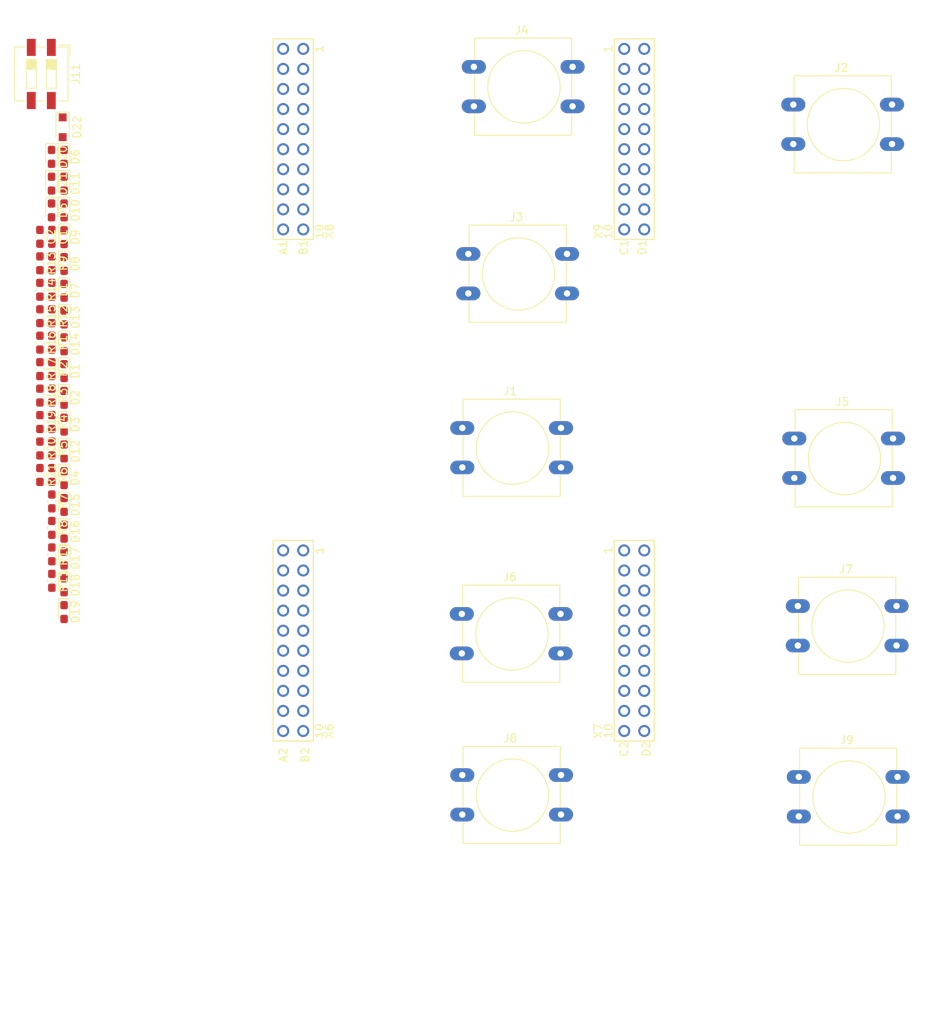
<source format=kicad_pcb>
(kicad_pcb (version 20171130) (host pcbnew "(5.0.0)")

  (general
    (thickness 1.6)
    (drawings 0)
    (tracks 0)
    (zones 0)
    (modules 57)
    (nets 99)
  )

  (page A4)
  (layers
    (0 F.Cu signal)
    (31 B.Cu signal)
    (32 B.Adhes user)
    (33 F.Adhes user)
    (34 B.Paste user)
    (35 F.Paste user)
    (36 B.SilkS user)
    (37 F.SilkS user)
    (38 B.Mask user)
    (39 F.Mask user)
    (40 Dwgs.User user)
    (41 Cmts.User user)
    (42 Eco1.User user)
    (43 Eco2.User user)
    (44 Edge.Cuts user)
    (45 Margin user)
    (46 B.CrtYd user)
    (47 F.CrtYd user)
    (48 B.Fab user)
    (49 F.Fab user)
  )

  (setup
    (last_trace_width 0.25)
    (trace_clearance 0.2)
    (zone_clearance 0.508)
    (zone_45_only no)
    (trace_min 0.2)
    (segment_width 0.2)
    (edge_width 0.15)
    (via_size 0.8)
    (via_drill 0.4)
    (via_min_size 0.4)
    (via_min_drill 0.3)
    (uvia_size 0.3)
    (uvia_drill 0.1)
    (uvias_allowed no)
    (uvia_min_size 0.2)
    (uvia_min_drill 0.1)
    (pcb_text_width 0.3)
    (pcb_text_size 1.5 1.5)
    (mod_edge_width 0.15)
    (mod_text_size 1 1)
    (mod_text_width 0.15)
    (pad_size 1.524 1.524)
    (pad_drill 0.762)
    (pad_to_mask_clearance 0.2)
    (aux_axis_origin 0 0)
    (visible_elements FFFFFF7F)
    (pcbplotparams
      (layerselection 0x010fc_ffffffff)
      (usegerberextensions false)
      (usegerberattributes false)
      (usegerberadvancedattributes false)
      (creategerberjobfile false)
      (excludeedgelayer true)
      (linewidth 0.100000)
      (plotframeref false)
      (viasonmask false)
      (mode 1)
      (useauxorigin false)
      (hpglpennumber 1)
      (hpglpenspeed 20)
      (hpglpendiameter 15.000000)
      (psnegative false)
      (psa4output false)
      (plotreference true)
      (plotvalue true)
      (plotinvisibletext false)
      (padsonsilk false)
      (subtractmaskfromsilk false)
      (outputformat 1)
      (mirror false)
      (drillshape 1)
      (scaleselection 1)
      (outputdirectory ""))
  )

  (net 0 "")
  (net 1 +12V)
  (net 2 GND)
  (net 3 +3V3)
  (net 4 "Net-(D1-Pad2)")
  (net 5 "Net-(D2-Pad2)")
  (net 6 "Net-(D3-Pad2)")
  (net 7 "Net-(D4-Pad2)")
  (net 8 "Net-(D5-Pad2)")
  (net 9 "Net-(D6-Pad2)")
  (net 10 "Net-(D7-Pad2)")
  (net 11 "Net-(D8-Pad2)")
  (net 12 "Net-(D9-Pad2)")
  (net 13 "Net-(D10-Pad2)")
  (net 14 "Net-(D11-Pad2)")
  (net 15 "Net-(D12-Pad2)")
  (net 16 "Net-(D13-Pad2)")
  (net 17 "Net-(D14-Pad2)")
  (net 18 "Net-(D15-Pad2)")
  (net 19 "Net-(D16-Pad2)")
  (net 20 "Net-(D17-Pad2)")
  (net 21 "Net-(D18-Pad2)")
  (net 22 "Net-(D19-Pad2)")
  (net 23 "Net-(D20-Pad2)")
  (net 24 "Net-(D21-Pad1)")
  (net 25 "Net-(D22-Pad1)")
  (net 26 Send_Multimedia)
  (net 27 ON_LED_ArmArticulation)
  (net 28 REC_LED_ArmArticulation)
  (net 29 ON_LED_ScienceSensor)
  (net 30 REC_LED_ScienceSensor)
  (net 31 ON_LED_ScienceActuation)
  (net 32 REC_LED_ScienceActuation)
  (net 33 ON_LED_Gimbal)
  (net 34 REC_LED_Gimbal)
  (net 35 ON_LED_DriveCommand)
  (net 36 REC_LED_DriveCommand)
  (net 37 ON_LED_NavigationalControl)
  (net 38 REC_LED_NavigationalControl)
  (net 39 ON_LED_12VDistribution)
  (net 40 REC_LED_12VDistribution)
  (net 41 ON_LED_BatteryManagement)
  (net 42 REC_LED_BatteryManagement)
  (net 43 ON_LED_PackVoltageDistribution)
  (net 44 REC_LED_PackVoltageDistribution)
  (net 45 ON_LED_Multimedia)
  (net 46 REC_LED_Multimedia)
  (net 47 "Net-(U1-PadPM6)")
  (net 48 "Net-(U1-PadPQ1)")
  (net 49 "Net-(U1-PadPQ2)")
  (net 50 Send_NavigationalControl)
  (net 51 "Net-(U1-PadPQ3)")
  (net 52 "Net-(U1-PadPP3)")
  (net 53 "Net-(U1-PadPQ0)")
  (net 54 Send_12VDistribution)
  (net 55 "Net-(U1-PadRese')")
  (net 56 "Net-(U1-PadPA7)")
  (net 57 "Net-(U1-PadPN5)")
  (net 58 "Net-(U1-PadPK1)")
  (net 59 "Net-(U1-PadPA5)")
  (net 60 "Net-(U1-PadPD2)")
  (net 61 "Net-(U1-PadPP0)")
  (net 62 "Net-(U1-PadPP1)")
  (net 63 "Net-(U1-PadPD4)")
  (net 64 "Net-(U1-PadPD5)")
  (net 65 "Net-(U1-PadPP4)")
  (net 66 "Net-(U1-PadPN4)")
  (net 67 Send_BatteryManagement)
  (net 68 "Net-(U1-PadPM0)")
  (net 69 Send_PackVoltageDistribution)
  (net 70 "Net-(U1-PadPM7)")
  (net 71 "Net-(U1-PadPP5)")
  (net 72 "Net-(U1-Pad+5V)")
  (net 73 Send_ArmArticulation)
  (net 74 "Net-(U1-PadPE3)")
  (net 75 Send_ScienceSensor)
  (net 76 "Net-(U1-PadPM5)")
  (net 77 "Net-(U1-PadPE4)")
  (net 78 "Net-(U1-PadPC4)")
  (net 79 "Net-(U1-PadPC5)")
  (net 80 "Net-(U1-PadPC6)")
  (net 81 "Net-(U1-PadPE5)")
  (net 82 "Net-(U1-PadPD3)")
  (net 83 "Net-(U1-PadPC7)")
  (net 84 "Net-(U1-PadPB2)")
  (net 85 "Net-(U1-PadPB3)")
  (net 86 Send_ScienceActuation)
  (net 87 "Net-(U1-PadPG0)")
  (net 88 Send_Gimbal)
  (net 89 Send_DriveCommand)
  (net 90 "Net-(U1-PadPM3)")
  (net 91 "Net-(U1-PadPH2)")
  (net 92 "Net-(U1-PadPH3)")
  (net 93 "Net-(U1-PadRese)")
  (net 94 "Net-(U1-PadPD1)")
  (net 95 "Net-(U1-PadPD0)")
  (net 96 "Net-(U1-PadPN2)")
  (net 97 "Net-(U1-PadPN3)")
  (net 98 "Net-(U1-PadPP2)")

  (net_class Default "This is the default net class."
    (clearance 0.2)
    (trace_width 0.25)
    (via_dia 0.8)
    (via_drill 0.4)
    (uvia_dia 0.3)
    (uvia_drill 0.1)
    (add_net +12V)
    (add_net +3V3)
    (add_net GND)
    (add_net "Net-(D1-Pad2)")
    (add_net "Net-(D10-Pad2)")
    (add_net "Net-(D11-Pad2)")
    (add_net "Net-(D12-Pad2)")
    (add_net "Net-(D13-Pad2)")
    (add_net "Net-(D14-Pad2)")
    (add_net "Net-(D15-Pad2)")
    (add_net "Net-(D16-Pad2)")
    (add_net "Net-(D17-Pad2)")
    (add_net "Net-(D18-Pad2)")
    (add_net "Net-(D19-Pad2)")
    (add_net "Net-(D2-Pad2)")
    (add_net "Net-(D20-Pad2)")
    (add_net "Net-(D21-Pad1)")
    (add_net "Net-(D22-Pad1)")
    (add_net "Net-(D3-Pad2)")
    (add_net "Net-(D4-Pad2)")
    (add_net "Net-(D5-Pad2)")
    (add_net "Net-(D6-Pad2)")
    (add_net "Net-(D7-Pad2)")
    (add_net "Net-(D8-Pad2)")
    (add_net "Net-(D9-Pad2)")
    (add_net "Net-(U1-Pad+5V)")
    (add_net "Net-(U1-PadPA5)")
    (add_net "Net-(U1-PadPA7)")
    (add_net "Net-(U1-PadPB2)")
    (add_net "Net-(U1-PadPB3)")
    (add_net "Net-(U1-PadPC4)")
    (add_net "Net-(U1-PadPC5)")
    (add_net "Net-(U1-PadPC6)")
    (add_net "Net-(U1-PadPC7)")
    (add_net "Net-(U1-PadPD0)")
    (add_net "Net-(U1-PadPD1)")
    (add_net "Net-(U1-PadPD2)")
    (add_net "Net-(U1-PadPD3)")
    (add_net "Net-(U1-PadPD4)")
    (add_net "Net-(U1-PadPD5)")
    (add_net "Net-(U1-PadPE3)")
    (add_net "Net-(U1-PadPE4)")
    (add_net "Net-(U1-PadPE5)")
    (add_net "Net-(U1-PadPG0)")
    (add_net "Net-(U1-PadPH2)")
    (add_net "Net-(U1-PadPH3)")
    (add_net "Net-(U1-PadPK1)")
    (add_net "Net-(U1-PadPM0)")
    (add_net "Net-(U1-PadPM3)")
    (add_net "Net-(U1-PadPM5)")
    (add_net "Net-(U1-PadPM6)")
    (add_net "Net-(U1-PadPM7)")
    (add_net "Net-(U1-PadPN2)")
    (add_net "Net-(U1-PadPN3)")
    (add_net "Net-(U1-PadPN4)")
    (add_net "Net-(U1-PadPN5)")
    (add_net "Net-(U1-PadPP0)")
    (add_net "Net-(U1-PadPP1)")
    (add_net "Net-(U1-PadPP2)")
    (add_net "Net-(U1-PadPP3)")
    (add_net "Net-(U1-PadPP4)")
    (add_net "Net-(U1-PadPP5)")
    (add_net "Net-(U1-PadPQ0)")
    (add_net "Net-(U1-PadPQ1)")
    (add_net "Net-(U1-PadPQ2)")
    (add_net "Net-(U1-PadPQ3)")
    (add_net "Net-(U1-PadRese')")
    (add_net "Net-(U1-PadRese)")
    (add_net ON_LED_12VDistribution)
    (add_net ON_LED_ArmArticulation)
    (add_net ON_LED_BatteryManagement)
    (add_net ON_LED_DriveCommand)
    (add_net ON_LED_Gimbal)
    (add_net ON_LED_Multimedia)
    (add_net ON_LED_NavigationalControl)
    (add_net ON_LED_PackVoltageDistribution)
    (add_net ON_LED_ScienceActuation)
    (add_net ON_LED_ScienceSensor)
    (add_net REC_LED_12VDistribution)
    (add_net REC_LED_ArmArticulation)
    (add_net REC_LED_BatteryManagement)
    (add_net REC_LED_DriveCommand)
    (add_net REC_LED_Gimbal)
    (add_net REC_LED_Multimedia)
    (add_net REC_LED_NavigationalControl)
    (add_net REC_LED_PackVoltageDistribution)
    (add_net REC_LED_ScienceActuation)
    (add_net REC_LED_ScienceSensor)
    (add_net Send_12VDistribution)
    (add_net Send_ArmArticulation)
    (add_net Send_BatteryManagement)
    (add_net Send_DriveCommand)
    (add_net Send_Gimbal)
    (add_net Send_Multimedia)
    (add_net Send_NavigationalControl)
    (add_net Send_PackVoltageDistribution)
    (add_net Send_ScienceActuation)
    (add_net Send_ScienceSensor)
  )

  (module Capacitor_SMD:C_0603_1608Metric_Pad1.05x0.95mm_HandSolder (layer F.Cu) (tedit 5B301BBE) (tstamp 5F765E32)
    (at 194.830059 -43.005305 270)
    (descr "Capacitor SMD 0603 (1608 Metric), square (rectangular) end terminal, IPC_7351 nominal with elongated pad for handsoldering. (Body size source: http://www.tortai-tech.com/upload/download/2011102023233369053.pdf), generated with kicad-footprint-generator")
    (tags "capacitor handsolder")
    (path /5F6B69B1)
    (attr smd)
    (fp_text reference C1 (at 0 -1.43 270) (layer F.SilkS)
      (effects (font (size 1 1) (thickness 0.15)))
    )
    (fp_text value 100uF (at 0 1.43 270) (layer F.Fab)
      (effects (font (size 1 1) (thickness 0.15)))
    )
    (fp_text user %R (at 0 0 270) (layer F.Fab)
      (effects (font (size 0.4 0.4) (thickness 0.06)))
    )
    (fp_line (start 1.65 0.73) (end -1.65 0.73) (layer F.CrtYd) (width 0.05))
    (fp_line (start 1.65 -0.73) (end 1.65 0.73) (layer F.CrtYd) (width 0.05))
    (fp_line (start -1.65 -0.73) (end 1.65 -0.73) (layer F.CrtYd) (width 0.05))
    (fp_line (start -1.65 0.73) (end -1.65 -0.73) (layer F.CrtYd) (width 0.05))
    (fp_line (start -0.171267 0.51) (end 0.171267 0.51) (layer F.SilkS) (width 0.12))
    (fp_line (start -0.171267 -0.51) (end 0.171267 -0.51) (layer F.SilkS) (width 0.12))
    (fp_line (start 0.8 0.4) (end -0.8 0.4) (layer F.Fab) (width 0.1))
    (fp_line (start 0.8 -0.4) (end 0.8 0.4) (layer F.Fab) (width 0.1))
    (fp_line (start -0.8 -0.4) (end 0.8 -0.4) (layer F.Fab) (width 0.1))
    (fp_line (start -0.8 0.4) (end -0.8 -0.4) (layer F.Fab) (width 0.1))
    (pad 2 smd roundrect (at 0.875 0 270) (size 1.05 0.95) (layers F.Cu F.Paste F.Mask) (roundrect_rratio 0.25)
      (net 1 +12V))
    (pad 1 smd roundrect (at -0.875 0 270) (size 1.05 0.95) (layers F.Cu F.Paste F.Mask) (roundrect_rratio 0.25)
      (net 2 GND))
    (model ${KISYS3DMOD}/Capacitor_SMD.3dshapes/C_0603_1608Metric.wrl
      (at (xyz 0 0 0))
      (scale (xyz 1 1 1))
      (rotate (xyz 0 0 0))
    )
  )

  (module Capacitor_SMD:C_0603_1608Metric_Pad1.05x0.95mm_HandSolder (layer F.Cu) (tedit 5B301BBE) (tstamp 5F765E43)
    (at 193.320059 -43.005305 270)
    (descr "Capacitor SMD 0603 (1608 Metric), square (rectangular) end terminal, IPC_7351 nominal with elongated pad for handsoldering. (Body size source: http://www.tortai-tech.com/upload/download/2011102023233369053.pdf), generated with kicad-footprint-generator")
    (tags "capacitor handsolder")
    (path /5F6B7038)
    (attr smd)
    (fp_text reference C2 (at 0 -1.43 270) (layer F.SilkS)
      (effects (font (size 1 1) (thickness 0.15)))
    )
    (fp_text value 1000uF (at 0 1.43 270) (layer F.Fab)
      (effects (font (size 1 1) (thickness 0.15)))
    )
    (fp_line (start -0.8 0.4) (end -0.8 -0.4) (layer F.Fab) (width 0.1))
    (fp_line (start -0.8 -0.4) (end 0.8 -0.4) (layer F.Fab) (width 0.1))
    (fp_line (start 0.8 -0.4) (end 0.8 0.4) (layer F.Fab) (width 0.1))
    (fp_line (start 0.8 0.4) (end -0.8 0.4) (layer F.Fab) (width 0.1))
    (fp_line (start -0.171267 -0.51) (end 0.171267 -0.51) (layer F.SilkS) (width 0.12))
    (fp_line (start -0.171267 0.51) (end 0.171267 0.51) (layer F.SilkS) (width 0.12))
    (fp_line (start -1.65 0.73) (end -1.65 -0.73) (layer F.CrtYd) (width 0.05))
    (fp_line (start -1.65 -0.73) (end 1.65 -0.73) (layer F.CrtYd) (width 0.05))
    (fp_line (start 1.65 -0.73) (end 1.65 0.73) (layer F.CrtYd) (width 0.05))
    (fp_line (start 1.65 0.73) (end -1.65 0.73) (layer F.CrtYd) (width 0.05))
    (fp_text user %R (at 0 0 270) (layer F.Fab)
      (effects (font (size 0.4 0.4) (thickness 0.06)))
    )
    (pad 1 smd roundrect (at -0.875 0 270) (size 1.05 0.95) (layers F.Cu F.Paste F.Mask) (roundrect_rratio 0.25)
      (net 3 +3V3))
    (pad 2 smd roundrect (at 0.875 0 270) (size 1.05 0.95) (layers F.Cu F.Paste F.Mask) (roundrect_rratio 0.25)
      (net 2 GND))
    (model ${KISYS3DMOD}/Capacitor_SMD.3dshapes/C_0603_1608Metric.wrl
      (at (xyz 0 0 0))
      (scale (xyz 1 1 1))
      (rotate (xyz 0 0 0))
    )
  )

  (module LED_SMD:LED_0603_1608Metric_Pad1.05x0.95mm_HandSolder (layer F.Cu) (tedit 5B4B45C9) (tstamp 5F765E56)
    (at 196.380059 -26.010305 270)
    (descr "LED SMD 0603 (1608 Metric), square (rectangular) end terminal, IPC_7351 nominal, (Body size source: http://www.tortai-tech.com/upload/download/2011102023233369053.pdf), generated with kicad-footprint-generator")
    (tags "LED handsolder")
    (path /5F63C3F4)
    (attr smd)
    (fp_text reference D1 (at 0 -1.43 270) (layer F.SilkS)
      (effects (font (size 1 1) (thickness 0.15)))
    )
    (fp_text value GreenLED (at 0 1.43 270) (layer F.Fab)
      (effects (font (size 1 1) (thickness 0.15)))
    )
    (fp_text user %R (at 0 0 270) (layer F.Fab)
      (effects (font (size 0.4 0.4) (thickness 0.06)))
    )
    (fp_line (start 1.65 0.73) (end -1.65 0.73) (layer F.CrtYd) (width 0.05))
    (fp_line (start 1.65 -0.73) (end 1.65 0.73) (layer F.CrtYd) (width 0.05))
    (fp_line (start -1.65 -0.73) (end 1.65 -0.73) (layer F.CrtYd) (width 0.05))
    (fp_line (start -1.65 0.73) (end -1.65 -0.73) (layer F.CrtYd) (width 0.05))
    (fp_line (start -1.66 0.735) (end 0.8 0.735) (layer F.SilkS) (width 0.12))
    (fp_line (start -1.66 -0.735) (end -1.66 0.735) (layer F.SilkS) (width 0.12))
    (fp_line (start 0.8 -0.735) (end -1.66 -0.735) (layer F.SilkS) (width 0.12))
    (fp_line (start 0.8 0.4) (end 0.8 -0.4) (layer F.Fab) (width 0.1))
    (fp_line (start -0.8 0.4) (end 0.8 0.4) (layer F.Fab) (width 0.1))
    (fp_line (start -0.8 -0.1) (end -0.8 0.4) (layer F.Fab) (width 0.1))
    (fp_line (start -0.5 -0.4) (end -0.8 -0.1) (layer F.Fab) (width 0.1))
    (fp_line (start 0.8 -0.4) (end -0.5 -0.4) (layer F.Fab) (width 0.1))
    (pad 2 smd roundrect (at 0.875 0 270) (size 1.05 0.95) (layers F.Cu F.Paste F.Mask) (roundrect_rratio 0.25)
      (net 4 "Net-(D1-Pad2)"))
    (pad 1 smd roundrect (at -0.875 0 270) (size 1.05 0.95) (layers F.Cu F.Paste F.Mask) (roundrect_rratio 0.25)
      (net 2 GND))
    (model ${KISYS3DMOD}/LED_SMD.3dshapes/LED_0603_1608Metric.wrl
      (at (xyz 0 0 0))
      (scale (xyz 1 1 1))
      (rotate (xyz 0 0 0))
    )
  )

  (module LED_SMD:LED_0603_1608Metric_Pad1.05x0.95mm_HandSolder (layer F.Cu) (tedit 5B4B45C9) (tstamp 5F765E69)
    (at 196.380059 -22.620305 270)
    (descr "LED SMD 0603 (1608 Metric), square (rectangular) end terminal, IPC_7351 nominal, (Body size source: http://www.tortai-tech.com/upload/download/2011102023233369053.pdf), generated with kicad-footprint-generator")
    (tags "LED handsolder")
    (path /5F64294E)
    (attr smd)
    (fp_text reference D2 (at 0 -1.43 270) (layer F.SilkS)
      (effects (font (size 1 1) (thickness 0.15)))
    )
    (fp_text value BlueLED (at 0 1.43 270) (layer F.Fab)
      (effects (font (size 1 1) (thickness 0.15)))
    )
    (fp_text user %R (at 0 0 270) (layer F.Fab)
      (effects (font (size 0.4 0.4) (thickness 0.06)))
    )
    (fp_line (start 1.65 0.73) (end -1.65 0.73) (layer F.CrtYd) (width 0.05))
    (fp_line (start 1.65 -0.73) (end 1.65 0.73) (layer F.CrtYd) (width 0.05))
    (fp_line (start -1.65 -0.73) (end 1.65 -0.73) (layer F.CrtYd) (width 0.05))
    (fp_line (start -1.65 0.73) (end -1.65 -0.73) (layer F.CrtYd) (width 0.05))
    (fp_line (start -1.66 0.735) (end 0.8 0.735) (layer F.SilkS) (width 0.12))
    (fp_line (start -1.66 -0.735) (end -1.66 0.735) (layer F.SilkS) (width 0.12))
    (fp_line (start 0.8 -0.735) (end -1.66 -0.735) (layer F.SilkS) (width 0.12))
    (fp_line (start 0.8 0.4) (end 0.8 -0.4) (layer F.Fab) (width 0.1))
    (fp_line (start -0.8 0.4) (end 0.8 0.4) (layer F.Fab) (width 0.1))
    (fp_line (start -0.8 -0.1) (end -0.8 0.4) (layer F.Fab) (width 0.1))
    (fp_line (start -0.5 -0.4) (end -0.8 -0.1) (layer F.Fab) (width 0.1))
    (fp_line (start 0.8 -0.4) (end -0.5 -0.4) (layer F.Fab) (width 0.1))
    (pad 2 smd roundrect (at 0.875 0 270) (size 1.05 0.95) (layers F.Cu F.Paste F.Mask) (roundrect_rratio 0.25)
      (net 5 "Net-(D2-Pad2)"))
    (pad 1 smd roundrect (at -0.875 0 270) (size 1.05 0.95) (layers F.Cu F.Paste F.Mask) (roundrect_rratio 0.25)
      (net 2 GND))
    (model ${KISYS3DMOD}/LED_SMD.3dshapes/LED_0603_1608Metric.wrl
      (at (xyz 0 0 0))
      (scale (xyz 1 1 1))
      (rotate (xyz 0 0 0))
    )
  )

  (module LED_SMD:LED_0603_1608Metric_Pad1.05x0.95mm_HandSolder (layer F.Cu) (tedit 5B4B45C9) (tstamp 5F765E7C)
    (at 196.380059 -19.230305 270)
    (descr "LED SMD 0603 (1608 Metric), square (rectangular) end terminal, IPC_7351 nominal, (Body size source: http://www.tortai-tech.com/upload/download/2011102023233369053.pdf), generated with kicad-footprint-generator")
    (tags "LED handsolder")
    (path /5F63E4FA)
    (attr smd)
    (fp_text reference D3 (at 0 -1.43 270) (layer F.SilkS)
      (effects (font (size 1 1) (thickness 0.15)))
    )
    (fp_text value GreenLED (at 0 1.43 270) (layer F.Fab)
      (effects (font (size 1 1) (thickness 0.15)))
    )
    (fp_line (start 0.8 -0.4) (end -0.5 -0.4) (layer F.Fab) (width 0.1))
    (fp_line (start -0.5 -0.4) (end -0.8 -0.1) (layer F.Fab) (width 0.1))
    (fp_line (start -0.8 -0.1) (end -0.8 0.4) (layer F.Fab) (width 0.1))
    (fp_line (start -0.8 0.4) (end 0.8 0.4) (layer F.Fab) (width 0.1))
    (fp_line (start 0.8 0.4) (end 0.8 -0.4) (layer F.Fab) (width 0.1))
    (fp_line (start 0.8 -0.735) (end -1.66 -0.735) (layer F.SilkS) (width 0.12))
    (fp_line (start -1.66 -0.735) (end -1.66 0.735) (layer F.SilkS) (width 0.12))
    (fp_line (start -1.66 0.735) (end 0.8 0.735) (layer F.SilkS) (width 0.12))
    (fp_line (start -1.65 0.73) (end -1.65 -0.73) (layer F.CrtYd) (width 0.05))
    (fp_line (start -1.65 -0.73) (end 1.65 -0.73) (layer F.CrtYd) (width 0.05))
    (fp_line (start 1.65 -0.73) (end 1.65 0.73) (layer F.CrtYd) (width 0.05))
    (fp_line (start 1.65 0.73) (end -1.65 0.73) (layer F.CrtYd) (width 0.05))
    (fp_text user %R (at 0 0 270) (layer F.Fab)
      (effects (font (size 0.4 0.4) (thickness 0.06)))
    )
    (pad 1 smd roundrect (at -0.875 0 270) (size 1.05 0.95) (layers F.Cu F.Paste F.Mask) (roundrect_rratio 0.25)
      (net 2 GND))
    (pad 2 smd roundrect (at 0.875 0 270) (size 1.05 0.95) (layers F.Cu F.Paste F.Mask) (roundrect_rratio 0.25)
      (net 6 "Net-(D3-Pad2)"))
    (model ${KISYS3DMOD}/LED_SMD.3dshapes/LED_0603_1608Metric.wrl
      (at (xyz 0 0 0))
      (scale (xyz 1 1 1))
      (rotate (xyz 0 0 0))
    )
  )

  (module LED_SMD:LED_0603_1608Metric_Pad1.05x0.95mm_HandSolder (layer F.Cu) (tedit 5B4B45C9) (tstamp 5F765E8F)
    (at 196.380059 -12.450305 270)
    (descr "LED SMD 0603 (1608 Metric), square (rectangular) end terminal, IPC_7351 nominal, (Body size source: http://www.tortai-tech.com/upload/download/2011102023233369053.pdf), generated with kicad-footprint-generator")
    (tags "LED handsolder")
    (path /5F642965)
    (attr smd)
    (fp_text reference D4 (at 0 -1.43 270) (layer F.SilkS)
      (effects (font (size 1 1) (thickness 0.15)))
    )
    (fp_text value BlueLED (at 0 1.43 270) (layer F.Fab)
      (effects (font (size 1 1) (thickness 0.15)))
    )
    (fp_text user %R (at 0 0 270) (layer F.Fab)
      (effects (font (size 0.4 0.4) (thickness 0.06)))
    )
    (fp_line (start 1.65 0.73) (end -1.65 0.73) (layer F.CrtYd) (width 0.05))
    (fp_line (start 1.65 -0.73) (end 1.65 0.73) (layer F.CrtYd) (width 0.05))
    (fp_line (start -1.65 -0.73) (end 1.65 -0.73) (layer F.CrtYd) (width 0.05))
    (fp_line (start -1.65 0.73) (end -1.65 -0.73) (layer F.CrtYd) (width 0.05))
    (fp_line (start -1.66 0.735) (end 0.8 0.735) (layer F.SilkS) (width 0.12))
    (fp_line (start -1.66 -0.735) (end -1.66 0.735) (layer F.SilkS) (width 0.12))
    (fp_line (start 0.8 -0.735) (end -1.66 -0.735) (layer F.SilkS) (width 0.12))
    (fp_line (start 0.8 0.4) (end 0.8 -0.4) (layer F.Fab) (width 0.1))
    (fp_line (start -0.8 0.4) (end 0.8 0.4) (layer F.Fab) (width 0.1))
    (fp_line (start -0.8 -0.1) (end -0.8 0.4) (layer F.Fab) (width 0.1))
    (fp_line (start -0.5 -0.4) (end -0.8 -0.1) (layer F.Fab) (width 0.1))
    (fp_line (start 0.8 -0.4) (end -0.5 -0.4) (layer F.Fab) (width 0.1))
    (pad 2 smd roundrect (at 0.875 0 270) (size 1.05 0.95) (layers F.Cu F.Paste F.Mask) (roundrect_rratio 0.25)
      (net 7 "Net-(D4-Pad2)"))
    (pad 1 smd roundrect (at -0.875 0 270) (size 1.05 0.95) (layers F.Cu F.Paste F.Mask) (roundrect_rratio 0.25)
      (net 2 GND))
    (model ${KISYS3DMOD}/LED_SMD.3dshapes/LED_0603_1608Metric.wrl
      (at (xyz 0 0 0))
      (scale (xyz 1 1 1))
      (rotate (xyz 0 0 0))
    )
  )

  (module LED_SMD:LED_0603_1608Metric_Pad1.05x0.95mm_HandSolder (layer F.Cu) (tedit 5B4B45C9) (tstamp 5F765EA2)
    (at 194.790059 -46.350305 270)
    (descr "LED SMD 0603 (1608 Metric), square (rectangular) end terminal, IPC_7351 nominal, (Body size source: http://www.tortai-tech.com/upload/download/2011102023233369053.pdf), generated with kicad-footprint-generator")
    (tags "LED handsolder")
    (path /5F63E7CF)
    (attr smd)
    (fp_text reference D5 (at 0 -1.43 270) (layer F.SilkS)
      (effects (font (size 1 1) (thickness 0.15)))
    )
    (fp_text value GreenLED (at 0 1.43 270) (layer F.Fab)
      (effects (font (size 1 1) (thickness 0.15)))
    )
    (fp_line (start 0.8 -0.4) (end -0.5 -0.4) (layer F.Fab) (width 0.1))
    (fp_line (start -0.5 -0.4) (end -0.8 -0.1) (layer F.Fab) (width 0.1))
    (fp_line (start -0.8 -0.1) (end -0.8 0.4) (layer F.Fab) (width 0.1))
    (fp_line (start -0.8 0.4) (end 0.8 0.4) (layer F.Fab) (width 0.1))
    (fp_line (start 0.8 0.4) (end 0.8 -0.4) (layer F.Fab) (width 0.1))
    (fp_line (start 0.8 -0.735) (end -1.66 -0.735) (layer F.SilkS) (width 0.12))
    (fp_line (start -1.66 -0.735) (end -1.66 0.735) (layer F.SilkS) (width 0.12))
    (fp_line (start -1.66 0.735) (end 0.8 0.735) (layer F.SilkS) (width 0.12))
    (fp_line (start -1.65 0.73) (end -1.65 -0.73) (layer F.CrtYd) (width 0.05))
    (fp_line (start -1.65 -0.73) (end 1.65 -0.73) (layer F.CrtYd) (width 0.05))
    (fp_line (start 1.65 -0.73) (end 1.65 0.73) (layer F.CrtYd) (width 0.05))
    (fp_line (start 1.65 0.73) (end -1.65 0.73) (layer F.CrtYd) (width 0.05))
    (fp_text user %R (at 0 0 270) (layer F.Fab)
      (effects (font (size 0.4 0.4) (thickness 0.06)))
    )
    (pad 1 smd roundrect (at -0.875 0 270) (size 1.05 0.95) (layers F.Cu F.Paste F.Mask) (roundrect_rratio 0.25)
      (net 2 GND))
    (pad 2 smd roundrect (at 0.875 0 270) (size 1.05 0.95) (layers F.Cu F.Paste F.Mask) (roundrect_rratio 0.25)
      (net 8 "Net-(D5-Pad2)"))
    (model ${KISYS3DMOD}/LED_SMD.3dshapes/LED_0603_1608Metric.wrl
      (at (xyz 0 0 0))
      (scale (xyz 1 1 1))
      (rotate (xyz 0 0 0))
    )
  )

  (module LED_SMD:LED_0603_1608Metric_Pad1.05x0.95mm_HandSolder (layer F.Cu) (tedit 5B4B45C9) (tstamp 5F765EB5)
    (at 196.380059 -53.130305 270)
    (descr "LED SMD 0603 (1608 Metric), square (rectangular) end terminal, IPC_7351 nominal, (Body size source: http://www.tortai-tech.com/upload/download/2011102023233369053.pdf), generated with kicad-footprint-generator")
    (tags "LED handsolder")
    (path /5F64297C)
    (attr smd)
    (fp_text reference D6 (at 0 -1.43 270) (layer F.SilkS)
      (effects (font (size 1 1) (thickness 0.15)))
    )
    (fp_text value BlueLED (at 0 1.43 270) (layer F.Fab)
      (effects (font (size 1 1) (thickness 0.15)))
    )
    (fp_line (start 0.8 -0.4) (end -0.5 -0.4) (layer F.Fab) (width 0.1))
    (fp_line (start -0.5 -0.4) (end -0.8 -0.1) (layer F.Fab) (width 0.1))
    (fp_line (start -0.8 -0.1) (end -0.8 0.4) (layer F.Fab) (width 0.1))
    (fp_line (start -0.8 0.4) (end 0.8 0.4) (layer F.Fab) (width 0.1))
    (fp_line (start 0.8 0.4) (end 0.8 -0.4) (layer F.Fab) (width 0.1))
    (fp_line (start 0.8 -0.735) (end -1.66 -0.735) (layer F.SilkS) (width 0.12))
    (fp_line (start -1.66 -0.735) (end -1.66 0.735) (layer F.SilkS) (width 0.12))
    (fp_line (start -1.66 0.735) (end 0.8 0.735) (layer F.SilkS) (width 0.12))
    (fp_line (start -1.65 0.73) (end -1.65 -0.73) (layer F.CrtYd) (width 0.05))
    (fp_line (start -1.65 -0.73) (end 1.65 -0.73) (layer F.CrtYd) (width 0.05))
    (fp_line (start 1.65 -0.73) (end 1.65 0.73) (layer F.CrtYd) (width 0.05))
    (fp_line (start 1.65 0.73) (end -1.65 0.73) (layer F.CrtYd) (width 0.05))
    (fp_text user %R (at 0 0 270) (layer F.Fab)
      (effects (font (size 0.4 0.4) (thickness 0.06)))
    )
    (pad 1 smd roundrect (at -0.875 0 270) (size 1.05 0.95) (layers F.Cu F.Paste F.Mask) (roundrect_rratio 0.25)
      (net 2 GND))
    (pad 2 smd roundrect (at 0.875 0 270) (size 1.05 0.95) (layers F.Cu F.Paste F.Mask) (roundrect_rratio 0.25)
      (net 9 "Net-(D6-Pad2)"))
    (model ${KISYS3DMOD}/LED_SMD.3dshapes/LED_0603_1608Metric.wrl
      (at (xyz 0 0 0))
      (scale (xyz 1 1 1))
      (rotate (xyz 0 0 0))
    )
  )

  (module LED_SMD:LED_0603_1608Metric_Pad1.05x0.95mm_HandSolder (layer F.Cu) (tedit 5B4B45C9) (tstamp 5F765EC8)
    (at 196.380059 -36.180305 270)
    (descr "LED SMD 0603 (1608 Metric), square (rectangular) end terminal, IPC_7351 nominal, (Body size source: http://www.tortai-tech.com/upload/download/2011102023233369053.pdf), generated with kicad-footprint-generator")
    (tags "LED handsolder")
    (path /5F63E7E6)
    (attr smd)
    (fp_text reference D7 (at 0 -1.43 270) (layer F.SilkS)
      (effects (font (size 1 1) (thickness 0.15)))
    )
    (fp_text value GreenLED (at 0 1.43 270) (layer F.Fab)
      (effects (font (size 1 1) (thickness 0.15)))
    )
    (fp_text user %R (at 0 0 270) (layer F.Fab)
      (effects (font (size 0.4 0.4) (thickness 0.06)))
    )
    (fp_line (start 1.65 0.73) (end -1.65 0.73) (layer F.CrtYd) (width 0.05))
    (fp_line (start 1.65 -0.73) (end 1.65 0.73) (layer F.CrtYd) (width 0.05))
    (fp_line (start -1.65 -0.73) (end 1.65 -0.73) (layer F.CrtYd) (width 0.05))
    (fp_line (start -1.65 0.73) (end -1.65 -0.73) (layer F.CrtYd) (width 0.05))
    (fp_line (start -1.66 0.735) (end 0.8 0.735) (layer F.SilkS) (width 0.12))
    (fp_line (start -1.66 -0.735) (end -1.66 0.735) (layer F.SilkS) (width 0.12))
    (fp_line (start 0.8 -0.735) (end -1.66 -0.735) (layer F.SilkS) (width 0.12))
    (fp_line (start 0.8 0.4) (end 0.8 -0.4) (layer F.Fab) (width 0.1))
    (fp_line (start -0.8 0.4) (end 0.8 0.4) (layer F.Fab) (width 0.1))
    (fp_line (start -0.8 -0.1) (end -0.8 0.4) (layer F.Fab) (width 0.1))
    (fp_line (start -0.5 -0.4) (end -0.8 -0.1) (layer F.Fab) (width 0.1))
    (fp_line (start 0.8 -0.4) (end -0.5 -0.4) (layer F.Fab) (width 0.1))
    (pad 2 smd roundrect (at 0.875 0 270) (size 1.05 0.95) (layers F.Cu F.Paste F.Mask) (roundrect_rratio 0.25)
      (net 10 "Net-(D7-Pad2)"))
    (pad 1 smd roundrect (at -0.875 0 270) (size 1.05 0.95) (layers F.Cu F.Paste F.Mask) (roundrect_rratio 0.25)
      (net 2 GND))
    (model ${KISYS3DMOD}/LED_SMD.3dshapes/LED_0603_1608Metric.wrl
      (at (xyz 0 0 0))
      (scale (xyz 1 1 1))
      (rotate (xyz 0 0 0))
    )
  )

  (module LED_SMD:LED_0603_1608Metric_Pad1.05x0.95mm_HandSolder (layer F.Cu) (tedit 5B4B45C9) (tstamp 5F765EDB)
    (at 196.380059 -39.570305 270)
    (descr "LED SMD 0603 (1608 Metric), square (rectangular) end terminal, IPC_7351 nominal, (Body size source: http://www.tortai-tech.com/upload/download/2011102023233369053.pdf), generated with kicad-footprint-generator")
    (tags "LED handsolder")
    (path /5F642993)
    (attr smd)
    (fp_text reference D8 (at 0 -1.43 270) (layer F.SilkS)
      (effects (font (size 1 1) (thickness 0.15)))
    )
    (fp_text value BlueLED (at 0 1.43 270) (layer F.Fab)
      (effects (font (size 1 1) (thickness 0.15)))
    )
    (fp_line (start 0.8 -0.4) (end -0.5 -0.4) (layer F.Fab) (width 0.1))
    (fp_line (start -0.5 -0.4) (end -0.8 -0.1) (layer F.Fab) (width 0.1))
    (fp_line (start -0.8 -0.1) (end -0.8 0.4) (layer F.Fab) (width 0.1))
    (fp_line (start -0.8 0.4) (end 0.8 0.4) (layer F.Fab) (width 0.1))
    (fp_line (start 0.8 0.4) (end 0.8 -0.4) (layer F.Fab) (width 0.1))
    (fp_line (start 0.8 -0.735) (end -1.66 -0.735) (layer F.SilkS) (width 0.12))
    (fp_line (start -1.66 -0.735) (end -1.66 0.735) (layer F.SilkS) (width 0.12))
    (fp_line (start -1.66 0.735) (end 0.8 0.735) (layer F.SilkS) (width 0.12))
    (fp_line (start -1.65 0.73) (end -1.65 -0.73) (layer F.CrtYd) (width 0.05))
    (fp_line (start -1.65 -0.73) (end 1.65 -0.73) (layer F.CrtYd) (width 0.05))
    (fp_line (start 1.65 -0.73) (end 1.65 0.73) (layer F.CrtYd) (width 0.05))
    (fp_line (start 1.65 0.73) (end -1.65 0.73) (layer F.CrtYd) (width 0.05))
    (fp_text user %R (at 0 0 270) (layer F.Fab)
      (effects (font (size 0.4 0.4) (thickness 0.06)))
    )
    (pad 1 smd roundrect (at -0.875 0 270) (size 1.05 0.95) (layers F.Cu F.Paste F.Mask) (roundrect_rratio 0.25)
      (net 2 GND))
    (pad 2 smd roundrect (at 0.875 0 270) (size 1.05 0.95) (layers F.Cu F.Paste F.Mask) (roundrect_rratio 0.25)
      (net 11 "Net-(D8-Pad2)"))
    (model ${KISYS3DMOD}/LED_SMD.3dshapes/LED_0603_1608Metric.wrl
      (at (xyz 0 0 0))
      (scale (xyz 1 1 1))
      (rotate (xyz 0 0 0))
    )
  )

  (module LED_SMD:LED_0603_1608Metric_Pad1.05x0.95mm_HandSolder (layer F.Cu) (tedit 5B4B45C9) (tstamp 5F765EEE)
    (at 196.380059 -42.960305 270)
    (descr "LED SMD 0603 (1608 Metric), square (rectangular) end terminal, IPC_7351 nominal, (Body size source: http://www.tortai-tech.com/upload/download/2011102023233369053.pdf), generated with kicad-footprint-generator")
    (tags "LED handsolder")
    (path /5F63EA40)
    (attr smd)
    (fp_text reference D9 (at 0 -1.43 270) (layer F.SilkS)
      (effects (font (size 1 1) (thickness 0.15)))
    )
    (fp_text value GreenLED (at 0 1.43 270) (layer F.Fab)
      (effects (font (size 1 1) (thickness 0.15)))
    )
    (fp_line (start 0.8 -0.4) (end -0.5 -0.4) (layer F.Fab) (width 0.1))
    (fp_line (start -0.5 -0.4) (end -0.8 -0.1) (layer F.Fab) (width 0.1))
    (fp_line (start -0.8 -0.1) (end -0.8 0.4) (layer F.Fab) (width 0.1))
    (fp_line (start -0.8 0.4) (end 0.8 0.4) (layer F.Fab) (width 0.1))
    (fp_line (start 0.8 0.4) (end 0.8 -0.4) (layer F.Fab) (width 0.1))
    (fp_line (start 0.8 -0.735) (end -1.66 -0.735) (layer F.SilkS) (width 0.12))
    (fp_line (start -1.66 -0.735) (end -1.66 0.735) (layer F.SilkS) (width 0.12))
    (fp_line (start -1.66 0.735) (end 0.8 0.735) (layer F.SilkS) (width 0.12))
    (fp_line (start -1.65 0.73) (end -1.65 -0.73) (layer F.CrtYd) (width 0.05))
    (fp_line (start -1.65 -0.73) (end 1.65 -0.73) (layer F.CrtYd) (width 0.05))
    (fp_line (start 1.65 -0.73) (end 1.65 0.73) (layer F.CrtYd) (width 0.05))
    (fp_line (start 1.65 0.73) (end -1.65 0.73) (layer F.CrtYd) (width 0.05))
    (fp_text user %R (at 0 0 270) (layer F.Fab)
      (effects (font (size 0.4 0.4) (thickness 0.06)))
    )
    (pad 1 smd roundrect (at -0.875 0 270) (size 1.05 0.95) (layers F.Cu F.Paste F.Mask) (roundrect_rratio 0.25)
      (net 2 GND))
    (pad 2 smd roundrect (at 0.875 0 270) (size 1.05 0.95) (layers F.Cu F.Paste F.Mask) (roundrect_rratio 0.25)
      (net 12 "Net-(D9-Pad2)"))
    (model ${KISYS3DMOD}/LED_SMD.3dshapes/LED_0603_1608Metric.wrl
      (at (xyz 0 0 0))
      (scale (xyz 1 1 1))
      (rotate (xyz 0 0 0))
    )
  )

  (module LED_SMD:LED_0603_1608Metric_Pad1.05x0.95mm_HandSolder (layer F.Cu) (tedit 5B4B45C9) (tstamp 5F765F01)
    (at 196.380059 -46.350305 270)
    (descr "LED SMD 0603 (1608 Metric), square (rectangular) end terminal, IPC_7351 nominal, (Body size source: http://www.tortai-tech.com/upload/download/2011102023233369053.pdf), generated with kicad-footprint-generator")
    (tags "LED handsolder")
    (path /5F6429AA)
    (attr smd)
    (fp_text reference D10 (at 0 -1.43 270) (layer F.SilkS)
      (effects (font (size 1 1) (thickness 0.15)))
    )
    (fp_text value BlueLED (at 0 1.43 270) (layer F.Fab)
      (effects (font (size 1 1) (thickness 0.15)))
    )
    (fp_text user %R (at 0 0 270) (layer F.Fab)
      (effects (font (size 0.4 0.4) (thickness 0.06)))
    )
    (fp_line (start 1.65 0.73) (end -1.65 0.73) (layer F.CrtYd) (width 0.05))
    (fp_line (start 1.65 -0.73) (end 1.65 0.73) (layer F.CrtYd) (width 0.05))
    (fp_line (start -1.65 -0.73) (end 1.65 -0.73) (layer F.CrtYd) (width 0.05))
    (fp_line (start -1.65 0.73) (end -1.65 -0.73) (layer F.CrtYd) (width 0.05))
    (fp_line (start -1.66 0.735) (end 0.8 0.735) (layer F.SilkS) (width 0.12))
    (fp_line (start -1.66 -0.735) (end -1.66 0.735) (layer F.SilkS) (width 0.12))
    (fp_line (start 0.8 -0.735) (end -1.66 -0.735) (layer F.SilkS) (width 0.12))
    (fp_line (start 0.8 0.4) (end 0.8 -0.4) (layer F.Fab) (width 0.1))
    (fp_line (start -0.8 0.4) (end 0.8 0.4) (layer F.Fab) (width 0.1))
    (fp_line (start -0.8 -0.1) (end -0.8 0.4) (layer F.Fab) (width 0.1))
    (fp_line (start -0.5 -0.4) (end -0.8 -0.1) (layer F.Fab) (width 0.1))
    (fp_line (start 0.8 -0.4) (end -0.5 -0.4) (layer F.Fab) (width 0.1))
    (pad 2 smd roundrect (at 0.875 0 270) (size 1.05 0.95) (layers F.Cu F.Paste F.Mask) (roundrect_rratio 0.25)
      (net 13 "Net-(D10-Pad2)"))
    (pad 1 smd roundrect (at -0.875 0 270) (size 1.05 0.95) (layers F.Cu F.Paste F.Mask) (roundrect_rratio 0.25)
      (net 2 GND))
    (model ${KISYS3DMOD}/LED_SMD.3dshapes/LED_0603_1608Metric.wrl
      (at (xyz 0 0 0))
      (scale (xyz 1 1 1))
      (rotate (xyz 0 0 0))
    )
  )

  (module LED_SMD:LED_0603_1608Metric_Pad1.05x0.95mm_HandSolder (layer F.Cu) (tedit 5B4B45C9) (tstamp 5F765F14)
    (at 196.380059 -49.740305 270)
    (descr "LED SMD 0603 (1608 Metric), square (rectangular) end terminal, IPC_7351 nominal, (Body size source: http://www.tortai-tech.com/upload/download/2011102023233369053.pdf), generated with kicad-footprint-generator")
    (tags "LED handsolder")
    (path /5F63EA57)
    (attr smd)
    (fp_text reference D11 (at 0 -1.43 270) (layer F.SilkS)
      (effects (font (size 1 1) (thickness 0.15)))
    )
    (fp_text value GreenLED (at 0 1.43 270) (layer F.Fab)
      (effects (font (size 1 1) (thickness 0.15)))
    )
    (fp_text user %R (at 0 0 270) (layer F.Fab)
      (effects (font (size 0.4 0.4) (thickness 0.06)))
    )
    (fp_line (start 1.65 0.73) (end -1.65 0.73) (layer F.CrtYd) (width 0.05))
    (fp_line (start 1.65 -0.73) (end 1.65 0.73) (layer F.CrtYd) (width 0.05))
    (fp_line (start -1.65 -0.73) (end 1.65 -0.73) (layer F.CrtYd) (width 0.05))
    (fp_line (start -1.65 0.73) (end -1.65 -0.73) (layer F.CrtYd) (width 0.05))
    (fp_line (start -1.66 0.735) (end 0.8 0.735) (layer F.SilkS) (width 0.12))
    (fp_line (start -1.66 -0.735) (end -1.66 0.735) (layer F.SilkS) (width 0.12))
    (fp_line (start 0.8 -0.735) (end -1.66 -0.735) (layer F.SilkS) (width 0.12))
    (fp_line (start 0.8 0.4) (end 0.8 -0.4) (layer F.Fab) (width 0.1))
    (fp_line (start -0.8 0.4) (end 0.8 0.4) (layer F.Fab) (width 0.1))
    (fp_line (start -0.8 -0.1) (end -0.8 0.4) (layer F.Fab) (width 0.1))
    (fp_line (start -0.5 -0.4) (end -0.8 -0.1) (layer F.Fab) (width 0.1))
    (fp_line (start 0.8 -0.4) (end -0.5 -0.4) (layer F.Fab) (width 0.1))
    (pad 2 smd roundrect (at 0.875 0 270) (size 1.05 0.95) (layers F.Cu F.Paste F.Mask) (roundrect_rratio 0.25)
      (net 14 "Net-(D11-Pad2)"))
    (pad 1 smd roundrect (at -0.875 0 270) (size 1.05 0.95) (layers F.Cu F.Paste F.Mask) (roundrect_rratio 0.25)
      (net 2 GND))
    (model ${KISYS3DMOD}/LED_SMD.3dshapes/LED_0603_1608Metric.wrl
      (at (xyz 0 0 0))
      (scale (xyz 1 1 1))
      (rotate (xyz 0 0 0))
    )
  )

  (module LED_SMD:LED_0603_1608Metric_Pad1.05x0.95mm_HandSolder (layer F.Cu) (tedit 5B4B45C9) (tstamp 5F765F27)
    (at 196.380059 -15.840305 270)
    (descr "LED SMD 0603 (1608 Metric), square (rectangular) end terminal, IPC_7351 nominal, (Body size source: http://www.tortai-tech.com/upload/download/2011102023233369053.pdf), generated with kicad-footprint-generator")
    (tags "LED handsolder")
    (path /5F6429C1)
    (attr smd)
    (fp_text reference D12 (at 0 -1.43 270) (layer F.SilkS)
      (effects (font (size 1 1) (thickness 0.15)))
    )
    (fp_text value BlueLED (at 0 1.43 270) (layer F.Fab)
      (effects (font (size 1 1) (thickness 0.15)))
    )
    (fp_line (start 0.8 -0.4) (end -0.5 -0.4) (layer F.Fab) (width 0.1))
    (fp_line (start -0.5 -0.4) (end -0.8 -0.1) (layer F.Fab) (width 0.1))
    (fp_line (start -0.8 -0.1) (end -0.8 0.4) (layer F.Fab) (width 0.1))
    (fp_line (start -0.8 0.4) (end 0.8 0.4) (layer F.Fab) (width 0.1))
    (fp_line (start 0.8 0.4) (end 0.8 -0.4) (layer F.Fab) (width 0.1))
    (fp_line (start 0.8 -0.735) (end -1.66 -0.735) (layer F.SilkS) (width 0.12))
    (fp_line (start -1.66 -0.735) (end -1.66 0.735) (layer F.SilkS) (width 0.12))
    (fp_line (start -1.66 0.735) (end 0.8 0.735) (layer F.SilkS) (width 0.12))
    (fp_line (start -1.65 0.73) (end -1.65 -0.73) (layer F.CrtYd) (width 0.05))
    (fp_line (start -1.65 -0.73) (end 1.65 -0.73) (layer F.CrtYd) (width 0.05))
    (fp_line (start 1.65 -0.73) (end 1.65 0.73) (layer F.CrtYd) (width 0.05))
    (fp_line (start 1.65 0.73) (end -1.65 0.73) (layer F.CrtYd) (width 0.05))
    (fp_text user %R (at 0 0 270) (layer F.Fab)
      (effects (font (size 0.4 0.4) (thickness 0.06)))
    )
    (pad 1 smd roundrect (at -0.875 0 270) (size 1.05 0.95) (layers F.Cu F.Paste F.Mask) (roundrect_rratio 0.25)
      (net 2 GND))
    (pad 2 smd roundrect (at 0.875 0 270) (size 1.05 0.95) (layers F.Cu F.Paste F.Mask) (roundrect_rratio 0.25)
      (net 15 "Net-(D12-Pad2)"))
    (model ${KISYS3DMOD}/LED_SMD.3dshapes/LED_0603_1608Metric.wrl
      (at (xyz 0 0 0))
      (scale (xyz 1 1 1))
      (rotate (xyz 0 0 0))
    )
  )

  (module LED_SMD:LED_0603_1608Metric_Pad1.05x0.95mm_HandSolder (layer F.Cu) (tedit 5B4B45C9) (tstamp 5F765F3A)
    (at 196.380059 -32.790305 270)
    (descr "LED SMD 0603 (1608 Metric), square (rectangular) end terminal, IPC_7351 nominal, (Body size source: http://www.tortai-tech.com/upload/download/2011102023233369053.pdf), generated with kicad-footprint-generator")
    (tags "LED handsolder")
    (path /5F63EA6E)
    (attr smd)
    (fp_text reference D13 (at 0 -1.43 270) (layer F.SilkS)
      (effects (font (size 1 1) (thickness 0.15)))
    )
    (fp_text value GreenLED (at 0 1.43 270) (layer F.Fab)
      (effects (font (size 1 1) (thickness 0.15)))
    )
    (fp_line (start 0.8 -0.4) (end -0.5 -0.4) (layer F.Fab) (width 0.1))
    (fp_line (start -0.5 -0.4) (end -0.8 -0.1) (layer F.Fab) (width 0.1))
    (fp_line (start -0.8 -0.1) (end -0.8 0.4) (layer F.Fab) (width 0.1))
    (fp_line (start -0.8 0.4) (end 0.8 0.4) (layer F.Fab) (width 0.1))
    (fp_line (start 0.8 0.4) (end 0.8 -0.4) (layer F.Fab) (width 0.1))
    (fp_line (start 0.8 -0.735) (end -1.66 -0.735) (layer F.SilkS) (width 0.12))
    (fp_line (start -1.66 -0.735) (end -1.66 0.735) (layer F.SilkS) (width 0.12))
    (fp_line (start -1.66 0.735) (end 0.8 0.735) (layer F.SilkS) (width 0.12))
    (fp_line (start -1.65 0.73) (end -1.65 -0.73) (layer F.CrtYd) (width 0.05))
    (fp_line (start -1.65 -0.73) (end 1.65 -0.73) (layer F.CrtYd) (width 0.05))
    (fp_line (start 1.65 -0.73) (end 1.65 0.73) (layer F.CrtYd) (width 0.05))
    (fp_line (start 1.65 0.73) (end -1.65 0.73) (layer F.CrtYd) (width 0.05))
    (fp_text user %R (at 0 0 270) (layer F.Fab)
      (effects (font (size 0.4 0.4) (thickness 0.06)))
    )
    (pad 1 smd roundrect (at -0.875 0 270) (size 1.05 0.95) (layers F.Cu F.Paste F.Mask) (roundrect_rratio 0.25)
      (net 2 GND))
    (pad 2 smd roundrect (at 0.875 0 270) (size 1.05 0.95) (layers F.Cu F.Paste F.Mask) (roundrect_rratio 0.25)
      (net 16 "Net-(D13-Pad2)"))
    (model ${KISYS3DMOD}/LED_SMD.3dshapes/LED_0603_1608Metric.wrl
      (at (xyz 0 0 0))
      (scale (xyz 1 1 1))
      (rotate (xyz 0 0 0))
    )
  )

  (module LED_SMD:LED_0603_1608Metric_Pad1.05x0.95mm_HandSolder (layer F.Cu) (tedit 5B4B45C9) (tstamp 5F765F4D)
    (at 196.380059 -29.400305 270)
    (descr "LED SMD 0603 (1608 Metric), square (rectangular) end terminal, IPC_7351 nominal, (Body size source: http://www.tortai-tech.com/upload/download/2011102023233369053.pdf), generated with kicad-footprint-generator")
    (tags "LED handsolder")
    (path /5F6429D8)
    (attr smd)
    (fp_text reference D14 (at 0 -1.43 270) (layer F.SilkS)
      (effects (font (size 1 1) (thickness 0.15)))
    )
    (fp_text value BlueLED (at 0 1.43 270) (layer F.Fab)
      (effects (font (size 1 1) (thickness 0.15)))
    )
    (fp_text user %R (at 0 0 270) (layer F.Fab)
      (effects (font (size 0.4 0.4) (thickness 0.06)))
    )
    (fp_line (start 1.65 0.73) (end -1.65 0.73) (layer F.CrtYd) (width 0.05))
    (fp_line (start 1.65 -0.73) (end 1.65 0.73) (layer F.CrtYd) (width 0.05))
    (fp_line (start -1.65 -0.73) (end 1.65 -0.73) (layer F.CrtYd) (width 0.05))
    (fp_line (start -1.65 0.73) (end -1.65 -0.73) (layer F.CrtYd) (width 0.05))
    (fp_line (start -1.66 0.735) (end 0.8 0.735) (layer F.SilkS) (width 0.12))
    (fp_line (start -1.66 -0.735) (end -1.66 0.735) (layer F.SilkS) (width 0.12))
    (fp_line (start 0.8 -0.735) (end -1.66 -0.735) (layer F.SilkS) (width 0.12))
    (fp_line (start 0.8 0.4) (end 0.8 -0.4) (layer F.Fab) (width 0.1))
    (fp_line (start -0.8 0.4) (end 0.8 0.4) (layer F.Fab) (width 0.1))
    (fp_line (start -0.8 -0.1) (end -0.8 0.4) (layer F.Fab) (width 0.1))
    (fp_line (start -0.5 -0.4) (end -0.8 -0.1) (layer F.Fab) (width 0.1))
    (fp_line (start 0.8 -0.4) (end -0.5 -0.4) (layer F.Fab) (width 0.1))
    (pad 2 smd roundrect (at 0.875 0 270) (size 1.05 0.95) (layers F.Cu F.Paste F.Mask) (roundrect_rratio 0.25)
      (net 17 "Net-(D14-Pad2)"))
    (pad 1 smd roundrect (at -0.875 0 270) (size 1.05 0.95) (layers F.Cu F.Paste F.Mask) (roundrect_rratio 0.25)
      (net 2 GND))
    (model ${KISYS3DMOD}/LED_SMD.3dshapes/LED_0603_1608Metric.wrl
      (at (xyz 0 0 0))
      (scale (xyz 1 1 1))
      (rotate (xyz 0 0 0))
    )
  )

  (module LED_SMD:LED_0603_1608Metric_Pad1.05x0.95mm_HandSolder (layer F.Cu) (tedit 5B4B45C9) (tstamp 5F765F60)
    (at 196.380059 -9.060305 270)
    (descr "LED SMD 0603 (1608 Metric), square (rectangular) end terminal, IPC_7351 nominal, (Body size source: http://www.tortai-tech.com/upload/download/2011102023233369053.pdf), generated with kicad-footprint-generator")
    (tags "LED handsolder")
    (path /5F63EA85)
    (attr smd)
    (fp_text reference D15 (at 0 -1.43 270) (layer F.SilkS)
      (effects (font (size 1 1) (thickness 0.15)))
    )
    (fp_text value GreenLED (at 0 1.43 270) (layer F.Fab)
      (effects (font (size 1 1) (thickness 0.15)))
    )
    (fp_line (start 0.8 -0.4) (end -0.5 -0.4) (layer F.Fab) (width 0.1))
    (fp_line (start -0.5 -0.4) (end -0.8 -0.1) (layer F.Fab) (width 0.1))
    (fp_line (start -0.8 -0.1) (end -0.8 0.4) (layer F.Fab) (width 0.1))
    (fp_line (start -0.8 0.4) (end 0.8 0.4) (layer F.Fab) (width 0.1))
    (fp_line (start 0.8 0.4) (end 0.8 -0.4) (layer F.Fab) (width 0.1))
    (fp_line (start 0.8 -0.735) (end -1.66 -0.735) (layer F.SilkS) (width 0.12))
    (fp_line (start -1.66 -0.735) (end -1.66 0.735) (layer F.SilkS) (width 0.12))
    (fp_line (start -1.66 0.735) (end 0.8 0.735) (layer F.SilkS) (width 0.12))
    (fp_line (start -1.65 0.73) (end -1.65 -0.73) (layer F.CrtYd) (width 0.05))
    (fp_line (start -1.65 -0.73) (end 1.65 -0.73) (layer F.CrtYd) (width 0.05))
    (fp_line (start 1.65 -0.73) (end 1.65 0.73) (layer F.CrtYd) (width 0.05))
    (fp_line (start 1.65 0.73) (end -1.65 0.73) (layer F.CrtYd) (width 0.05))
    (fp_text user %R (at 0 0 270) (layer F.Fab)
      (effects (font (size 0.4 0.4) (thickness 0.06)))
    )
    (pad 1 smd roundrect (at -0.875 0 270) (size 1.05 0.95) (layers F.Cu F.Paste F.Mask) (roundrect_rratio 0.25)
      (net 2 GND))
    (pad 2 smd roundrect (at 0.875 0 270) (size 1.05 0.95) (layers F.Cu F.Paste F.Mask) (roundrect_rratio 0.25)
      (net 18 "Net-(D15-Pad2)"))
    (model ${KISYS3DMOD}/LED_SMD.3dshapes/LED_0603_1608Metric.wrl
      (at (xyz 0 0 0))
      (scale (xyz 1 1 1))
      (rotate (xyz 0 0 0))
    )
  )

  (module LED_SMD:LED_0603_1608Metric_Pad1.05x0.95mm_HandSolder (layer F.Cu) (tedit 5B4B45C9) (tstamp 5F765F73)
    (at 196.380059 -5.670305 270)
    (descr "LED SMD 0603 (1608 Metric), square (rectangular) end terminal, IPC_7351 nominal, (Body size source: http://www.tortai-tech.com/upload/download/2011102023233369053.pdf), generated with kicad-footprint-generator")
    (tags "LED handsolder")
    (path /5F6429EF)
    (attr smd)
    (fp_text reference D16 (at 0 -1.43 270) (layer F.SilkS)
      (effects (font (size 1 1) (thickness 0.15)))
    )
    (fp_text value BlueLED (at 0 1.43 270) (layer F.Fab)
      (effects (font (size 1 1) (thickness 0.15)))
    )
    (fp_text user %R (at 0 0 270) (layer F.Fab)
      (effects (font (size 0.4 0.4) (thickness 0.06)))
    )
    (fp_line (start 1.65 0.73) (end -1.65 0.73) (layer F.CrtYd) (width 0.05))
    (fp_line (start 1.65 -0.73) (end 1.65 0.73) (layer F.CrtYd) (width 0.05))
    (fp_line (start -1.65 -0.73) (end 1.65 -0.73) (layer F.CrtYd) (width 0.05))
    (fp_line (start -1.65 0.73) (end -1.65 -0.73) (layer F.CrtYd) (width 0.05))
    (fp_line (start -1.66 0.735) (end 0.8 0.735) (layer F.SilkS) (width 0.12))
    (fp_line (start -1.66 -0.735) (end -1.66 0.735) (layer F.SilkS) (width 0.12))
    (fp_line (start 0.8 -0.735) (end -1.66 -0.735) (layer F.SilkS) (width 0.12))
    (fp_line (start 0.8 0.4) (end 0.8 -0.4) (layer F.Fab) (width 0.1))
    (fp_line (start -0.8 0.4) (end 0.8 0.4) (layer F.Fab) (width 0.1))
    (fp_line (start -0.8 -0.1) (end -0.8 0.4) (layer F.Fab) (width 0.1))
    (fp_line (start -0.5 -0.4) (end -0.8 -0.1) (layer F.Fab) (width 0.1))
    (fp_line (start 0.8 -0.4) (end -0.5 -0.4) (layer F.Fab) (width 0.1))
    (pad 2 smd roundrect (at 0.875 0 270) (size 1.05 0.95) (layers F.Cu F.Paste F.Mask) (roundrect_rratio 0.25)
      (net 19 "Net-(D16-Pad2)"))
    (pad 1 smd roundrect (at -0.875 0 270) (size 1.05 0.95) (layers F.Cu F.Paste F.Mask) (roundrect_rratio 0.25)
      (net 2 GND))
    (model ${KISYS3DMOD}/LED_SMD.3dshapes/LED_0603_1608Metric.wrl
      (at (xyz 0 0 0))
      (scale (xyz 1 1 1))
      (rotate (xyz 0 0 0))
    )
  )

  (module LED_SMD:LED_0603_1608Metric_Pad1.05x0.95mm_HandSolder (layer F.Cu) (tedit 5B4B45C9) (tstamp 5F765F86)
    (at 196.380059 -2.280305 270)
    (descr "LED SMD 0603 (1608 Metric), square (rectangular) end terminal, IPC_7351 nominal, (Body size source: http://www.tortai-tech.com/upload/download/2011102023233369053.pdf), generated with kicad-footprint-generator")
    (tags "LED handsolder")
    (path /5F63EFE7)
    (attr smd)
    (fp_text reference D17 (at 0 -1.43 270) (layer F.SilkS)
      (effects (font (size 1 1) (thickness 0.15)))
    )
    (fp_text value GreenLED (at 0 1.43 270) (layer F.Fab)
      (effects (font (size 1 1) (thickness 0.15)))
    )
    (fp_text user %R (at 0 0 270) (layer F.Fab)
      (effects (font (size 0.4 0.4) (thickness 0.06)))
    )
    (fp_line (start 1.65 0.73) (end -1.65 0.73) (layer F.CrtYd) (width 0.05))
    (fp_line (start 1.65 -0.73) (end 1.65 0.73) (layer F.CrtYd) (width 0.05))
    (fp_line (start -1.65 -0.73) (end 1.65 -0.73) (layer F.CrtYd) (width 0.05))
    (fp_line (start -1.65 0.73) (end -1.65 -0.73) (layer F.CrtYd) (width 0.05))
    (fp_line (start -1.66 0.735) (end 0.8 0.735) (layer F.SilkS) (width 0.12))
    (fp_line (start -1.66 -0.735) (end -1.66 0.735) (layer F.SilkS) (width 0.12))
    (fp_line (start 0.8 -0.735) (end -1.66 -0.735) (layer F.SilkS) (width 0.12))
    (fp_line (start 0.8 0.4) (end 0.8 -0.4) (layer F.Fab) (width 0.1))
    (fp_line (start -0.8 0.4) (end 0.8 0.4) (layer F.Fab) (width 0.1))
    (fp_line (start -0.8 -0.1) (end -0.8 0.4) (layer F.Fab) (width 0.1))
    (fp_line (start -0.5 -0.4) (end -0.8 -0.1) (layer F.Fab) (width 0.1))
    (fp_line (start 0.8 -0.4) (end -0.5 -0.4) (layer F.Fab) (width 0.1))
    (pad 2 smd roundrect (at 0.875 0 270) (size 1.05 0.95) (layers F.Cu F.Paste F.Mask) (roundrect_rratio 0.25)
      (net 20 "Net-(D17-Pad2)"))
    (pad 1 smd roundrect (at -0.875 0 270) (size 1.05 0.95) (layers F.Cu F.Paste F.Mask) (roundrect_rratio 0.25)
      (net 2 GND))
    (model ${KISYS3DMOD}/LED_SMD.3dshapes/LED_0603_1608Metric.wrl
      (at (xyz 0 0 0))
      (scale (xyz 1 1 1))
      (rotate (xyz 0 0 0))
    )
  )

  (module LED_SMD:LED_0603_1608Metric_Pad1.05x0.95mm_HandSolder (layer F.Cu) (tedit 5B4B45C9) (tstamp 5F765F99)
    (at 196.380059 1.109695 270)
    (descr "LED SMD 0603 (1608 Metric), square (rectangular) end terminal, IPC_7351 nominal, (Body size source: http://www.tortai-tech.com/upload/download/2011102023233369053.pdf), generated with kicad-footprint-generator")
    (tags "LED handsolder")
    (path /5F642A06)
    (attr smd)
    (fp_text reference D18 (at 0 -1.43 270) (layer F.SilkS)
      (effects (font (size 1 1) (thickness 0.15)))
    )
    (fp_text value BlueLED (at 0 1.43 270) (layer F.Fab)
      (effects (font (size 1 1) (thickness 0.15)))
    )
    (fp_line (start 0.8 -0.4) (end -0.5 -0.4) (layer F.Fab) (width 0.1))
    (fp_line (start -0.5 -0.4) (end -0.8 -0.1) (layer F.Fab) (width 0.1))
    (fp_line (start -0.8 -0.1) (end -0.8 0.4) (layer F.Fab) (width 0.1))
    (fp_line (start -0.8 0.4) (end 0.8 0.4) (layer F.Fab) (width 0.1))
    (fp_line (start 0.8 0.4) (end 0.8 -0.4) (layer F.Fab) (width 0.1))
    (fp_line (start 0.8 -0.735) (end -1.66 -0.735) (layer F.SilkS) (width 0.12))
    (fp_line (start -1.66 -0.735) (end -1.66 0.735) (layer F.SilkS) (width 0.12))
    (fp_line (start -1.66 0.735) (end 0.8 0.735) (layer F.SilkS) (width 0.12))
    (fp_line (start -1.65 0.73) (end -1.65 -0.73) (layer F.CrtYd) (width 0.05))
    (fp_line (start -1.65 -0.73) (end 1.65 -0.73) (layer F.CrtYd) (width 0.05))
    (fp_line (start 1.65 -0.73) (end 1.65 0.73) (layer F.CrtYd) (width 0.05))
    (fp_line (start 1.65 0.73) (end -1.65 0.73) (layer F.CrtYd) (width 0.05))
    (fp_text user %R (at 0 0 270) (layer F.Fab)
      (effects (font (size 0.4 0.4) (thickness 0.06)))
    )
    (pad 1 smd roundrect (at -0.875 0 270) (size 1.05 0.95) (layers F.Cu F.Paste F.Mask) (roundrect_rratio 0.25)
      (net 2 GND))
    (pad 2 smd roundrect (at 0.875 0 270) (size 1.05 0.95) (layers F.Cu F.Paste F.Mask) (roundrect_rratio 0.25)
      (net 21 "Net-(D18-Pad2)"))
    (model ${KISYS3DMOD}/LED_SMD.3dshapes/LED_0603_1608Metric.wrl
      (at (xyz 0 0 0))
      (scale (xyz 1 1 1))
      (rotate (xyz 0 0 0))
    )
  )

  (module LED_SMD:LED_0603_1608Metric_Pad1.05x0.95mm_HandSolder (layer F.Cu) (tedit 5B4B45C9) (tstamp 5F765FAC)
    (at 196.380059 4.499695 270)
    (descr "LED SMD 0603 (1608 Metric), square (rectangular) end terminal, IPC_7351 nominal, (Body size source: http://www.tortai-tech.com/upload/download/2011102023233369053.pdf), generated with kicad-footprint-generator")
    (tags "LED handsolder")
    (path /5F63EFFE)
    (attr smd)
    (fp_text reference D19 (at 0 -1.43 270) (layer F.SilkS)
      (effects (font (size 1 1) (thickness 0.15)))
    )
    (fp_text value GreenLED (at 0 1.43 270) (layer F.Fab)
      (effects (font (size 1 1) (thickness 0.15)))
    )
    (fp_line (start 0.8 -0.4) (end -0.5 -0.4) (layer F.Fab) (width 0.1))
    (fp_line (start -0.5 -0.4) (end -0.8 -0.1) (layer F.Fab) (width 0.1))
    (fp_line (start -0.8 -0.1) (end -0.8 0.4) (layer F.Fab) (width 0.1))
    (fp_line (start -0.8 0.4) (end 0.8 0.4) (layer F.Fab) (width 0.1))
    (fp_line (start 0.8 0.4) (end 0.8 -0.4) (layer F.Fab) (width 0.1))
    (fp_line (start 0.8 -0.735) (end -1.66 -0.735) (layer F.SilkS) (width 0.12))
    (fp_line (start -1.66 -0.735) (end -1.66 0.735) (layer F.SilkS) (width 0.12))
    (fp_line (start -1.66 0.735) (end 0.8 0.735) (layer F.SilkS) (width 0.12))
    (fp_line (start -1.65 0.73) (end -1.65 -0.73) (layer F.CrtYd) (width 0.05))
    (fp_line (start -1.65 -0.73) (end 1.65 -0.73) (layer F.CrtYd) (width 0.05))
    (fp_line (start 1.65 -0.73) (end 1.65 0.73) (layer F.CrtYd) (width 0.05))
    (fp_line (start 1.65 0.73) (end -1.65 0.73) (layer F.CrtYd) (width 0.05))
    (fp_text user %R (at 0 0 270) (layer F.Fab)
      (effects (font (size 0.4 0.4) (thickness 0.06)))
    )
    (pad 1 smd roundrect (at -0.875 0 270) (size 1.05 0.95) (layers F.Cu F.Paste F.Mask) (roundrect_rratio 0.25)
      (net 2 GND))
    (pad 2 smd roundrect (at 0.875 0 270) (size 1.05 0.95) (layers F.Cu F.Paste F.Mask) (roundrect_rratio 0.25)
      (net 22 "Net-(D19-Pad2)"))
    (model ${KISYS3DMOD}/LED_SMD.3dshapes/LED_0603_1608Metric.wrl
      (at (xyz 0 0 0))
      (scale (xyz 1 1 1))
      (rotate (xyz 0 0 0))
    )
  )

  (module LED_SMD:LED_0603_1608Metric_Pad1.05x0.95mm_HandSolder (layer F.Cu) (tedit 5B4B45C9) (tstamp 5F765FBF)
    (at 194.790059 -53.130305 270)
    (descr "LED SMD 0603 (1608 Metric), square (rectangular) end terminal, IPC_7351 nominal, (Body size source: http://www.tortai-tech.com/upload/download/2011102023233369053.pdf), generated with kicad-footprint-generator")
    (tags "LED handsolder")
    (path /5F642A1D)
    (attr smd)
    (fp_text reference D20 (at 0 -1.43 270) (layer F.SilkS)
      (effects (font (size 1 1) (thickness 0.15)))
    )
    (fp_text value BlueLED (at 0 1.43 270) (layer F.Fab)
      (effects (font (size 1 1) (thickness 0.15)))
    )
    (fp_line (start 0.8 -0.4) (end -0.5 -0.4) (layer F.Fab) (width 0.1))
    (fp_line (start -0.5 -0.4) (end -0.8 -0.1) (layer F.Fab) (width 0.1))
    (fp_line (start -0.8 -0.1) (end -0.8 0.4) (layer F.Fab) (width 0.1))
    (fp_line (start -0.8 0.4) (end 0.8 0.4) (layer F.Fab) (width 0.1))
    (fp_line (start 0.8 0.4) (end 0.8 -0.4) (layer F.Fab) (width 0.1))
    (fp_line (start 0.8 -0.735) (end -1.66 -0.735) (layer F.SilkS) (width 0.12))
    (fp_line (start -1.66 -0.735) (end -1.66 0.735) (layer F.SilkS) (width 0.12))
    (fp_line (start -1.66 0.735) (end 0.8 0.735) (layer F.SilkS) (width 0.12))
    (fp_line (start -1.65 0.73) (end -1.65 -0.73) (layer F.CrtYd) (width 0.05))
    (fp_line (start -1.65 -0.73) (end 1.65 -0.73) (layer F.CrtYd) (width 0.05))
    (fp_line (start 1.65 -0.73) (end 1.65 0.73) (layer F.CrtYd) (width 0.05))
    (fp_line (start 1.65 0.73) (end -1.65 0.73) (layer F.CrtYd) (width 0.05))
    (fp_text user %R (at 0 0 270) (layer F.Fab)
      (effects (font (size 0.4 0.4) (thickness 0.06)))
    )
    (pad 1 smd roundrect (at -0.875 0 270) (size 1.05 0.95) (layers F.Cu F.Paste F.Mask) (roundrect_rratio 0.25)
      (net 2 GND))
    (pad 2 smd roundrect (at 0.875 0 270) (size 1.05 0.95) (layers F.Cu F.Paste F.Mask) (roundrect_rratio 0.25)
      (net 23 "Net-(D20-Pad2)"))
    (model ${KISYS3DMOD}/LED_SMD.3dshapes/LED_0603_1608Metric.wrl
      (at (xyz 0 0 0))
      (scale (xyz 1 1 1))
      (rotate (xyz 0 0 0))
    )
  )

  (module LED_SMD:LED_0603_1608Metric_Pad1.05x0.95mm_HandSolder (layer F.Cu) (tedit 5B4B45C9) (tstamp 5F765FD2)
    (at 194.790059 -49.740305 270)
    (descr "LED SMD 0603 (1608 Metric), square (rectangular) end terminal, IPC_7351 nominal, (Body size source: http://www.tortai-tech.com/upload/download/2011102023233369053.pdf), generated with kicad-footprint-generator")
    (tags "LED handsolder")
    (path /5F6B71BA)
    (attr smd)
    (fp_text reference D21 (at 0 -1.43 270) (layer F.SilkS)
      (effects (font (size 1 1) (thickness 0.15)))
    )
    (fp_text value GreenLED (at 0 1.43 270) (layer F.Fab)
      (effects (font (size 1 1) (thickness 0.15)))
    )
    (fp_text user %R (at 0 0 270) (layer F.Fab)
      (effects (font (size 0.4 0.4) (thickness 0.06)))
    )
    (fp_line (start 1.65 0.73) (end -1.65 0.73) (layer F.CrtYd) (width 0.05))
    (fp_line (start 1.65 -0.73) (end 1.65 0.73) (layer F.CrtYd) (width 0.05))
    (fp_line (start -1.65 -0.73) (end 1.65 -0.73) (layer F.CrtYd) (width 0.05))
    (fp_line (start -1.65 0.73) (end -1.65 -0.73) (layer F.CrtYd) (width 0.05))
    (fp_line (start -1.66 0.735) (end 0.8 0.735) (layer F.SilkS) (width 0.12))
    (fp_line (start -1.66 -0.735) (end -1.66 0.735) (layer F.SilkS) (width 0.12))
    (fp_line (start 0.8 -0.735) (end -1.66 -0.735) (layer F.SilkS) (width 0.12))
    (fp_line (start 0.8 0.4) (end 0.8 -0.4) (layer F.Fab) (width 0.1))
    (fp_line (start -0.8 0.4) (end 0.8 0.4) (layer F.Fab) (width 0.1))
    (fp_line (start -0.8 -0.1) (end -0.8 0.4) (layer F.Fab) (width 0.1))
    (fp_line (start -0.5 -0.4) (end -0.8 -0.1) (layer F.Fab) (width 0.1))
    (fp_line (start 0.8 -0.4) (end -0.5 -0.4) (layer F.Fab) (width 0.1))
    (pad 2 smd roundrect (at 0.875 0 270) (size 1.05 0.95) (layers F.Cu F.Paste F.Mask) (roundrect_rratio 0.25)
      (net 3 +3V3))
    (pad 1 smd roundrect (at -0.875 0 270) (size 1.05 0.95) (layers F.Cu F.Paste F.Mask) (roundrect_rratio 0.25)
      (net 24 "Net-(D21-Pad1)"))
    (model ${KISYS3DMOD}/LED_SMD.3dshapes/LED_0603_1608Metric.wrl
      (at (xyz 0 0 0))
      (scale (xyz 1 1 1))
      (rotate (xyz 0 0 0))
    )
  )

  (module Diode_SMD:D_SOD-323_HandSoldering (layer F.Cu) (tedit 58641869) (tstamp 5F765FEA)
    (at 196.200059 -56.875305 270)
    (descr SOD-323)
    (tags SOD-323)
    (path /5F6B6C7F)
    (attr smd)
    (fp_text reference D22 (at 0 -1.85 270) (layer F.SilkS)
      (effects (font (size 1 1) (thickness 0.15)))
    )
    (fp_text value D_Zener (at 0.1 1.9 270) (layer F.Fab)
      (effects (font (size 1 1) (thickness 0.15)))
    )
    (fp_text user %R (at 0 -1.85 270) (layer F.Fab)
      (effects (font (size 1 1) (thickness 0.15)))
    )
    (fp_line (start -1.9 -0.85) (end -1.9 0.85) (layer F.SilkS) (width 0.12))
    (fp_line (start 0.2 0) (end 0.45 0) (layer F.Fab) (width 0.1))
    (fp_line (start 0.2 0.35) (end -0.3 0) (layer F.Fab) (width 0.1))
    (fp_line (start 0.2 -0.35) (end 0.2 0.35) (layer F.Fab) (width 0.1))
    (fp_line (start -0.3 0) (end 0.2 -0.35) (layer F.Fab) (width 0.1))
    (fp_line (start -0.3 0) (end -0.5 0) (layer F.Fab) (width 0.1))
    (fp_line (start -0.3 -0.35) (end -0.3 0.35) (layer F.Fab) (width 0.1))
    (fp_line (start -0.9 0.7) (end -0.9 -0.7) (layer F.Fab) (width 0.1))
    (fp_line (start 0.9 0.7) (end -0.9 0.7) (layer F.Fab) (width 0.1))
    (fp_line (start 0.9 -0.7) (end 0.9 0.7) (layer F.Fab) (width 0.1))
    (fp_line (start -0.9 -0.7) (end 0.9 -0.7) (layer F.Fab) (width 0.1))
    (fp_line (start -2 -0.95) (end 2 -0.95) (layer F.CrtYd) (width 0.05))
    (fp_line (start 2 -0.95) (end 2 0.95) (layer F.CrtYd) (width 0.05))
    (fp_line (start -2 0.95) (end 2 0.95) (layer F.CrtYd) (width 0.05))
    (fp_line (start -2 -0.95) (end -2 0.95) (layer F.CrtYd) (width 0.05))
    (fp_line (start -1.9 0.85) (end 1.25 0.85) (layer F.SilkS) (width 0.12))
    (fp_line (start -1.9 -0.85) (end 1.25 -0.85) (layer F.SilkS) (width 0.12))
    (pad 1 smd rect (at -1.25 0 270) (size 1 1) (layers F.Cu F.Paste F.Mask)
      (net 25 "Net-(D22-Pad1)"))
    (pad 2 smd rect (at 1.25 0 270) (size 1 1) (layers F.Cu F.Paste F.Mask)
      (net 2 GND))
    (model ${KISYS3DMOD}/Diode_SMD.3dshapes/D_SOD-323.wrl
      (at (xyz 0 0 0))
      (scale (xyz 1 1 1))
      (rotate (xyz 0 0 0))
    )
  )

  (module Button_Switch_THT:SW_PUSH-12mm (layer F.Cu) (tedit 5A02FE31) (tstamp 5F766004)
    (at 246.80106 -18.803806)
    (descr "SW PUSH 12mm https://www.e-switch.com/system/asset/product_line/data_sheet/143/TL1100.pdf")
    (tags "tact sw push 12mm")
    (path /5F6CB0FA)
    (fp_text reference J1 (at 6.08 -4.66) (layer F.SilkS)
      (effects (font (size 1 1) (thickness 0.15)))
    )
    (fp_text value Conn_02x02_Top_Bottom (at 6.62 9.93) (layer F.Fab)
      (effects (font (size 1 1) (thickness 0.15)))
    )
    (fp_line (start 0.25 8.5) (end 12.25 8.5) (layer F.Fab) (width 0.1))
    (fp_line (start 0.25 -3.5) (end 12.25 -3.5) (layer F.Fab) (width 0.1))
    (fp_line (start 12.25 -3.5) (end 12.25 8.5) (layer F.Fab) (width 0.1))
    (fp_text user %R (at 6.35 2.54) (layer F.Fab)
      (effects (font (size 1 1) (thickness 0.15)))
    )
    (fp_line (start 0.1 -3.65) (end 12.4 -3.65) (layer F.SilkS) (width 0.12))
    (fp_line (start 12.4 0.93) (end 12.4 4.07) (layer F.SilkS) (width 0.12))
    (fp_line (start 12.4 8.65) (end 0.1 8.65) (layer F.SilkS) (width 0.12))
    (fp_line (start 0.1 -0.93) (end 0.1 -3.65) (layer F.SilkS) (width 0.12))
    (fp_line (start -1.77 -3.75) (end 14.25 -3.75) (layer F.CrtYd) (width 0.05))
    (fp_line (start -1.77 -3.75) (end -1.77 8.75) (layer F.CrtYd) (width 0.05))
    (fp_line (start 14.25 8.75) (end 14.25 -3.75) (layer F.CrtYd) (width 0.05))
    (fp_line (start 14.25 8.75) (end -1.77 8.75) (layer F.CrtYd) (width 0.05))
    (fp_circle (center 6.35 2.54) (end 10.16 5.08) (layer F.SilkS) (width 0.12))
    (fp_line (start 0.25 -3.5) (end 0.25 8.5) (layer F.Fab) (width 0.1))
    (fp_line (start 0.1 8.65) (end 0.1 5.93) (layer F.SilkS) (width 0.12))
    (fp_line (start 0.1 4.07) (end 0.1 0.93) (layer F.SilkS) (width 0.12))
    (fp_line (start 12.4 5.93) (end 12.4 8.65) (layer F.SilkS) (width 0.12))
    (fp_line (start 12.4 -3.65) (end 12.4 -0.93) (layer F.SilkS) (width 0.12))
    (pad 1 thru_hole oval (at 12.5 0) (size 3.048 1.7272) (drill 0.8128) (layers *.Cu *.Mask)
      (net 3 +3V3))
    (pad 2 thru_hole oval (at 12.5 5) (size 3.048 1.7272) (drill 0.8128) (layers *.Cu *.Mask)
      (net 3 +3V3))
    (pad 1 thru_hole oval (at 0 0) (size 3.048 1.7272) (drill 0.8128) (layers *.Cu *.Mask)
      (net 3 +3V3))
    (pad 2 thru_hole oval (at 0 5) (size 3.048 1.7272) (drill 0.8128) (layers *.Cu *.Mask)
      (net 3 +3V3))
    (model ${KISYS3DMOD}/Button_Switch_THT.3dshapes/SW_PUSH-12mm.wrl
      (at (xyz 0 0 0))
      (scale (xyz 1 1 1))
      (rotate (xyz 0 0 0))
    )
  )

  (module Button_Switch_THT:SW_PUSH-12mm (layer F.Cu) (tedit 5A02FE31) (tstamp 5F76601E)
    (at 288.711061 -59.749305)
    (descr "SW PUSH 12mm https://www.e-switch.com/system/asset/product_line/data_sheet/143/TL1100.pdf")
    (tags "tact sw push 12mm")
    (path /5F6DEC91)
    (fp_text reference J2 (at 6.08 -4.66) (layer F.SilkS)
      (effects (font (size 1 1) (thickness 0.15)))
    )
    (fp_text value Conn_02x02_Top_Bottom (at 6.62 9.93) (layer F.Fab)
      (effects (font (size 1 1) (thickness 0.15)))
    )
    (fp_line (start 12.4 -3.65) (end 12.4 -0.93) (layer F.SilkS) (width 0.12))
    (fp_line (start 12.4 5.93) (end 12.4 8.65) (layer F.SilkS) (width 0.12))
    (fp_line (start 0.1 4.07) (end 0.1 0.93) (layer F.SilkS) (width 0.12))
    (fp_line (start 0.1 8.65) (end 0.1 5.93) (layer F.SilkS) (width 0.12))
    (fp_line (start 0.25 -3.5) (end 0.25 8.5) (layer F.Fab) (width 0.1))
    (fp_circle (center 6.35 2.54) (end 10.16 5.08) (layer F.SilkS) (width 0.12))
    (fp_line (start 14.25 8.75) (end -1.77 8.75) (layer F.CrtYd) (width 0.05))
    (fp_line (start 14.25 8.75) (end 14.25 -3.75) (layer F.CrtYd) (width 0.05))
    (fp_line (start -1.77 -3.75) (end -1.77 8.75) (layer F.CrtYd) (width 0.05))
    (fp_line (start -1.77 -3.75) (end 14.25 -3.75) (layer F.CrtYd) (width 0.05))
    (fp_line (start 0.1 -0.93) (end 0.1 -3.65) (layer F.SilkS) (width 0.12))
    (fp_line (start 12.4 8.65) (end 0.1 8.65) (layer F.SilkS) (width 0.12))
    (fp_line (start 12.4 0.93) (end 12.4 4.07) (layer F.SilkS) (width 0.12))
    (fp_line (start 0.1 -3.65) (end 12.4 -3.65) (layer F.SilkS) (width 0.12))
    (fp_text user %R (at 6.35 2.54) (layer F.Fab)
      (effects (font (size 1 1) (thickness 0.15)))
    )
    (fp_line (start 12.25 -3.5) (end 12.25 8.5) (layer F.Fab) (width 0.1))
    (fp_line (start 0.25 -3.5) (end 12.25 -3.5) (layer F.Fab) (width 0.1))
    (fp_line (start 0.25 8.5) (end 12.25 8.5) (layer F.Fab) (width 0.1))
    (pad 2 thru_hole oval (at 0 5) (size 3.048 1.7272) (drill 0.8128) (layers *.Cu *.Mask)
      (net 3 +3V3))
    (pad 1 thru_hole oval (at 0 0) (size 3.048 1.7272) (drill 0.8128) (layers *.Cu *.Mask)
      (net 3 +3V3))
    (pad 2 thru_hole oval (at 12.5 5) (size 3.048 1.7272) (drill 0.8128) (layers *.Cu *.Mask)
      (net 3 +3V3))
    (pad 1 thru_hole oval (at 12.5 0) (size 3.048 1.7272) (drill 0.8128) (layers *.Cu *.Mask)
      (net 3 +3V3))
    (model ${KISYS3DMOD}/Button_Switch_THT.3dshapes/SW_PUSH-12mm.wrl
      (at (xyz 0 0 0))
      (scale (xyz 1 1 1))
      (rotate (xyz 0 0 0))
    )
  )

  (module Button_Switch_THT:SW_PUSH-12mm (layer F.Cu) (tedit 5A02FE31) (tstamp 5F766038)
    (at 247.56306 -40.838306)
    (descr "SW PUSH 12mm https://www.e-switch.com/system/asset/product_line/data_sheet/143/TL1100.pdf")
    (tags "tact sw push 12mm")
    (path /5F6E16C5)
    (fp_text reference J3 (at 6.08 -4.66) (layer F.SilkS)
      (effects (font (size 1 1) (thickness 0.15)))
    )
    (fp_text value Conn_02x02_Top_Bottom (at 6.62 9.93) (layer F.Fab)
      (effects (font (size 1 1) (thickness 0.15)))
    )
    (fp_line (start 0.25 8.5) (end 12.25 8.5) (layer F.Fab) (width 0.1))
    (fp_line (start 0.25 -3.5) (end 12.25 -3.5) (layer F.Fab) (width 0.1))
    (fp_line (start 12.25 -3.5) (end 12.25 8.5) (layer F.Fab) (width 0.1))
    (fp_text user %R (at 6.35 2.54) (layer F.Fab)
      (effects (font (size 1 1) (thickness 0.15)))
    )
    (fp_line (start 0.1 -3.65) (end 12.4 -3.65) (layer F.SilkS) (width 0.12))
    (fp_line (start 12.4 0.93) (end 12.4 4.07) (layer F.SilkS) (width 0.12))
    (fp_line (start 12.4 8.65) (end 0.1 8.65) (layer F.SilkS) (width 0.12))
    (fp_line (start 0.1 -0.93) (end 0.1 -3.65) (layer F.SilkS) (width 0.12))
    (fp_line (start -1.77 -3.75) (end 14.25 -3.75) (layer F.CrtYd) (width 0.05))
    (fp_line (start -1.77 -3.75) (end -1.77 8.75) (layer F.CrtYd) (width 0.05))
    (fp_line (start 14.25 8.75) (end 14.25 -3.75) (layer F.CrtYd) (width 0.05))
    (fp_line (start 14.25 8.75) (end -1.77 8.75) (layer F.CrtYd) (width 0.05))
    (fp_circle (center 6.35 2.54) (end 10.16 5.08) (layer F.SilkS) (width 0.12))
    (fp_line (start 0.25 -3.5) (end 0.25 8.5) (layer F.Fab) (width 0.1))
    (fp_line (start 0.1 8.65) (end 0.1 5.93) (layer F.SilkS) (width 0.12))
    (fp_line (start 0.1 4.07) (end 0.1 0.93) (layer F.SilkS) (width 0.12))
    (fp_line (start 12.4 5.93) (end 12.4 8.65) (layer F.SilkS) (width 0.12))
    (fp_line (start 12.4 -3.65) (end 12.4 -0.93) (layer F.SilkS) (width 0.12))
    (pad 1 thru_hole oval (at 12.5 0) (size 3.048 1.7272) (drill 0.8128) (layers *.Cu *.Mask)
      (net 3 +3V3))
    (pad 2 thru_hole oval (at 12.5 5) (size 3.048 1.7272) (drill 0.8128) (layers *.Cu *.Mask)
      (net 3 +3V3))
    (pad 1 thru_hole oval (at 0 0) (size 3.048 1.7272) (drill 0.8128) (layers *.Cu *.Mask)
      (net 3 +3V3))
    (pad 2 thru_hole oval (at 0 5) (size 3.048 1.7272) (drill 0.8128) (layers *.Cu *.Mask)
      (net 3 +3V3))
    (model ${KISYS3DMOD}/Button_Switch_THT.3dshapes/SW_PUSH-12mm.wrl
      (at (xyz 0 0 0))
      (scale (xyz 1 1 1))
      (rotate (xyz 0 0 0))
    )
  )

  (module Button_Switch_THT:SW_PUSH-12mm (layer F.Cu) (tedit 5A02FE31) (tstamp 5F766052)
    (at 248.26156 -64.523806)
    (descr "SW PUSH 12mm https://www.e-switch.com/system/asset/product_line/data_sheet/143/TL1100.pdf")
    (tags "tact sw push 12mm")
    (path /5F6E16D5)
    (fp_text reference J4 (at 6.08 -4.66) (layer F.SilkS)
      (effects (font (size 1 1) (thickness 0.15)))
    )
    (fp_text value Conn_02x02_Top_Bottom (at 6.62 9.93) (layer F.Fab)
      (effects (font (size 1 1) (thickness 0.15)))
    )
    (fp_line (start 12.4 -3.65) (end 12.4 -0.93) (layer F.SilkS) (width 0.12))
    (fp_line (start 12.4 5.93) (end 12.4 8.65) (layer F.SilkS) (width 0.12))
    (fp_line (start 0.1 4.07) (end 0.1 0.93) (layer F.SilkS) (width 0.12))
    (fp_line (start 0.1 8.65) (end 0.1 5.93) (layer F.SilkS) (width 0.12))
    (fp_line (start 0.25 -3.5) (end 0.25 8.5) (layer F.Fab) (width 0.1))
    (fp_circle (center 6.35 2.54) (end 10.16 5.08) (layer F.SilkS) (width 0.12))
    (fp_line (start 14.25 8.75) (end -1.77 8.75) (layer F.CrtYd) (width 0.05))
    (fp_line (start 14.25 8.75) (end 14.25 -3.75) (layer F.CrtYd) (width 0.05))
    (fp_line (start -1.77 -3.75) (end -1.77 8.75) (layer F.CrtYd) (width 0.05))
    (fp_line (start -1.77 -3.75) (end 14.25 -3.75) (layer F.CrtYd) (width 0.05))
    (fp_line (start 0.1 -0.93) (end 0.1 -3.65) (layer F.SilkS) (width 0.12))
    (fp_line (start 12.4 8.65) (end 0.1 8.65) (layer F.SilkS) (width 0.12))
    (fp_line (start 12.4 0.93) (end 12.4 4.07) (layer F.SilkS) (width 0.12))
    (fp_line (start 0.1 -3.65) (end 12.4 -3.65) (layer F.SilkS) (width 0.12))
    (fp_text user %R (at 6.35 2.54) (layer F.Fab)
      (effects (font (size 1 1) (thickness 0.15)))
    )
    (fp_line (start 12.25 -3.5) (end 12.25 8.5) (layer F.Fab) (width 0.1))
    (fp_line (start 0.25 -3.5) (end 12.25 -3.5) (layer F.Fab) (width 0.1))
    (fp_line (start 0.25 8.5) (end 12.25 8.5) (layer F.Fab) (width 0.1))
    (pad 2 thru_hole oval (at 0 5) (size 3.048 1.7272) (drill 0.8128) (layers *.Cu *.Mask)
      (net 3 +3V3))
    (pad 1 thru_hole oval (at 0 0) (size 3.048 1.7272) (drill 0.8128) (layers *.Cu *.Mask)
      (net 3 +3V3))
    (pad 2 thru_hole oval (at 12.5 5) (size 3.048 1.7272) (drill 0.8128) (layers *.Cu *.Mask)
      (net 3 +3V3))
    (pad 1 thru_hole oval (at 12.5 0) (size 3.048 1.7272) (drill 0.8128) (layers *.Cu *.Mask)
      (net 3 +3V3))
    (model ${KISYS3DMOD}/Button_Switch_THT.3dshapes/SW_PUSH-12mm.wrl
      (at (xyz 0 0 0))
      (scale (xyz 1 1 1))
      (rotate (xyz 0 0 0))
    )
  )

  (module Button_Switch_THT:SW_PUSH-12mm (layer F.Cu) (tedit 5A02FE31) (tstamp 5F76606C)
    (at 288.83806 -17.470306)
    (descr "SW PUSH 12mm https://www.e-switch.com/system/asset/product_line/data_sheet/143/TL1100.pdf")
    (tags "tact sw push 12mm")
    (path /5F6E4792)
    (fp_text reference J5 (at 6.08 -4.66) (layer F.SilkS)
      (effects (font (size 1 1) (thickness 0.15)))
    )
    (fp_text value Conn_02x02_Top_Bottom (at 6.62 9.93) (layer F.Fab)
      (effects (font (size 1 1) (thickness 0.15)))
    )
    (fp_line (start 0.25 8.5) (end 12.25 8.5) (layer F.Fab) (width 0.1))
    (fp_line (start 0.25 -3.5) (end 12.25 -3.5) (layer F.Fab) (width 0.1))
    (fp_line (start 12.25 -3.5) (end 12.25 8.5) (layer F.Fab) (width 0.1))
    (fp_text user %R (at 6.35 2.54) (layer F.Fab)
      (effects (font (size 1 1) (thickness 0.15)))
    )
    (fp_line (start 0.1 -3.65) (end 12.4 -3.65) (layer F.SilkS) (width 0.12))
    (fp_line (start 12.4 0.93) (end 12.4 4.07) (layer F.SilkS) (width 0.12))
    (fp_line (start 12.4 8.65) (end 0.1 8.65) (layer F.SilkS) (width 0.12))
    (fp_line (start 0.1 -0.93) (end 0.1 -3.65) (layer F.SilkS) (width 0.12))
    (fp_line (start -1.77 -3.75) (end 14.25 -3.75) (layer F.CrtYd) (width 0.05))
    (fp_line (start -1.77 -3.75) (end -1.77 8.75) (layer F.CrtYd) (width 0.05))
    (fp_line (start 14.25 8.75) (end 14.25 -3.75) (layer F.CrtYd) (width 0.05))
    (fp_line (start 14.25 8.75) (end -1.77 8.75) (layer F.CrtYd) (width 0.05))
    (fp_circle (center 6.35 2.54) (end 10.16 5.08) (layer F.SilkS) (width 0.12))
    (fp_line (start 0.25 -3.5) (end 0.25 8.5) (layer F.Fab) (width 0.1))
    (fp_line (start 0.1 8.65) (end 0.1 5.93) (layer F.SilkS) (width 0.12))
    (fp_line (start 0.1 4.07) (end 0.1 0.93) (layer F.SilkS) (width 0.12))
    (fp_line (start 12.4 5.93) (end 12.4 8.65) (layer F.SilkS) (width 0.12))
    (fp_line (start 12.4 -3.65) (end 12.4 -0.93) (layer F.SilkS) (width 0.12))
    (pad 1 thru_hole oval (at 12.5 0) (size 3.048 1.7272) (drill 0.8128) (layers *.Cu *.Mask)
      (net 3 +3V3))
    (pad 2 thru_hole oval (at 12.5 5) (size 3.048 1.7272) (drill 0.8128) (layers *.Cu *.Mask)
      (net 3 +3V3))
    (pad 1 thru_hole oval (at 0 0) (size 3.048 1.7272) (drill 0.8128) (layers *.Cu *.Mask)
      (net 3 +3V3))
    (pad 2 thru_hole oval (at 0 5) (size 3.048 1.7272) (drill 0.8128) (layers *.Cu *.Mask)
      (net 3 +3V3))
    (model ${KISYS3DMOD}/Button_Switch_THT.3dshapes/SW_PUSH-12mm.wrl
      (at (xyz 0 0 0))
      (scale (xyz 1 1 1))
      (rotate (xyz 0 0 0))
    )
  )

  (module Button_Switch_THT:SW_PUSH-12mm (layer F.Cu) (tedit 5A02FE31) (tstamp 5F766086)
    (at 246.73756 4.738194)
    (descr "SW PUSH 12mm https://www.e-switch.com/system/asset/product_line/data_sheet/143/TL1100.pdf")
    (tags "tact sw push 12mm")
    (path /5F6E47A2)
    (fp_text reference J6 (at 6.08 -4.66) (layer F.SilkS)
      (effects (font (size 1 1) (thickness 0.15)))
    )
    (fp_text value Conn_02x02_Top_Bottom (at 6.62 9.93) (layer F.Fab)
      (effects (font (size 1 1) (thickness 0.15)))
    )
    (fp_line (start 0.25 8.5) (end 12.25 8.5) (layer F.Fab) (width 0.1))
    (fp_line (start 0.25 -3.5) (end 12.25 -3.5) (layer F.Fab) (width 0.1))
    (fp_line (start 12.25 -3.5) (end 12.25 8.5) (layer F.Fab) (width 0.1))
    (fp_text user %R (at 6.35 2.54) (layer F.Fab)
      (effects (font (size 1 1) (thickness 0.15)))
    )
    (fp_line (start 0.1 -3.65) (end 12.4 -3.65) (layer F.SilkS) (width 0.12))
    (fp_line (start 12.4 0.93) (end 12.4 4.07) (layer F.SilkS) (width 0.12))
    (fp_line (start 12.4 8.65) (end 0.1 8.65) (layer F.SilkS) (width 0.12))
    (fp_line (start 0.1 -0.93) (end 0.1 -3.65) (layer F.SilkS) (width 0.12))
    (fp_line (start -1.77 -3.75) (end 14.25 -3.75) (layer F.CrtYd) (width 0.05))
    (fp_line (start -1.77 -3.75) (end -1.77 8.75) (layer F.CrtYd) (width 0.05))
    (fp_line (start 14.25 8.75) (end 14.25 -3.75) (layer F.CrtYd) (width 0.05))
    (fp_line (start 14.25 8.75) (end -1.77 8.75) (layer F.CrtYd) (width 0.05))
    (fp_circle (center 6.35 2.54) (end 10.16 5.08) (layer F.SilkS) (width 0.12))
    (fp_line (start 0.25 -3.5) (end 0.25 8.5) (layer F.Fab) (width 0.1))
    (fp_line (start 0.1 8.65) (end 0.1 5.93) (layer F.SilkS) (width 0.12))
    (fp_line (start 0.1 4.07) (end 0.1 0.93) (layer F.SilkS) (width 0.12))
    (fp_line (start 12.4 5.93) (end 12.4 8.65) (layer F.SilkS) (width 0.12))
    (fp_line (start 12.4 -3.65) (end 12.4 -0.93) (layer F.SilkS) (width 0.12))
    (pad 1 thru_hole oval (at 12.5 0) (size 3.048 1.7272) (drill 0.8128) (layers *.Cu *.Mask)
      (net 3 +3V3))
    (pad 2 thru_hole oval (at 12.5 5) (size 3.048 1.7272) (drill 0.8128) (layers *.Cu *.Mask)
      (net 3 +3V3))
    (pad 1 thru_hole oval (at 0 0) (size 3.048 1.7272) (drill 0.8128) (layers *.Cu *.Mask)
      (net 3 +3V3))
    (pad 2 thru_hole oval (at 0 5) (size 3.048 1.7272) (drill 0.8128) (layers *.Cu *.Mask)
      (net 3 +3V3))
    (model ${KISYS3DMOD}/Button_Switch_THT.3dshapes/SW_PUSH-12mm.wrl
      (at (xyz 0 0 0))
      (scale (xyz 1 1 1))
      (rotate (xyz 0 0 0))
    )
  )

  (module Button_Switch_THT:SW_PUSH-12mm (layer F.Cu) (tedit 5A02FE31) (tstamp 5F7660A0)
    (at 289.28256 3.738694)
    (descr "SW PUSH 12mm https://www.e-switch.com/system/asset/product_line/data_sheet/143/TL1100.pdf")
    (tags "tact sw push 12mm")
    (path /5F6E47B2)
    (fp_text reference J7 (at 6.08 -4.66) (layer F.SilkS)
      (effects (font (size 1 1) (thickness 0.15)))
    )
    (fp_text value Conn_02x02_Top_Bottom (at 6.62 9.93) (layer F.Fab)
      (effects (font (size 1 1) (thickness 0.15)))
    )
    (fp_line (start 12.4 -3.65) (end 12.4 -0.93) (layer F.SilkS) (width 0.12))
    (fp_line (start 12.4 5.93) (end 12.4 8.65) (layer F.SilkS) (width 0.12))
    (fp_line (start 0.1 4.07) (end 0.1 0.93) (layer F.SilkS) (width 0.12))
    (fp_line (start 0.1 8.65) (end 0.1 5.93) (layer F.SilkS) (width 0.12))
    (fp_line (start 0.25 -3.5) (end 0.25 8.5) (layer F.Fab) (width 0.1))
    (fp_circle (center 6.35 2.54) (end 10.16 5.08) (layer F.SilkS) (width 0.12))
    (fp_line (start 14.25 8.75) (end -1.77 8.75) (layer F.CrtYd) (width 0.05))
    (fp_line (start 14.25 8.75) (end 14.25 -3.75) (layer F.CrtYd) (width 0.05))
    (fp_line (start -1.77 -3.75) (end -1.77 8.75) (layer F.CrtYd) (width 0.05))
    (fp_line (start -1.77 -3.75) (end 14.25 -3.75) (layer F.CrtYd) (width 0.05))
    (fp_line (start 0.1 -0.93) (end 0.1 -3.65) (layer F.SilkS) (width 0.12))
    (fp_line (start 12.4 8.65) (end 0.1 8.65) (layer F.SilkS) (width 0.12))
    (fp_line (start 12.4 0.93) (end 12.4 4.07) (layer F.SilkS) (width 0.12))
    (fp_line (start 0.1 -3.65) (end 12.4 -3.65) (layer F.SilkS) (width 0.12))
    (fp_text user %R (at 6.35 2.54) (layer F.Fab)
      (effects (font (size 1 1) (thickness 0.15)))
    )
    (fp_line (start 12.25 -3.5) (end 12.25 8.5) (layer F.Fab) (width 0.1))
    (fp_line (start 0.25 -3.5) (end 12.25 -3.5) (layer F.Fab) (width 0.1))
    (fp_line (start 0.25 8.5) (end 12.25 8.5) (layer F.Fab) (width 0.1))
    (pad 2 thru_hole oval (at 0 5) (size 3.048 1.7272) (drill 0.8128) (layers *.Cu *.Mask)
      (net 3 +3V3))
    (pad 1 thru_hole oval (at 0 0) (size 3.048 1.7272) (drill 0.8128) (layers *.Cu *.Mask)
      (net 3 +3V3))
    (pad 2 thru_hole oval (at 12.5 5) (size 3.048 1.7272) (drill 0.8128) (layers *.Cu *.Mask)
      (net 3 +3V3))
    (pad 1 thru_hole oval (at 12.5 0) (size 3.048 1.7272) (drill 0.8128) (layers *.Cu *.Mask)
      (net 3 +3V3))
    (model ${KISYS3DMOD}/Button_Switch_THT.3dshapes/SW_PUSH-12mm.wrl
      (at (xyz 0 0 0))
      (scale (xyz 1 1 1))
      (rotate (xyz 0 0 0))
    )
  )

  (module Button_Switch_THT:SW_PUSH-12mm (layer F.Cu) (tedit 5A02FE31) (tstamp 5F7660BA)
    (at 246.80106 25.138194)
    (descr "SW PUSH 12mm https://www.e-switch.com/system/asset/product_line/data_sheet/143/TL1100.pdf")
    (tags "tact sw push 12mm")
    (path /5F6E47C2)
    (fp_text reference J8 (at 6.08 -4.66) (layer F.SilkS)
      (effects (font (size 1 1) (thickness 0.15)))
    )
    (fp_text value Conn_02x02_Top_Bottom (at 6.62 9.93) (layer F.Fab)
      (effects (font (size 1 1) (thickness 0.15)))
    )
    (fp_line (start 0.25 8.5) (end 12.25 8.5) (layer F.Fab) (width 0.1))
    (fp_line (start 0.25 -3.5) (end 12.25 -3.5) (layer F.Fab) (width 0.1))
    (fp_line (start 12.25 -3.5) (end 12.25 8.5) (layer F.Fab) (width 0.1))
    (fp_text user %R (at 6.35 2.54) (layer F.Fab)
      (effects (font (size 1 1) (thickness 0.15)))
    )
    (fp_line (start 0.1 -3.65) (end 12.4 -3.65) (layer F.SilkS) (width 0.12))
    (fp_line (start 12.4 0.93) (end 12.4 4.07) (layer F.SilkS) (width 0.12))
    (fp_line (start 12.4 8.65) (end 0.1 8.65) (layer F.SilkS) (width 0.12))
    (fp_line (start 0.1 -0.93) (end 0.1 -3.65) (layer F.SilkS) (width 0.12))
    (fp_line (start -1.77 -3.75) (end 14.25 -3.75) (layer F.CrtYd) (width 0.05))
    (fp_line (start -1.77 -3.75) (end -1.77 8.75) (layer F.CrtYd) (width 0.05))
    (fp_line (start 14.25 8.75) (end 14.25 -3.75) (layer F.CrtYd) (width 0.05))
    (fp_line (start 14.25 8.75) (end -1.77 8.75) (layer F.CrtYd) (width 0.05))
    (fp_circle (center 6.35 2.54) (end 10.16 5.08) (layer F.SilkS) (width 0.12))
    (fp_line (start 0.25 -3.5) (end 0.25 8.5) (layer F.Fab) (width 0.1))
    (fp_line (start 0.1 8.65) (end 0.1 5.93) (layer F.SilkS) (width 0.12))
    (fp_line (start 0.1 4.07) (end 0.1 0.93) (layer F.SilkS) (width 0.12))
    (fp_line (start 12.4 5.93) (end 12.4 8.65) (layer F.SilkS) (width 0.12))
    (fp_line (start 12.4 -3.65) (end 12.4 -0.93) (layer F.SilkS) (width 0.12))
    (pad 1 thru_hole oval (at 12.5 0) (size 3.048 1.7272) (drill 0.8128) (layers *.Cu *.Mask)
      (net 3 +3V3))
    (pad 2 thru_hole oval (at 12.5 5) (size 3.048 1.7272) (drill 0.8128) (layers *.Cu *.Mask)
      (net 3 +3V3))
    (pad 1 thru_hole oval (at 0 0) (size 3.048 1.7272) (drill 0.8128) (layers *.Cu *.Mask)
      (net 3 +3V3))
    (pad 2 thru_hole oval (at 0 5) (size 3.048 1.7272) (drill 0.8128) (layers *.Cu *.Mask)
      (net 3 +3V3))
    (model ${KISYS3DMOD}/Button_Switch_THT.3dshapes/SW_PUSH-12mm.wrl
      (at (xyz 0 0 0))
      (scale (xyz 1 1 1))
      (rotate (xyz 0 0 0))
    )
  )

  (module Button_Switch_THT:SW_PUSH-12mm (layer F.Cu) (tedit 5A02FE31) (tstamp 5F7660D4)
    (at 289.40956 25.375694)
    (descr "SW PUSH 12mm https://www.e-switch.com/system/asset/product_line/data_sheet/143/TL1100.pdf")
    (tags "tact sw push 12mm")
    (path /5F6E872F)
    (fp_text reference J9 (at 6.08 -4.66) (layer F.SilkS)
      (effects (font (size 1 1) (thickness 0.15)))
    )
    (fp_text value Conn_02x02_Top_Bottom (at 6.62 9.93) (layer F.Fab)
      (effects (font (size 1 1) (thickness 0.15)))
    )
    (fp_line (start 12.4 -3.65) (end 12.4 -0.93) (layer F.SilkS) (width 0.12))
    (fp_line (start 12.4 5.93) (end 12.4 8.65) (layer F.SilkS) (width 0.12))
    (fp_line (start 0.1 4.07) (end 0.1 0.93) (layer F.SilkS) (width 0.12))
    (fp_line (start 0.1 8.65) (end 0.1 5.93) (layer F.SilkS) (width 0.12))
    (fp_line (start 0.25 -3.5) (end 0.25 8.5) (layer F.Fab) (width 0.1))
    (fp_circle (center 6.35 2.54) (end 10.16 5.08) (layer F.SilkS) (width 0.12))
    (fp_line (start 14.25 8.75) (end -1.77 8.75) (layer F.CrtYd) (width 0.05))
    (fp_line (start 14.25 8.75) (end 14.25 -3.75) (layer F.CrtYd) (width 0.05))
    (fp_line (start -1.77 -3.75) (end -1.77 8.75) (layer F.CrtYd) (width 0.05))
    (fp_line (start -1.77 -3.75) (end 14.25 -3.75) (layer F.CrtYd) (width 0.05))
    (fp_line (start 0.1 -0.93) (end 0.1 -3.65) (layer F.SilkS) (width 0.12))
    (fp_line (start 12.4 8.65) (end 0.1 8.65) (layer F.SilkS) (width 0.12))
    (fp_line (start 12.4 0.93) (end 12.4 4.07) (layer F.SilkS) (width 0.12))
    (fp_line (start 0.1 -3.65) (end 12.4 -3.65) (layer F.SilkS) (width 0.12))
    (fp_text user %R (at 6.35 2.54) (layer F.Fab)
      (effects (font (size 1 1) (thickness 0.15)))
    )
    (fp_line (start 12.25 -3.5) (end 12.25 8.5) (layer F.Fab) (width 0.1))
    (fp_line (start 0.25 -3.5) (end 12.25 -3.5) (layer F.Fab) (width 0.1))
    (fp_line (start 0.25 8.5) (end 12.25 8.5) (layer F.Fab) (width 0.1))
    (pad 2 thru_hole oval (at 0 5) (size 3.048 1.7272) (drill 0.8128) (layers *.Cu *.Mask)
      (net 3 +3V3))
    (pad 1 thru_hole oval (at 0 0) (size 3.048 1.7272) (drill 0.8128) (layers *.Cu *.Mask)
      (net 3 +3V3))
    (pad 2 thru_hole oval (at 12.5 5) (size 3.048 1.7272) (drill 0.8128) (layers *.Cu *.Mask)
      (net 3 +3V3))
    (pad 1 thru_hole oval (at 12.5 0) (size 3.048 1.7272) (drill 0.8128) (layers *.Cu *.Mask)
      (net 3 +3V3))
    (model ${KISYS3DMOD}/Button_Switch_THT.3dshapes/SW_PUSH-12mm.wrl
      (at (xyz 0 0 0))
      (scale (xyz 1 1 1))
      (rotate (xyz 0 0 0))
    )
  )

  (module Button_Switch_SMD:SW_DIP_SPSTx02_Slide_6.7x6.64mm_W6.73mm_P2.54mm_LowProfile_JPin (layer F.Cu) (tedit 5A4E1404) (tstamp 5F766131)
    (at 193.495059 -63.625305 270)
    (descr "SMD 2x-dip-switch SPST , Slide, row spacing 6.73 mm (264 mils), body size 6.7x6.64mm (see e.g. https://www.ctscorp.com/wp-content/uploads/219.pdf), SMD, LowProfile, JPin")
    (tags "SMD DIP Switch SPST Slide 6.73mm 264mil SMD LowProfile JPin")
    (path /5F6E873F)
    (attr smd)
    (fp_text reference J11 (at 0 -4.38 270) (layer F.SilkS)
      (effects (font (size 1 1) (thickness 0.15)))
    )
    (fp_text value Conn_02x02_Top_Bottom (at 0 4.38 270) (layer F.Fab)
      (effects (font (size 1 1) (thickness 0.15)))
    )
    (fp_line (start -2.35 -3.32) (end 3.35 -3.32) (layer F.Fab) (width 0.1))
    (fp_line (start 3.35 -3.32) (end 3.35 3.32) (layer F.Fab) (width 0.1))
    (fp_line (start 3.35 3.32) (end -3.35 3.32) (layer F.Fab) (width 0.1))
    (fp_line (start -3.35 3.32) (end -3.35 -2.32) (layer F.Fab) (width 0.1))
    (fp_line (start -3.35 -2.32) (end -2.35 -3.32) (layer F.Fab) (width 0.1))
    (fp_line (start -1.81 -1.905) (end -1.81 -0.635) (layer F.Fab) (width 0.1))
    (fp_line (start -1.81 -0.635) (end 1.81 -0.635) (layer F.Fab) (width 0.1))
    (fp_line (start 1.81 -0.635) (end 1.81 -1.905) (layer F.Fab) (width 0.1))
    (fp_line (start 1.81 -1.905) (end -1.81 -1.905) (layer F.Fab) (width 0.1))
    (fp_line (start -1.81 -1.805) (end -0.603333 -1.805) (layer F.Fab) (width 0.1))
    (fp_line (start -1.81 -1.705) (end -0.603333 -1.705) (layer F.Fab) (width 0.1))
    (fp_line (start -1.81 -1.605) (end -0.603333 -1.605) (layer F.Fab) (width 0.1))
    (fp_line (start -1.81 -1.505) (end -0.603333 -1.505) (layer F.Fab) (width 0.1))
    (fp_line (start -1.81 -1.405) (end -0.603333 -1.405) (layer F.Fab) (width 0.1))
    (fp_line (start -1.81 -1.305) (end -0.603333 -1.305) (layer F.Fab) (width 0.1))
    (fp_line (start -1.81 -1.205) (end -0.603333 -1.205) (layer F.Fab) (width 0.1))
    (fp_line (start -1.81 -1.105) (end -0.603333 -1.105) (layer F.Fab) (width 0.1))
    (fp_line (start -1.81 -1.005) (end -0.603333 -1.005) (layer F.Fab) (width 0.1))
    (fp_line (start -1.81 -0.905) (end -0.603333 -0.905) (layer F.Fab) (width 0.1))
    (fp_line (start -1.81 -0.805) (end -0.603333 -0.805) (layer F.Fab) (width 0.1))
    (fp_line (start -1.81 -0.705) (end -0.603333 -0.705) (layer F.Fab) (width 0.1))
    (fp_line (start -0.603333 -1.905) (end -0.603333 -0.635) (layer F.Fab) (width 0.1))
    (fp_line (start -1.81 0.635) (end -1.81 1.905) (layer F.Fab) (width 0.1))
    (fp_line (start -1.81 1.905) (end 1.81 1.905) (layer F.Fab) (width 0.1))
    (fp_line (start 1.81 1.905) (end 1.81 0.635) (layer F.Fab) (width 0.1))
    (fp_line (start 1.81 0.635) (end -1.81 0.635) (layer F.Fab) (width 0.1))
    (fp_line (start -1.81 0.735) (end -0.603333 0.735) (layer F.Fab) (width 0.1))
    (fp_line (start -1.81 0.835) (end -0.603333 0.835) (layer F.Fab) (width 0.1))
    (fp_line (start -1.81 0.935) (end -0.603333 0.935) (layer F.Fab) (width 0.1))
    (fp_line (start -1.81 1.035) (end -0.603333 1.035) (layer F.Fab) (width 0.1))
    (fp_line (start -1.81 1.135) (end -0.603333 1.135) (layer F.Fab) (width 0.1))
    (fp_line (start -1.81 1.235) (end -0.603333 1.235) (layer F.Fab) (width 0.1))
    (fp_line (start -1.81 1.335) (end -0.603333 1.335) (layer F.Fab) (width 0.1))
    (fp_line (start -1.81 1.435) (end -0.603333 1.435) (layer F.Fab) (width 0.1))
    (fp_line (start -1.81 1.535) (end -0.603333 1.535) (layer F.Fab) (width 0.1))
    (fp_line (start -1.81 1.635) (end -0.603333 1.635) (layer F.Fab) (width 0.1))
    (fp_line (start -1.81 1.735) (end -0.603333 1.735) (layer F.Fab) (width 0.1))
    (fp_line (start -1.81 1.835) (end -0.603333 1.835) (layer F.Fab) (width 0.1))
    (fp_line (start -0.603333 0.635) (end -0.603333 1.905) (layer F.Fab) (width 0.1))
    (fp_line (start -3.41 -3.38) (end 3.41 -3.38) (layer F.SilkS) (width 0.12))
    (fp_line (start -3.41 3.38) (end 3.41 3.38) (layer F.SilkS) (width 0.12))
    (fp_line (start -3.41 -3.38) (end -3.41 -2.07) (layer F.SilkS) (width 0.12))
    (fp_line (start -3.41 -0.47) (end -3.41 0.47) (layer F.SilkS) (width 0.12))
    (fp_line (start -3.41 2.07) (end -3.41 3.38) (layer F.SilkS) (width 0.12))
    (fp_line (start 3.41 2.07) (end 3.41 3.38) (layer F.SilkS) (width 0.12))
    (fp_line (start 3.41 -3.38) (end 3.41 -2.07) (layer F.SilkS) (width 0.12))
    (fp_line (start 3.41 -0.47) (end 3.41 0.47) (layer F.SilkS) (width 0.12))
    (fp_line (start -3.65 -3.62) (end -2.267 -3.62) (layer F.SilkS) (width 0.12))
    (fp_line (start -3.65 -3.62) (end -3.65 -2.237) (layer F.SilkS) (width 0.12))
    (fp_line (start -1.81 -1.905) (end -1.81 -0.635) (layer F.SilkS) (width 0.12))
    (fp_line (start -1.81 -0.635) (end 1.81 -0.635) (layer F.SilkS) (width 0.12))
    (fp_line (start 1.81 -0.635) (end 1.81 -1.905) (layer F.SilkS) (width 0.12))
    (fp_line (start 1.81 -1.905) (end -1.81 -1.905) (layer F.SilkS) (width 0.12))
    (fp_line (start -1.81 -1.785) (end -0.603333 -1.785) (layer F.SilkS) (width 0.12))
    (fp_line (start -1.81 -1.665) (end -0.603333 -1.665) (layer F.SilkS) (width 0.12))
    (fp_line (start -1.81 -1.545) (end -0.603333 -1.545) (layer F.SilkS) (width 0.12))
    (fp_line (start -1.81 -1.425) (end -0.603333 -1.425) (layer F.SilkS) (width 0.12))
    (fp_line (start -1.81 -1.305) (end -0.603333 -1.305) (layer F.SilkS) (width 0.12))
    (fp_line (start -1.81 -1.185) (end -0.603333 -1.185) (layer F.SilkS) (width 0.12))
    (fp_line (start -1.81 -1.065) (end -0.603333 -1.065) (layer F.SilkS) (width 0.12))
    (fp_line (start -1.81 -0.945) (end -0.603333 -0.945) (layer F.SilkS) (width 0.12))
    (fp_line (start -1.81 -0.825) (end -0.603333 -0.825) (layer F.SilkS) (width 0.12))
    (fp_line (start -1.81 -0.705) (end -0.603333 -0.705) (layer F.SilkS) (width 0.12))
    (fp_line (start -0.603333 -1.905) (end -0.603333 -0.635) (layer F.SilkS) (width 0.12))
    (fp_line (start -1.81 0.635) (end -1.81 1.905) (layer F.SilkS) (width 0.12))
    (fp_line (start -1.81 1.905) (end 1.81 1.905) (layer F.SilkS) (width 0.12))
    (fp_line (start 1.81 1.905) (end 1.81 0.635) (layer F.SilkS) (width 0.12))
    (fp_line (start 1.81 0.635) (end -1.81 0.635) (layer F.SilkS) (width 0.12))
    (fp_line (start -1.81 0.755) (end -0.603333 0.755) (layer F.SilkS) (width 0.12))
    (fp_line (start -1.81 0.875) (end -0.603333 0.875) (layer F.SilkS) (width 0.12))
    (fp_line (start -1.81 0.995) (end -0.603333 0.995) (layer F.SilkS) (width 0.12))
    (fp_line (start -1.81 1.115) (end -0.603333 1.115) (layer F.SilkS) (width 0.12))
    (fp_line (start -1.81 1.235) (end -0.603333 1.235) (layer F.SilkS) (width 0.12))
    (fp_line (start -1.81 1.355) (end -0.603333 1.355) (layer F.SilkS) (width 0.12))
    (fp_line (start -1.81 1.475) (end -0.603333 1.475) (layer F.SilkS) (width 0.12))
    (fp_line (start -1.81 1.595) (end -0.603333 1.595) (layer F.SilkS) (width 0.12))
    (fp_line (start -1.81 1.715) (end -0.603333 1.715) (layer F.SilkS) (width 0.12))
    (fp_line (start -1.81 1.835) (end -0.603333 1.835) (layer F.SilkS) (width 0.12))
    (fp_line (start -0.603333 0.635) (end -0.603333 1.905) (layer F.SilkS) (width 0.12))
    (fp_line (start -4.7 -3.65) (end -4.7 3.65) (layer F.CrtYd) (width 0.05))
    (fp_line (start -4.7 3.65) (end 4.7 3.65) (layer F.CrtYd) (width 0.05))
    (fp_line (start 4.7 3.65) (end 4.7 -3.65) (layer F.CrtYd) (width 0.05))
    (fp_line (start 4.7 -3.65) (end -4.7 -3.65) (layer F.CrtYd) (width 0.05))
    (fp_text user %R (at 2.58 0) (layer F.Fab)
      (effects (font (size 0.8 0.8) (thickness 0.12)))
    )
    (fp_text user on (at 0.8975 -2.6125 270) (layer F.Fab)
      (effects (font (size 0.8 0.8) (thickness 0.12)))
    )
    (pad 1 smd rect (at -3.365 -1.27 270) (size 2.16 1.12) (layers F.Cu F.Paste F.Mask)
      (net 3 +3V3))
    (pad 3 smd rect (at 3.365 1.27 270) (size 2.16 1.12) (layers F.Cu F.Paste F.Mask)
      (net 26 Send_Multimedia))
    (pad 2 smd rect (at -3.365 1.27 270) (size 2.16 1.12) (layers F.Cu F.Paste F.Mask)
      (net 3 +3V3))
    (pad 4 smd rect (at 3.365 -1.27 270) (size 2.16 1.12) (layers F.Cu F.Paste F.Mask)
      (net 26 Send_Multimedia))
    (model ${KISYS3DMOD}/Button_Switch_SMD.3dshapes/SW_DIP_SPSTx02_Slide_6.7x6.64mm_W6.73mm_P2.54mm_LowProfile_JPin.wrl
      (at (xyz 0 0 0))
      (scale (xyz 1 1 1))
      (rotate (xyz 0 0 90))
    )
  )

  (module Inductor_SMD:L_0603_1608Metric_Pad1.05x0.95mm_HandSolder (layer F.Cu) (tedit 5B301BBE) (tstamp 5F766142)
    (at 194.830059 -36.305305 270)
    (descr "Capacitor SMD 0603 (1608 Metric), square (rectangular) end terminal, IPC_7351 nominal with elongated pad for handsoldering. (Body size source: http://www.tortai-tech.com/upload/download/2011102023233369053.pdf), generated with kicad-footprint-generator")
    (tags "inductor handsolder")
    (path /5F6B6B58)
    (attr smd)
    (fp_text reference L1 (at 0 -1.43 270) (layer F.SilkS)
      (effects (font (size 1 1) (thickness 0.15)))
    )
    (fp_text value 100uH (at 0 1.43 270) (layer F.Fab)
      (effects (font (size 1 1) (thickness 0.15)))
    )
    (fp_line (start -0.8 0.4) (end -0.8 -0.4) (layer F.Fab) (width 0.1))
    (fp_line (start -0.8 -0.4) (end 0.8 -0.4) (layer F.Fab) (width 0.1))
    (fp_line (start 0.8 -0.4) (end 0.8 0.4) (layer F.Fab) (width 0.1))
    (fp_line (start 0.8 0.4) (end -0.8 0.4) (layer F.Fab) (width 0.1))
    (fp_line (start -0.171267 -0.51) (end 0.171267 -0.51) (layer F.SilkS) (width 0.12))
    (fp_line (start -0.171267 0.51) (end 0.171267 0.51) (layer F.SilkS) (width 0.12))
    (fp_line (start -1.65 0.73) (end -1.65 -0.73) (layer F.CrtYd) (width 0.05))
    (fp_line (start -1.65 -0.73) (end 1.65 -0.73) (layer F.CrtYd) (width 0.05))
    (fp_line (start 1.65 -0.73) (end 1.65 0.73) (layer F.CrtYd) (width 0.05))
    (fp_line (start 1.65 0.73) (end -1.65 0.73) (layer F.CrtYd) (width 0.05))
    (fp_text user %R (at 0 0 270) (layer F.Fab)
      (effects (font (size 0.4 0.4) (thickness 0.06)))
    )
    (pad 1 smd roundrect (at -0.875 0 270) (size 1.05 0.95) (layers F.Cu F.Paste F.Mask) (roundrect_rratio 0.25)
      (net 3 +3V3))
    (pad 2 smd roundrect (at 0.875 0 270) (size 1.05 0.95) (layers F.Cu F.Paste F.Mask) (roundrect_rratio 0.25)
      (net 25 "Net-(D22-Pad1)"))
    (model ${KISYS3DMOD}/Inductor_SMD.3dshapes/L_0603_1608Metric.wrl
      (at (xyz 0 0 0))
      (scale (xyz 1 1 1))
      (rotate (xyz 0 0 0))
    )
  )

  (module Resistor_SMD:R_0603_1608Metric_Pad1.05x0.95mm_HandSolder (layer F.Cu) (tedit 5B301BBD) (tstamp 5F766153)
    (at 194.830059 -29.605305 270)
    (descr "Resistor SMD 0603 (1608 Metric), square (rectangular) end terminal, IPC_7351 nominal with elongated pad for handsoldering. (Body size source: http://www.tortai-tech.com/upload/download/2011102023233369053.pdf), generated with kicad-footprint-generator")
    (tags "resistor handsolder")
    (path /5F63C2D2)
    (attr smd)
    (fp_text reference R1 (at 0 -1.43 270) (layer F.SilkS)
      (effects (font (size 1 1) (thickness 0.15)))
    )
    (fp_text value 500 (at 0 1.43 270) (layer F.Fab)
      (effects (font (size 1 1) (thickness 0.15)))
    )
    (fp_line (start -0.8 0.4) (end -0.8 -0.4) (layer F.Fab) (width 0.1))
    (fp_line (start -0.8 -0.4) (end 0.8 -0.4) (layer F.Fab) (width 0.1))
    (fp_line (start 0.8 -0.4) (end 0.8 0.4) (layer F.Fab) (width 0.1))
    (fp_line (start 0.8 0.4) (end -0.8 0.4) (layer F.Fab) (width 0.1))
    (fp_line (start -0.171267 -0.51) (end 0.171267 -0.51) (layer F.SilkS) (width 0.12))
    (fp_line (start -0.171267 0.51) (end 0.171267 0.51) (layer F.SilkS) (width 0.12))
    (fp_line (start -1.65 0.73) (end -1.65 -0.73) (layer F.CrtYd) (width 0.05))
    (fp_line (start -1.65 -0.73) (end 1.65 -0.73) (layer F.CrtYd) (width 0.05))
    (fp_line (start 1.65 -0.73) (end 1.65 0.73) (layer F.CrtYd) (width 0.05))
    (fp_line (start 1.65 0.73) (end -1.65 0.73) (layer F.CrtYd) (width 0.05))
    (fp_text user %R (at 0 0 270) (layer F.Fab)
      (effects (font (size 0.4 0.4) (thickness 0.06)))
    )
    (pad 1 smd roundrect (at -0.875 0 270) (size 1.05 0.95) (layers F.Cu F.Paste F.Mask) (roundrect_rratio 0.25)
      (net 4 "Net-(D1-Pad2)"))
    (pad 2 smd roundrect (at 0.875 0 270) (size 1.05 0.95) (layers F.Cu F.Paste F.Mask) (roundrect_rratio 0.25)
      (net 27 ON_LED_ArmArticulation))
    (model ${KISYS3DMOD}/Resistor_SMD.3dshapes/R_0603_1608Metric.wrl
      (at (xyz 0 0 0))
      (scale (xyz 1 1 1))
      (rotate (xyz 0 0 0))
    )
  )

  (module Resistor_SMD:R_0603_1608Metric_Pad1.05x0.95mm_HandSolder (layer F.Cu) (tedit 5B301BBD) (tstamp 5F766164)
    (at 194.830059 -26.255305 270)
    (descr "Resistor SMD 0603 (1608 Metric), square (rectangular) end terminal, IPC_7351 nominal with elongated pad for handsoldering. (Body size source: http://www.tortai-tech.com/upload/download/2011102023233369053.pdf), generated with kicad-footprint-generator")
    (tags "resistor handsolder")
    (path /5F642947)
    (attr smd)
    (fp_text reference R2 (at 0 -1.43 270) (layer F.SilkS)
      (effects (font (size 1 1) (thickness 0.15)))
    )
    (fp_text value 500 (at 0 1.43 270) (layer F.Fab)
      (effects (font (size 1 1) (thickness 0.15)))
    )
    (fp_text user %R (at 0 0 270) (layer F.Fab)
      (effects (font (size 0.4 0.4) (thickness 0.06)))
    )
    (fp_line (start 1.65 0.73) (end -1.65 0.73) (layer F.CrtYd) (width 0.05))
    (fp_line (start 1.65 -0.73) (end 1.65 0.73) (layer F.CrtYd) (width 0.05))
    (fp_line (start -1.65 -0.73) (end 1.65 -0.73) (layer F.CrtYd) (width 0.05))
    (fp_line (start -1.65 0.73) (end -1.65 -0.73) (layer F.CrtYd) (width 0.05))
    (fp_line (start -0.171267 0.51) (end 0.171267 0.51) (layer F.SilkS) (width 0.12))
    (fp_line (start -0.171267 -0.51) (end 0.171267 -0.51) (layer F.SilkS) (width 0.12))
    (fp_line (start 0.8 0.4) (end -0.8 0.4) (layer F.Fab) (width 0.1))
    (fp_line (start 0.8 -0.4) (end 0.8 0.4) (layer F.Fab) (width 0.1))
    (fp_line (start -0.8 -0.4) (end 0.8 -0.4) (layer F.Fab) (width 0.1))
    (fp_line (start -0.8 0.4) (end -0.8 -0.4) (layer F.Fab) (width 0.1))
    (pad 2 smd roundrect (at 0.875 0 270) (size 1.05 0.95) (layers F.Cu F.Paste F.Mask) (roundrect_rratio 0.25)
      (net 28 REC_LED_ArmArticulation))
    (pad 1 smd roundrect (at -0.875 0 270) (size 1.05 0.95) (layers F.Cu F.Paste F.Mask) (roundrect_rratio 0.25)
      (net 5 "Net-(D2-Pad2)"))
    (model ${KISYS3DMOD}/Resistor_SMD.3dshapes/R_0603_1608Metric.wrl
      (at (xyz 0 0 0))
      (scale (xyz 1 1 1))
      (rotate (xyz 0 0 0))
    )
  )

  (module Resistor_SMD:R_0603_1608Metric_Pad1.05x0.95mm_HandSolder (layer F.Cu) (tedit 5B301BBD) (tstamp 5F766175)
    (at 194.830059 -22.905305 270)
    (descr "Resistor SMD 0603 (1608 Metric), square (rectangular) end terminal, IPC_7351 nominal with elongated pad for handsoldering. (Body size source: http://www.tortai-tech.com/upload/download/2011102023233369053.pdf), generated with kicad-footprint-generator")
    (tags "resistor handsolder")
    (path /5F63E4F3)
    (attr smd)
    (fp_text reference R3 (at 0 -1.43 270) (layer F.SilkS)
      (effects (font (size 1 1) (thickness 0.15)))
    )
    (fp_text value 500 (at 0 1.43 270) (layer F.Fab)
      (effects (font (size 1 1) (thickness 0.15)))
    )
    (fp_text user %R (at 0 0 270) (layer F.Fab)
      (effects (font (size 0.4 0.4) (thickness 0.06)))
    )
    (fp_line (start 1.65 0.73) (end -1.65 0.73) (layer F.CrtYd) (width 0.05))
    (fp_line (start 1.65 -0.73) (end 1.65 0.73) (layer F.CrtYd) (width 0.05))
    (fp_line (start -1.65 -0.73) (end 1.65 -0.73) (layer F.CrtYd) (width 0.05))
    (fp_line (start -1.65 0.73) (end -1.65 -0.73) (layer F.CrtYd) (width 0.05))
    (fp_line (start -0.171267 0.51) (end 0.171267 0.51) (layer F.SilkS) (width 0.12))
    (fp_line (start -0.171267 -0.51) (end 0.171267 -0.51) (layer F.SilkS) (width 0.12))
    (fp_line (start 0.8 0.4) (end -0.8 0.4) (layer F.Fab) (width 0.1))
    (fp_line (start 0.8 -0.4) (end 0.8 0.4) (layer F.Fab) (width 0.1))
    (fp_line (start -0.8 -0.4) (end 0.8 -0.4) (layer F.Fab) (width 0.1))
    (fp_line (start -0.8 0.4) (end -0.8 -0.4) (layer F.Fab) (width 0.1))
    (pad 2 smd roundrect (at 0.875 0 270) (size 1.05 0.95) (layers F.Cu F.Paste F.Mask) (roundrect_rratio 0.25)
      (net 29 ON_LED_ScienceSensor))
    (pad 1 smd roundrect (at -0.875 0 270) (size 1.05 0.95) (layers F.Cu F.Paste F.Mask) (roundrect_rratio 0.25)
      (net 6 "Net-(D3-Pad2)"))
    (model ${KISYS3DMOD}/Resistor_SMD.3dshapes/R_0603_1608Metric.wrl
      (at (xyz 0 0 0))
      (scale (xyz 1 1 1))
      (rotate (xyz 0 0 0))
    )
  )

  (module Resistor_SMD:R_0603_1608Metric_Pad1.05x0.95mm_HandSolder (layer F.Cu) (tedit 5B301BBD) (tstamp 5F766186)
    (at 194.830059 -19.555305 270)
    (descr "Resistor SMD 0603 (1608 Metric), square (rectangular) end terminal, IPC_7351 nominal with elongated pad for handsoldering. (Body size source: http://www.tortai-tech.com/upload/download/2011102023233369053.pdf), generated with kicad-footprint-generator")
    (tags "resistor handsolder")
    (path /5F64295E)
    (attr smd)
    (fp_text reference R4 (at 0 -1.43 270) (layer F.SilkS)
      (effects (font (size 1 1) (thickness 0.15)))
    )
    (fp_text value 500 (at 0 1.43 270) (layer F.Fab)
      (effects (font (size 1 1) (thickness 0.15)))
    )
    (fp_line (start -0.8 0.4) (end -0.8 -0.4) (layer F.Fab) (width 0.1))
    (fp_line (start -0.8 -0.4) (end 0.8 -0.4) (layer F.Fab) (width 0.1))
    (fp_line (start 0.8 -0.4) (end 0.8 0.4) (layer F.Fab) (width 0.1))
    (fp_line (start 0.8 0.4) (end -0.8 0.4) (layer F.Fab) (width 0.1))
    (fp_line (start -0.171267 -0.51) (end 0.171267 -0.51) (layer F.SilkS) (width 0.12))
    (fp_line (start -0.171267 0.51) (end 0.171267 0.51) (layer F.SilkS) (width 0.12))
    (fp_line (start -1.65 0.73) (end -1.65 -0.73) (layer F.CrtYd) (width 0.05))
    (fp_line (start -1.65 -0.73) (end 1.65 -0.73) (layer F.CrtYd) (width 0.05))
    (fp_line (start 1.65 -0.73) (end 1.65 0.73) (layer F.CrtYd) (width 0.05))
    (fp_line (start 1.65 0.73) (end -1.65 0.73) (layer F.CrtYd) (width 0.05))
    (fp_text user %R (at 0 0 270) (layer F.Fab)
      (effects (font (size 0.4 0.4) (thickness 0.06)))
    )
    (pad 1 smd roundrect (at -0.875 0 270) (size 1.05 0.95) (layers F.Cu F.Paste F.Mask) (roundrect_rratio 0.25)
      (net 7 "Net-(D4-Pad2)"))
    (pad 2 smd roundrect (at 0.875 0 270) (size 1.05 0.95) (layers F.Cu F.Paste F.Mask) (roundrect_rratio 0.25)
      (net 30 REC_LED_ScienceSensor))
    (model ${KISYS3DMOD}/Resistor_SMD.3dshapes/R_0603_1608Metric.wrl
      (at (xyz 0 0 0))
      (scale (xyz 1 1 1))
      (rotate (xyz 0 0 0))
    )
  )

  (module Resistor_SMD:R_0603_1608Metric_Pad1.05x0.95mm_HandSolder (layer F.Cu) (tedit 5B301BBD) (tstamp 5F766197)
    (at 194.830059 -16.205305 270)
    (descr "Resistor SMD 0603 (1608 Metric), square (rectangular) end terminal, IPC_7351 nominal with elongated pad for handsoldering. (Body size source: http://www.tortai-tech.com/upload/download/2011102023233369053.pdf), generated with kicad-footprint-generator")
    (tags "resistor handsolder")
    (path /5F63E7C8)
    (attr smd)
    (fp_text reference R5 (at 0 -1.43 270) (layer F.SilkS)
      (effects (font (size 1 1) (thickness 0.15)))
    )
    (fp_text value 500 (at 0 1.43 270) (layer F.Fab)
      (effects (font (size 1 1) (thickness 0.15)))
    )
    (fp_text user %R (at 0 0 270) (layer F.Fab)
      (effects (font (size 0.4 0.4) (thickness 0.06)))
    )
    (fp_line (start 1.65 0.73) (end -1.65 0.73) (layer F.CrtYd) (width 0.05))
    (fp_line (start 1.65 -0.73) (end 1.65 0.73) (layer F.CrtYd) (width 0.05))
    (fp_line (start -1.65 -0.73) (end 1.65 -0.73) (layer F.CrtYd) (width 0.05))
    (fp_line (start -1.65 0.73) (end -1.65 -0.73) (layer F.CrtYd) (width 0.05))
    (fp_line (start -0.171267 0.51) (end 0.171267 0.51) (layer F.SilkS) (width 0.12))
    (fp_line (start -0.171267 -0.51) (end 0.171267 -0.51) (layer F.SilkS) (width 0.12))
    (fp_line (start 0.8 0.4) (end -0.8 0.4) (layer F.Fab) (width 0.1))
    (fp_line (start 0.8 -0.4) (end 0.8 0.4) (layer F.Fab) (width 0.1))
    (fp_line (start -0.8 -0.4) (end 0.8 -0.4) (layer F.Fab) (width 0.1))
    (fp_line (start -0.8 0.4) (end -0.8 -0.4) (layer F.Fab) (width 0.1))
    (pad 2 smd roundrect (at 0.875 0 270) (size 1.05 0.95) (layers F.Cu F.Paste F.Mask) (roundrect_rratio 0.25)
      (net 31 ON_LED_ScienceActuation))
    (pad 1 smd roundrect (at -0.875 0 270) (size 1.05 0.95) (layers F.Cu F.Paste F.Mask) (roundrect_rratio 0.25)
      (net 8 "Net-(D5-Pad2)"))
    (model ${KISYS3DMOD}/Resistor_SMD.3dshapes/R_0603_1608Metric.wrl
      (at (xyz 0 0 0))
      (scale (xyz 1 1 1))
      (rotate (xyz 0 0 0))
    )
  )

  (module Resistor_SMD:R_0603_1608Metric_Pad1.05x0.95mm_HandSolder (layer F.Cu) (tedit 5B301BBD) (tstamp 5F7661A8)
    (at 194.830059 -12.855305 270)
    (descr "Resistor SMD 0603 (1608 Metric), square (rectangular) end terminal, IPC_7351 nominal with elongated pad for handsoldering. (Body size source: http://www.tortai-tech.com/upload/download/2011102023233369053.pdf), generated with kicad-footprint-generator")
    (tags "resistor handsolder")
    (path /5F642975)
    (attr smd)
    (fp_text reference R6 (at 0 -1.43 270) (layer F.SilkS)
      (effects (font (size 1 1) (thickness 0.15)))
    )
    (fp_text value 500 (at 0 1.43 270) (layer F.Fab)
      (effects (font (size 1 1) (thickness 0.15)))
    )
    (fp_text user %R (at 0 0 270) (layer F.Fab)
      (effects (font (size 0.4 0.4) (thickness 0.06)))
    )
    (fp_line (start 1.65 0.73) (end -1.65 0.73) (layer F.CrtYd) (width 0.05))
    (fp_line (start 1.65 -0.73) (end 1.65 0.73) (layer F.CrtYd) (width 0.05))
    (fp_line (start -1.65 -0.73) (end 1.65 -0.73) (layer F.CrtYd) (width 0.05))
    (fp_line (start -1.65 0.73) (end -1.65 -0.73) (layer F.CrtYd) (width 0.05))
    (fp_line (start -0.171267 0.51) (end 0.171267 0.51) (layer F.SilkS) (width 0.12))
    (fp_line (start -0.171267 -0.51) (end 0.171267 -0.51) (layer F.SilkS) (width 0.12))
    (fp_line (start 0.8 0.4) (end -0.8 0.4) (layer F.Fab) (width 0.1))
    (fp_line (start 0.8 -0.4) (end 0.8 0.4) (layer F.Fab) (width 0.1))
    (fp_line (start -0.8 -0.4) (end 0.8 -0.4) (layer F.Fab) (width 0.1))
    (fp_line (start -0.8 0.4) (end -0.8 -0.4) (layer F.Fab) (width 0.1))
    (pad 2 smd roundrect (at 0.875 0 270) (size 1.05 0.95) (layers F.Cu F.Paste F.Mask) (roundrect_rratio 0.25)
      (net 32 REC_LED_ScienceActuation))
    (pad 1 smd roundrect (at -0.875 0 270) (size 1.05 0.95) (layers F.Cu F.Paste F.Mask) (roundrect_rratio 0.25)
      (net 9 "Net-(D6-Pad2)"))
    (model ${KISYS3DMOD}/Resistor_SMD.3dshapes/R_0603_1608Metric.wrl
      (at (xyz 0 0 0))
      (scale (xyz 1 1 1))
      (rotate (xyz 0 0 0))
    )
  )

  (module Resistor_SMD:R_0603_1608Metric_Pad1.05x0.95mm_HandSolder (layer F.Cu) (tedit 5B301BBD) (tstamp 5F7661B9)
    (at 194.830059 -9.505305 270)
    (descr "Resistor SMD 0603 (1608 Metric), square (rectangular) end terminal, IPC_7351 nominal with elongated pad for handsoldering. (Body size source: http://www.tortai-tech.com/upload/download/2011102023233369053.pdf), generated with kicad-footprint-generator")
    (tags "resistor handsolder")
    (path /5F63E7DF)
    (attr smd)
    (fp_text reference R7 (at 0 -1.43 270) (layer F.SilkS)
      (effects (font (size 1 1) (thickness 0.15)))
    )
    (fp_text value 500 (at 0 1.43 270) (layer F.Fab)
      (effects (font (size 1 1) (thickness 0.15)))
    )
    (fp_line (start -0.8 0.4) (end -0.8 -0.4) (layer F.Fab) (width 0.1))
    (fp_line (start -0.8 -0.4) (end 0.8 -0.4) (layer F.Fab) (width 0.1))
    (fp_line (start 0.8 -0.4) (end 0.8 0.4) (layer F.Fab) (width 0.1))
    (fp_line (start 0.8 0.4) (end -0.8 0.4) (layer F.Fab) (width 0.1))
    (fp_line (start -0.171267 -0.51) (end 0.171267 -0.51) (layer F.SilkS) (width 0.12))
    (fp_line (start -0.171267 0.51) (end 0.171267 0.51) (layer F.SilkS) (width 0.12))
    (fp_line (start -1.65 0.73) (end -1.65 -0.73) (layer F.CrtYd) (width 0.05))
    (fp_line (start -1.65 -0.73) (end 1.65 -0.73) (layer F.CrtYd) (width 0.05))
    (fp_line (start 1.65 -0.73) (end 1.65 0.73) (layer F.CrtYd) (width 0.05))
    (fp_line (start 1.65 0.73) (end -1.65 0.73) (layer F.CrtYd) (width 0.05))
    (fp_text user %R (at 0 0 270) (layer F.Fab)
      (effects (font (size 0.4 0.4) (thickness 0.06)))
    )
    (pad 1 smd roundrect (at -0.875 0 270) (size 1.05 0.95) (layers F.Cu F.Paste F.Mask) (roundrect_rratio 0.25)
      (net 10 "Net-(D7-Pad2)"))
    (pad 2 smd roundrect (at 0.875 0 270) (size 1.05 0.95) (layers F.Cu F.Paste F.Mask) (roundrect_rratio 0.25)
      (net 33 ON_LED_Gimbal))
    (model ${KISYS3DMOD}/Resistor_SMD.3dshapes/R_0603_1608Metric.wrl
      (at (xyz 0 0 0))
      (scale (xyz 1 1 1))
      (rotate (xyz 0 0 0))
    )
  )

  (module Resistor_SMD:R_0603_1608Metric_Pad1.05x0.95mm_HandSolder (layer F.Cu) (tedit 5B301BBD) (tstamp 5F7661CA)
    (at 194.830059 -6.155305 270)
    (descr "Resistor SMD 0603 (1608 Metric), square (rectangular) end terminal, IPC_7351 nominal with elongated pad for handsoldering. (Body size source: http://www.tortai-tech.com/upload/download/2011102023233369053.pdf), generated with kicad-footprint-generator")
    (tags "resistor handsolder")
    (path /5F64298C)
    (attr smd)
    (fp_text reference R8 (at 0 -1.43 270) (layer F.SilkS)
      (effects (font (size 1 1) (thickness 0.15)))
    )
    (fp_text value 500 (at 0 1.43 270) (layer F.Fab)
      (effects (font (size 1 1) (thickness 0.15)))
    )
    (fp_line (start -0.8 0.4) (end -0.8 -0.4) (layer F.Fab) (width 0.1))
    (fp_line (start -0.8 -0.4) (end 0.8 -0.4) (layer F.Fab) (width 0.1))
    (fp_line (start 0.8 -0.4) (end 0.8 0.4) (layer F.Fab) (width 0.1))
    (fp_line (start 0.8 0.4) (end -0.8 0.4) (layer F.Fab) (width 0.1))
    (fp_line (start -0.171267 -0.51) (end 0.171267 -0.51) (layer F.SilkS) (width 0.12))
    (fp_line (start -0.171267 0.51) (end 0.171267 0.51) (layer F.SilkS) (width 0.12))
    (fp_line (start -1.65 0.73) (end -1.65 -0.73) (layer F.CrtYd) (width 0.05))
    (fp_line (start -1.65 -0.73) (end 1.65 -0.73) (layer F.CrtYd) (width 0.05))
    (fp_line (start 1.65 -0.73) (end 1.65 0.73) (layer F.CrtYd) (width 0.05))
    (fp_line (start 1.65 0.73) (end -1.65 0.73) (layer F.CrtYd) (width 0.05))
    (fp_text user %R (at 0 0 270) (layer F.Fab)
      (effects (font (size 0.4 0.4) (thickness 0.06)))
    )
    (pad 1 smd roundrect (at -0.875 0 270) (size 1.05 0.95) (layers F.Cu F.Paste F.Mask) (roundrect_rratio 0.25)
      (net 11 "Net-(D8-Pad2)"))
    (pad 2 smd roundrect (at 0.875 0 270) (size 1.05 0.95) (layers F.Cu F.Paste F.Mask) (roundrect_rratio 0.25)
      (net 34 REC_LED_Gimbal))
    (model ${KISYS3DMOD}/Resistor_SMD.3dshapes/R_0603_1608Metric.wrl
      (at (xyz 0 0 0))
      (scale (xyz 1 1 1))
      (rotate (xyz 0 0 0))
    )
  )

  (module Resistor_SMD:R_0603_1608Metric_Pad1.05x0.95mm_HandSolder (layer F.Cu) (tedit 5B301BBD) (tstamp 5F7661DB)
    (at 194.830059 -39.655305 270)
    (descr "Resistor SMD 0603 (1608 Metric), square (rectangular) end terminal, IPC_7351 nominal with elongated pad for handsoldering. (Body size source: http://www.tortai-tech.com/upload/download/2011102023233369053.pdf), generated with kicad-footprint-generator")
    (tags "resistor handsolder")
    (path /5F63EA39)
    (attr smd)
    (fp_text reference R9 (at 0 -1.43 270) (layer F.SilkS)
      (effects (font (size 1 1) (thickness 0.15)))
    )
    (fp_text value 500 (at 0 1.43 270) (layer F.Fab)
      (effects (font (size 1 1) (thickness 0.15)))
    )
    (fp_line (start -0.8 0.4) (end -0.8 -0.4) (layer F.Fab) (width 0.1))
    (fp_line (start -0.8 -0.4) (end 0.8 -0.4) (layer F.Fab) (width 0.1))
    (fp_line (start 0.8 -0.4) (end 0.8 0.4) (layer F.Fab) (width 0.1))
    (fp_line (start 0.8 0.4) (end -0.8 0.4) (layer F.Fab) (width 0.1))
    (fp_line (start -0.171267 -0.51) (end 0.171267 -0.51) (layer F.SilkS) (width 0.12))
    (fp_line (start -0.171267 0.51) (end 0.171267 0.51) (layer F.SilkS) (width 0.12))
    (fp_line (start -1.65 0.73) (end -1.65 -0.73) (layer F.CrtYd) (width 0.05))
    (fp_line (start -1.65 -0.73) (end 1.65 -0.73) (layer F.CrtYd) (width 0.05))
    (fp_line (start 1.65 -0.73) (end 1.65 0.73) (layer F.CrtYd) (width 0.05))
    (fp_line (start 1.65 0.73) (end -1.65 0.73) (layer F.CrtYd) (width 0.05))
    (fp_text user %R (at 0 0 270) (layer F.Fab)
      (effects (font (size 0.4 0.4) (thickness 0.06)))
    )
    (pad 1 smd roundrect (at -0.875 0 270) (size 1.05 0.95) (layers F.Cu F.Paste F.Mask) (roundrect_rratio 0.25)
      (net 12 "Net-(D9-Pad2)"))
    (pad 2 smd roundrect (at 0.875 0 270) (size 1.05 0.95) (layers F.Cu F.Paste F.Mask) (roundrect_rratio 0.25)
      (net 35 ON_LED_DriveCommand))
    (model ${KISYS3DMOD}/Resistor_SMD.3dshapes/R_0603_1608Metric.wrl
      (at (xyz 0 0 0))
      (scale (xyz 1 1 1))
      (rotate (xyz 0 0 0))
    )
  )

  (module Resistor_SMD:R_0603_1608Metric_Pad1.05x0.95mm_HandSolder (layer F.Cu) (tedit 5B301BBD) (tstamp 5F7661EC)
    (at 194.830059 -2.805305 270)
    (descr "Resistor SMD 0603 (1608 Metric), square (rectangular) end terminal, IPC_7351 nominal with elongated pad for handsoldering. (Body size source: http://www.tortai-tech.com/upload/download/2011102023233369053.pdf), generated with kicad-footprint-generator")
    (tags "resistor handsolder")
    (path /5F6429A3)
    (attr smd)
    (fp_text reference R10 (at 0 -1.43 270) (layer F.SilkS)
      (effects (font (size 1 1) (thickness 0.15)))
    )
    (fp_text value 500 (at 0 1.43 270) (layer F.Fab)
      (effects (font (size 1 1) (thickness 0.15)))
    )
    (fp_text user %R (at 0 0 270) (layer F.Fab)
      (effects (font (size 0.4 0.4) (thickness 0.06)))
    )
    (fp_line (start 1.65 0.73) (end -1.65 0.73) (layer F.CrtYd) (width 0.05))
    (fp_line (start 1.65 -0.73) (end 1.65 0.73) (layer F.CrtYd) (width 0.05))
    (fp_line (start -1.65 -0.73) (end 1.65 -0.73) (layer F.CrtYd) (width 0.05))
    (fp_line (start -1.65 0.73) (end -1.65 -0.73) (layer F.CrtYd) (width 0.05))
    (fp_line (start -0.171267 0.51) (end 0.171267 0.51) (layer F.SilkS) (width 0.12))
    (fp_line (start -0.171267 -0.51) (end 0.171267 -0.51) (layer F.SilkS) (width 0.12))
    (fp_line (start 0.8 0.4) (end -0.8 0.4) (layer F.Fab) (width 0.1))
    (fp_line (start 0.8 -0.4) (end 0.8 0.4) (layer F.Fab) (width 0.1))
    (fp_line (start -0.8 -0.4) (end 0.8 -0.4) (layer F.Fab) (width 0.1))
    (fp_line (start -0.8 0.4) (end -0.8 -0.4) (layer F.Fab) (width 0.1))
    (pad 2 smd roundrect (at 0.875 0 270) (size 1.05 0.95) (layers F.Cu F.Paste F.Mask) (roundrect_rratio 0.25)
      (net 36 REC_LED_DriveCommand))
    (pad 1 smd roundrect (at -0.875 0 270) (size 1.05 0.95) (layers F.Cu F.Paste F.Mask) (roundrect_rratio 0.25)
      (net 13 "Net-(D10-Pad2)"))
    (model ${KISYS3DMOD}/Resistor_SMD.3dshapes/R_0603_1608Metric.wrl
      (at (xyz 0 0 0))
      (scale (xyz 1 1 1))
      (rotate (xyz 0 0 0))
    )
  )

  (module Resistor_SMD:R_0603_1608Metric_Pad1.05x0.95mm_HandSolder (layer F.Cu) (tedit 5B301BBD) (tstamp 5F7661FD)
    (at 194.830059 0.544695 270)
    (descr "Resistor SMD 0603 (1608 Metric), square (rectangular) end terminal, IPC_7351 nominal with elongated pad for handsoldering. (Body size source: http://www.tortai-tech.com/upload/download/2011102023233369053.pdf), generated with kicad-footprint-generator")
    (tags "resistor handsolder")
    (path /5F63EA50)
    (attr smd)
    (fp_text reference R11 (at 0 -1.43 270) (layer F.SilkS)
      (effects (font (size 1 1) (thickness 0.15)))
    )
    (fp_text value 500 (at 0 1.43 270) (layer F.Fab)
      (effects (font (size 1 1) (thickness 0.15)))
    )
    (fp_line (start -0.8 0.4) (end -0.8 -0.4) (layer F.Fab) (width 0.1))
    (fp_line (start -0.8 -0.4) (end 0.8 -0.4) (layer F.Fab) (width 0.1))
    (fp_line (start 0.8 -0.4) (end 0.8 0.4) (layer F.Fab) (width 0.1))
    (fp_line (start 0.8 0.4) (end -0.8 0.4) (layer F.Fab) (width 0.1))
    (fp_line (start -0.171267 -0.51) (end 0.171267 -0.51) (layer F.SilkS) (width 0.12))
    (fp_line (start -0.171267 0.51) (end 0.171267 0.51) (layer F.SilkS) (width 0.12))
    (fp_line (start -1.65 0.73) (end -1.65 -0.73) (layer F.CrtYd) (width 0.05))
    (fp_line (start -1.65 -0.73) (end 1.65 -0.73) (layer F.CrtYd) (width 0.05))
    (fp_line (start 1.65 -0.73) (end 1.65 0.73) (layer F.CrtYd) (width 0.05))
    (fp_line (start 1.65 0.73) (end -1.65 0.73) (layer F.CrtYd) (width 0.05))
    (fp_text user %R (at 0 0 270) (layer F.Fab)
      (effects (font (size 0.4 0.4) (thickness 0.06)))
    )
    (pad 1 smd roundrect (at -0.875 0 270) (size 1.05 0.95) (layers F.Cu F.Paste F.Mask) (roundrect_rratio 0.25)
      (net 14 "Net-(D11-Pad2)"))
    (pad 2 smd roundrect (at 0.875 0 270) (size 1.05 0.95) (layers F.Cu F.Paste F.Mask) (roundrect_rratio 0.25)
      (net 37 ON_LED_NavigationalControl))
    (model ${KISYS3DMOD}/Resistor_SMD.3dshapes/R_0603_1608Metric.wrl
      (at (xyz 0 0 0))
      (scale (xyz 1 1 1))
      (rotate (xyz 0 0 0))
    )
  )

  (module Resistor_SMD:R_0603_1608Metric_Pad1.05x0.95mm_HandSolder (layer F.Cu) (tedit 5B301BBD) (tstamp 5F76620E)
    (at 194.830059 -32.955305 270)
    (descr "Resistor SMD 0603 (1608 Metric), square (rectangular) end terminal, IPC_7351 nominal with elongated pad for handsoldering. (Body size source: http://www.tortai-tech.com/upload/download/2011102023233369053.pdf), generated with kicad-footprint-generator")
    (tags "resistor handsolder")
    (path /5F6429BA)
    (attr smd)
    (fp_text reference R12 (at 0 -1.43 270) (layer F.SilkS)
      (effects (font (size 1 1) (thickness 0.15)))
    )
    (fp_text value 500 (at 0 1.43 270) (layer F.Fab)
      (effects (font (size 1 1) (thickness 0.15)))
    )
    (fp_line (start -0.8 0.4) (end -0.8 -0.4) (layer F.Fab) (width 0.1))
    (fp_line (start -0.8 -0.4) (end 0.8 -0.4) (layer F.Fab) (width 0.1))
    (fp_line (start 0.8 -0.4) (end 0.8 0.4) (layer F.Fab) (width 0.1))
    (fp_line (start 0.8 0.4) (end -0.8 0.4) (layer F.Fab) (width 0.1))
    (fp_line (start -0.171267 -0.51) (end 0.171267 -0.51) (layer F.SilkS) (width 0.12))
    (fp_line (start -0.171267 0.51) (end 0.171267 0.51) (layer F.SilkS) (width 0.12))
    (fp_line (start -1.65 0.73) (end -1.65 -0.73) (layer F.CrtYd) (width 0.05))
    (fp_line (start -1.65 -0.73) (end 1.65 -0.73) (layer F.CrtYd) (width 0.05))
    (fp_line (start 1.65 -0.73) (end 1.65 0.73) (layer F.CrtYd) (width 0.05))
    (fp_line (start 1.65 0.73) (end -1.65 0.73) (layer F.CrtYd) (width 0.05))
    (fp_text user %R (at 0 0 270) (layer F.Fab)
      (effects (font (size 0.4 0.4) (thickness 0.06)))
    )
    (pad 1 smd roundrect (at -0.875 0 270) (size 1.05 0.95) (layers F.Cu F.Paste F.Mask) (roundrect_rratio 0.25)
      (net 15 "Net-(D12-Pad2)"))
    (pad 2 smd roundrect (at 0.875 0 270) (size 1.05 0.95) (layers F.Cu F.Paste F.Mask) (roundrect_rratio 0.25)
      (net 38 REC_LED_NavigationalControl))
    (model ${KISYS3DMOD}/Resistor_SMD.3dshapes/R_0603_1608Metric.wrl
      (at (xyz 0 0 0))
      (scale (xyz 1 1 1))
      (rotate (xyz 0 0 0))
    )
  )

  (module Resistor_SMD:R_0603_1608Metric_Pad1.05x0.95mm_HandSolder (layer F.Cu) (tedit 5B301BBD) (tstamp 5F76621F)
    (at 193.320059 -39.655305 270)
    (descr "Resistor SMD 0603 (1608 Metric), square (rectangular) end terminal, IPC_7351 nominal with elongated pad for handsoldering. (Body size source: http://www.tortai-tech.com/upload/download/2011102023233369053.pdf), generated with kicad-footprint-generator")
    (tags "resistor handsolder")
    (path /5F63EA67)
    (attr smd)
    (fp_text reference R13 (at 0 -1.43 270) (layer F.SilkS)
      (effects (font (size 1 1) (thickness 0.15)))
    )
    (fp_text value 500 (at 0 1.43 270) (layer F.Fab)
      (effects (font (size 1 1) (thickness 0.15)))
    )
    (fp_text user %R (at 0 0 270) (layer F.Fab)
      (effects (font (size 0.4 0.4) (thickness 0.06)))
    )
    (fp_line (start 1.65 0.73) (end -1.65 0.73) (layer F.CrtYd) (width 0.05))
    (fp_line (start 1.65 -0.73) (end 1.65 0.73) (layer F.CrtYd) (width 0.05))
    (fp_line (start -1.65 -0.73) (end 1.65 -0.73) (layer F.CrtYd) (width 0.05))
    (fp_line (start -1.65 0.73) (end -1.65 -0.73) (layer F.CrtYd) (width 0.05))
    (fp_line (start -0.171267 0.51) (end 0.171267 0.51) (layer F.SilkS) (width 0.12))
    (fp_line (start -0.171267 -0.51) (end 0.171267 -0.51) (layer F.SilkS) (width 0.12))
    (fp_line (start 0.8 0.4) (end -0.8 0.4) (layer F.Fab) (width 0.1))
    (fp_line (start 0.8 -0.4) (end 0.8 0.4) (layer F.Fab) (width 0.1))
    (fp_line (start -0.8 -0.4) (end 0.8 -0.4) (layer F.Fab) (width 0.1))
    (fp_line (start -0.8 0.4) (end -0.8 -0.4) (layer F.Fab) (width 0.1))
    (pad 2 smd roundrect (at 0.875 0 270) (size 1.05 0.95) (layers F.Cu F.Paste F.Mask) (roundrect_rratio 0.25)
      (net 39 ON_LED_12VDistribution))
    (pad 1 smd roundrect (at -0.875 0 270) (size 1.05 0.95) (layers F.Cu F.Paste F.Mask) (roundrect_rratio 0.25)
      (net 16 "Net-(D13-Pad2)"))
    (model ${KISYS3DMOD}/Resistor_SMD.3dshapes/R_0603_1608Metric.wrl
      (at (xyz 0 0 0))
      (scale (xyz 1 1 1))
      (rotate (xyz 0 0 0))
    )
  )

  (module Resistor_SMD:R_0603_1608Metric_Pad1.05x0.95mm_HandSolder (layer F.Cu) (tedit 5B301BBD) (tstamp 5F766230)
    (at 193.320059 -36.305305 270)
    (descr "Resistor SMD 0603 (1608 Metric), square (rectangular) end terminal, IPC_7351 nominal with elongated pad for handsoldering. (Body size source: http://www.tortai-tech.com/upload/download/2011102023233369053.pdf), generated with kicad-footprint-generator")
    (tags "resistor handsolder")
    (path /5F6429D1)
    (attr smd)
    (fp_text reference R14 (at 0 -1.43 270) (layer F.SilkS)
      (effects (font (size 1 1) (thickness 0.15)))
    )
    (fp_text value 500 (at 0 1.43 270) (layer F.Fab)
      (effects (font (size 1 1) (thickness 0.15)))
    )
    (fp_text user %R (at 0 0 270) (layer F.Fab)
      (effects (font (size 0.4 0.4) (thickness 0.06)))
    )
    (fp_line (start 1.65 0.73) (end -1.65 0.73) (layer F.CrtYd) (width 0.05))
    (fp_line (start 1.65 -0.73) (end 1.65 0.73) (layer F.CrtYd) (width 0.05))
    (fp_line (start -1.65 -0.73) (end 1.65 -0.73) (layer F.CrtYd) (width 0.05))
    (fp_line (start -1.65 0.73) (end -1.65 -0.73) (layer F.CrtYd) (width 0.05))
    (fp_line (start -0.171267 0.51) (end 0.171267 0.51) (layer F.SilkS) (width 0.12))
    (fp_line (start -0.171267 -0.51) (end 0.171267 -0.51) (layer F.SilkS) (width 0.12))
    (fp_line (start 0.8 0.4) (end -0.8 0.4) (layer F.Fab) (width 0.1))
    (fp_line (start 0.8 -0.4) (end 0.8 0.4) (layer F.Fab) (width 0.1))
    (fp_line (start -0.8 -0.4) (end 0.8 -0.4) (layer F.Fab) (width 0.1))
    (fp_line (start -0.8 0.4) (end -0.8 -0.4) (layer F.Fab) (width 0.1))
    (pad 2 smd roundrect (at 0.875 0 270) (size 1.05 0.95) (layers F.Cu F.Paste F.Mask) (roundrect_rratio 0.25)
      (net 40 REC_LED_12VDistribution))
    (pad 1 smd roundrect (at -0.875 0 270) (size 1.05 0.95) (layers F.Cu F.Paste F.Mask) (roundrect_rratio 0.25)
      (net 17 "Net-(D14-Pad2)"))
    (model ${KISYS3DMOD}/Resistor_SMD.3dshapes/R_0603_1608Metric.wrl
      (at (xyz 0 0 0))
      (scale (xyz 1 1 1))
      (rotate (xyz 0 0 0))
    )
  )

  (module Resistor_SMD:R_0603_1608Metric_Pad1.05x0.95mm_HandSolder (layer F.Cu) (tedit 5B301BBD) (tstamp 5F766241)
    (at 193.320059 -32.955305 270)
    (descr "Resistor SMD 0603 (1608 Metric), square (rectangular) end terminal, IPC_7351 nominal with elongated pad for handsoldering. (Body size source: http://www.tortai-tech.com/upload/download/2011102023233369053.pdf), generated with kicad-footprint-generator")
    (tags "resistor handsolder")
    (path /5F63EA7E)
    (attr smd)
    (fp_text reference R15 (at 0 -1.43 270) (layer F.SilkS)
      (effects (font (size 1 1) (thickness 0.15)))
    )
    (fp_text value 500 (at 0 1.43 270) (layer F.Fab)
      (effects (font (size 1 1) (thickness 0.15)))
    )
    (fp_line (start -0.8 0.4) (end -0.8 -0.4) (layer F.Fab) (width 0.1))
    (fp_line (start -0.8 -0.4) (end 0.8 -0.4) (layer F.Fab) (width 0.1))
    (fp_line (start 0.8 -0.4) (end 0.8 0.4) (layer F.Fab) (width 0.1))
    (fp_line (start 0.8 0.4) (end -0.8 0.4) (layer F.Fab) (width 0.1))
    (fp_line (start -0.171267 -0.51) (end 0.171267 -0.51) (layer F.SilkS) (width 0.12))
    (fp_line (start -0.171267 0.51) (end 0.171267 0.51) (layer F.SilkS) (width 0.12))
    (fp_line (start -1.65 0.73) (end -1.65 -0.73) (layer F.CrtYd) (width 0.05))
    (fp_line (start -1.65 -0.73) (end 1.65 -0.73) (layer F.CrtYd) (width 0.05))
    (fp_line (start 1.65 -0.73) (end 1.65 0.73) (layer F.CrtYd) (width 0.05))
    (fp_line (start 1.65 0.73) (end -1.65 0.73) (layer F.CrtYd) (width 0.05))
    (fp_text user %R (at 0 0 270) (layer F.Fab)
      (effects (font (size 0.4 0.4) (thickness 0.06)))
    )
    (pad 1 smd roundrect (at -0.875 0 270) (size 1.05 0.95) (layers F.Cu F.Paste F.Mask) (roundrect_rratio 0.25)
      (net 18 "Net-(D15-Pad2)"))
    (pad 2 smd roundrect (at 0.875 0 270) (size 1.05 0.95) (layers F.Cu F.Paste F.Mask) (roundrect_rratio 0.25)
      (net 41 ON_LED_BatteryManagement))
    (model ${KISYS3DMOD}/Resistor_SMD.3dshapes/R_0603_1608Metric.wrl
      (at (xyz 0 0 0))
      (scale (xyz 1 1 1))
      (rotate (xyz 0 0 0))
    )
  )

  (module Resistor_SMD:R_0603_1608Metric_Pad1.05x0.95mm_HandSolder (layer F.Cu) (tedit 5B301BBD) (tstamp 5F766252)
    (at 193.320059 -29.605305 270)
    (descr "Resistor SMD 0603 (1608 Metric), square (rectangular) end terminal, IPC_7351 nominal with elongated pad for handsoldering. (Body size source: http://www.tortai-tech.com/upload/download/2011102023233369053.pdf), generated with kicad-footprint-generator")
    (tags "resistor handsolder")
    (path /5F6429E8)
    (attr smd)
    (fp_text reference R16 (at 0 -1.43 270) (layer F.SilkS)
      (effects (font (size 1 1) (thickness 0.15)))
    )
    (fp_text value 500 (at 0 1.43 270) (layer F.Fab)
      (effects (font (size 1 1) (thickness 0.15)))
    )
    (fp_line (start -0.8 0.4) (end -0.8 -0.4) (layer F.Fab) (width 0.1))
    (fp_line (start -0.8 -0.4) (end 0.8 -0.4) (layer F.Fab) (width 0.1))
    (fp_line (start 0.8 -0.4) (end 0.8 0.4) (layer F.Fab) (width 0.1))
    (fp_line (start 0.8 0.4) (end -0.8 0.4) (layer F.Fab) (width 0.1))
    (fp_line (start -0.171267 -0.51) (end 0.171267 -0.51) (layer F.SilkS) (width 0.12))
    (fp_line (start -0.171267 0.51) (end 0.171267 0.51) (layer F.SilkS) (width 0.12))
    (fp_line (start -1.65 0.73) (end -1.65 -0.73) (layer F.CrtYd) (width 0.05))
    (fp_line (start -1.65 -0.73) (end 1.65 -0.73) (layer F.CrtYd) (width 0.05))
    (fp_line (start 1.65 -0.73) (end 1.65 0.73) (layer F.CrtYd) (width 0.05))
    (fp_line (start 1.65 0.73) (end -1.65 0.73) (layer F.CrtYd) (width 0.05))
    (fp_text user %R (at 0 0 270) (layer F.Fab)
      (effects (font (size 0.4 0.4) (thickness 0.06)))
    )
    (pad 1 smd roundrect (at -0.875 0 270) (size 1.05 0.95) (layers F.Cu F.Paste F.Mask) (roundrect_rratio 0.25)
      (net 19 "Net-(D16-Pad2)"))
    (pad 2 smd roundrect (at 0.875 0 270) (size 1.05 0.95) (layers F.Cu F.Paste F.Mask) (roundrect_rratio 0.25)
      (net 42 REC_LED_BatteryManagement))
    (model ${KISYS3DMOD}/Resistor_SMD.3dshapes/R_0603_1608Metric.wrl
      (at (xyz 0 0 0))
      (scale (xyz 1 1 1))
      (rotate (xyz 0 0 0))
    )
  )

  (module Resistor_SMD:R_0603_1608Metric_Pad1.05x0.95mm_HandSolder (layer F.Cu) (tedit 5B301BBD) (tstamp 5F766263)
    (at 193.320059 -26.255305 270)
    (descr "Resistor SMD 0603 (1608 Metric), square (rectangular) end terminal, IPC_7351 nominal with elongated pad for handsoldering. (Body size source: http://www.tortai-tech.com/upload/download/2011102023233369053.pdf), generated with kicad-footprint-generator")
    (tags "resistor handsolder")
    (path /5F63EFE0)
    (attr smd)
    (fp_text reference R17 (at 0 -1.43 270) (layer F.SilkS)
      (effects (font (size 1 1) (thickness 0.15)))
    )
    (fp_text value 500 (at 0 1.43 270) (layer F.Fab)
      (effects (font (size 1 1) (thickness 0.15)))
    )
    (fp_text user %R (at 0 0 270) (layer F.Fab)
      (effects (font (size 0.4 0.4) (thickness 0.06)))
    )
    (fp_line (start 1.65 0.73) (end -1.65 0.73) (layer F.CrtYd) (width 0.05))
    (fp_line (start 1.65 -0.73) (end 1.65 0.73) (layer F.CrtYd) (width 0.05))
    (fp_line (start -1.65 -0.73) (end 1.65 -0.73) (layer F.CrtYd) (width 0.05))
    (fp_line (start -1.65 0.73) (end -1.65 -0.73) (layer F.CrtYd) (width 0.05))
    (fp_line (start -0.171267 0.51) (end 0.171267 0.51) (layer F.SilkS) (width 0.12))
    (fp_line (start -0.171267 -0.51) (end 0.171267 -0.51) (layer F.SilkS) (width 0.12))
    (fp_line (start 0.8 0.4) (end -0.8 0.4) (layer F.Fab) (width 0.1))
    (fp_line (start 0.8 -0.4) (end 0.8 0.4) (layer F.Fab) (width 0.1))
    (fp_line (start -0.8 -0.4) (end 0.8 -0.4) (layer F.Fab) (width 0.1))
    (fp_line (start -0.8 0.4) (end -0.8 -0.4) (layer F.Fab) (width 0.1))
    (pad 2 smd roundrect (at 0.875 0 270) (size 1.05 0.95) (layers F.Cu F.Paste F.Mask) (roundrect_rratio 0.25)
      (net 43 ON_LED_PackVoltageDistribution))
    (pad 1 smd roundrect (at -0.875 0 270) (size 1.05 0.95) (layers F.Cu F.Paste F.Mask) (roundrect_rratio 0.25)
      (net 20 "Net-(D17-Pad2)"))
    (model ${KISYS3DMOD}/Resistor_SMD.3dshapes/R_0603_1608Metric.wrl
      (at (xyz 0 0 0))
      (scale (xyz 1 1 1))
      (rotate (xyz 0 0 0))
    )
  )

  (module Resistor_SMD:R_0603_1608Metric_Pad1.05x0.95mm_HandSolder (layer F.Cu) (tedit 5B301BBD) (tstamp 5F766274)
    (at 193.320059 -22.905305 270)
    (descr "Resistor SMD 0603 (1608 Metric), square (rectangular) end terminal, IPC_7351 nominal with elongated pad for handsoldering. (Body size source: http://www.tortai-tech.com/upload/download/2011102023233369053.pdf), generated with kicad-footprint-generator")
    (tags "resistor handsolder")
    (path /5F6429FF)
    (attr smd)
    (fp_text reference R18 (at 0 -1.43 270) (layer F.SilkS)
      (effects (font (size 1 1) (thickness 0.15)))
    )
    (fp_text value 500 (at 0 1.43 270) (layer F.Fab)
      (effects (font (size 1 1) (thickness 0.15)))
    )
    (fp_text user %R (at 0 0 270) (layer F.Fab)
      (effects (font (size 0.4 0.4) (thickness 0.06)))
    )
    (fp_line (start 1.65 0.73) (end -1.65 0.73) (layer F.CrtYd) (width 0.05))
    (fp_line (start 1.65 -0.73) (end 1.65 0.73) (layer F.CrtYd) (width 0.05))
    (fp_line (start -1.65 -0.73) (end 1.65 -0.73) (layer F.CrtYd) (width 0.05))
    (fp_line (start -1.65 0.73) (end -1.65 -0.73) (layer F.CrtYd) (width 0.05))
    (fp_line (start -0.171267 0.51) (end 0.171267 0.51) (layer F.SilkS) (width 0.12))
    (fp_line (start -0.171267 -0.51) (end 0.171267 -0.51) (layer F.SilkS) (width 0.12))
    (fp_line (start 0.8 0.4) (end -0.8 0.4) (layer F.Fab) (width 0.1))
    (fp_line (start 0.8 -0.4) (end 0.8 0.4) (layer F.Fab) (width 0.1))
    (fp_line (start -0.8 -0.4) (end 0.8 -0.4) (layer F.Fab) (width 0.1))
    (fp_line (start -0.8 0.4) (end -0.8 -0.4) (layer F.Fab) (width 0.1))
    (pad 2 smd roundrect (at 0.875 0 270) (size 1.05 0.95) (layers F.Cu F.Paste F.Mask) (roundrect_rratio 0.25)
      (net 44 REC_LED_PackVoltageDistribution))
    (pad 1 smd roundrect (at -0.875 0 270) (size 1.05 0.95) (layers F.Cu F.Paste F.Mask) (roundrect_rratio 0.25)
      (net 21 "Net-(D18-Pad2)"))
    (model ${KISYS3DMOD}/Resistor_SMD.3dshapes/R_0603_1608Metric.wrl
      (at (xyz 0 0 0))
      (scale (xyz 1 1 1))
      (rotate (xyz 0 0 0))
    )
  )

  (module Resistor_SMD:R_0603_1608Metric_Pad1.05x0.95mm_HandSolder (layer F.Cu) (tedit 5B301BBD) (tstamp 5F766285)
    (at 193.320059 -19.555305 270)
    (descr "Resistor SMD 0603 (1608 Metric), square (rectangular) end terminal, IPC_7351 nominal with elongated pad for handsoldering. (Body size source: http://www.tortai-tech.com/upload/download/2011102023233369053.pdf), generated with kicad-footprint-generator")
    (tags "resistor handsolder")
    (path /5F63EFF7)
    (attr smd)
    (fp_text reference R19 (at 0 -1.43 270) (layer F.SilkS)
      (effects (font (size 1 1) (thickness 0.15)))
    )
    (fp_text value 500 (at 0 1.43 270) (layer F.Fab)
      (effects (font (size 1 1) (thickness 0.15)))
    )
    (fp_line (start -0.8 0.4) (end -0.8 -0.4) (layer F.Fab) (width 0.1))
    (fp_line (start -0.8 -0.4) (end 0.8 -0.4) (layer F.Fab) (width 0.1))
    (fp_line (start 0.8 -0.4) (end 0.8 0.4) (layer F.Fab) (width 0.1))
    (fp_line (start 0.8 0.4) (end -0.8 0.4) (layer F.Fab) (width 0.1))
    (fp_line (start -0.171267 -0.51) (end 0.171267 -0.51) (layer F.SilkS) (width 0.12))
    (fp_line (start -0.171267 0.51) (end 0.171267 0.51) (layer F.SilkS) (width 0.12))
    (fp_line (start -1.65 0.73) (end -1.65 -0.73) (layer F.CrtYd) (width 0.05))
    (fp_line (start -1.65 -0.73) (end 1.65 -0.73) (layer F.CrtYd) (width 0.05))
    (fp_line (start 1.65 -0.73) (end 1.65 0.73) (layer F.CrtYd) (width 0.05))
    (fp_line (start 1.65 0.73) (end -1.65 0.73) (layer F.CrtYd) (width 0.05))
    (fp_text user %R (at 0 0 270) (layer F.Fab)
      (effects (font (size 0.4 0.4) (thickness 0.06)))
    )
    (pad 1 smd roundrect (at -0.875 0 270) (size 1.05 0.95) (layers F.Cu F.Paste F.Mask) (roundrect_rratio 0.25)
      (net 22 "Net-(D19-Pad2)"))
    (pad 2 smd roundrect (at 0.875 0 270) (size 1.05 0.95) (layers F.Cu F.Paste F.Mask) (roundrect_rratio 0.25)
      (net 45 ON_LED_Multimedia))
    (model ${KISYS3DMOD}/Resistor_SMD.3dshapes/R_0603_1608Metric.wrl
      (at (xyz 0 0 0))
      (scale (xyz 1 1 1))
      (rotate (xyz 0 0 0))
    )
  )

  (module Resistor_SMD:R_0603_1608Metric_Pad1.05x0.95mm_HandSolder (layer F.Cu) (tedit 5B301BBD) (tstamp 5F766296)
    (at 193.320059 -16.205305 270)
    (descr "Resistor SMD 0603 (1608 Metric), square (rectangular) end terminal, IPC_7351 nominal with elongated pad for handsoldering. (Body size source: http://www.tortai-tech.com/upload/download/2011102023233369053.pdf), generated with kicad-footprint-generator")
    (tags "resistor handsolder")
    (path /5F642A16)
    (attr smd)
    (fp_text reference R20 (at 0 -1.43 270) (layer F.SilkS)
      (effects (font (size 1 1) (thickness 0.15)))
    )
    (fp_text value 500 (at 0 1.43 270) (layer F.Fab)
      (effects (font (size 1 1) (thickness 0.15)))
    )
    (fp_line (start -0.8 0.4) (end -0.8 -0.4) (layer F.Fab) (width 0.1))
    (fp_line (start -0.8 -0.4) (end 0.8 -0.4) (layer F.Fab) (width 0.1))
    (fp_line (start 0.8 -0.4) (end 0.8 0.4) (layer F.Fab) (width 0.1))
    (fp_line (start 0.8 0.4) (end -0.8 0.4) (layer F.Fab) (width 0.1))
    (fp_line (start -0.171267 -0.51) (end 0.171267 -0.51) (layer F.SilkS) (width 0.12))
    (fp_line (start -0.171267 0.51) (end 0.171267 0.51) (layer F.SilkS) (width 0.12))
    (fp_line (start -1.65 0.73) (end -1.65 -0.73) (layer F.CrtYd) (width 0.05))
    (fp_line (start -1.65 -0.73) (end 1.65 -0.73) (layer F.CrtYd) (width 0.05))
    (fp_line (start 1.65 -0.73) (end 1.65 0.73) (layer F.CrtYd) (width 0.05))
    (fp_line (start 1.65 0.73) (end -1.65 0.73) (layer F.CrtYd) (width 0.05))
    (fp_text user %R (at 0 0 270) (layer F.Fab)
      (effects (font (size 0.4 0.4) (thickness 0.06)))
    )
    (pad 1 smd roundrect (at -0.875 0 270) (size 1.05 0.95) (layers F.Cu F.Paste F.Mask) (roundrect_rratio 0.25)
      (net 23 "Net-(D20-Pad2)"))
    (pad 2 smd roundrect (at 0.875 0 270) (size 1.05 0.95) (layers F.Cu F.Paste F.Mask) (roundrect_rratio 0.25)
      (net 46 REC_LED_Multimedia))
    (model ${KISYS3DMOD}/Resistor_SMD.3dshapes/R_0603_1608Metric.wrl
      (at (xyz 0 0 0))
      (scale (xyz 1 1 1))
      (rotate (xyz 0 0 0))
    )
  )

  (module Resistor_SMD:R_0603_1608Metric_Pad1.05x0.95mm_HandSolder (layer F.Cu) (tedit 5B301BBD) (tstamp 5F7662A7)
    (at 193.320059 -12.855305 270)
    (descr "Resistor SMD 0603 (1608 Metric), square (rectangular) end terminal, IPC_7351 nominal with elongated pad for handsoldering. (Body size source: http://www.tortai-tech.com/upload/download/2011102023233369053.pdf), generated with kicad-footprint-generator")
    (tags "resistor handsolder")
    (path /5F6B748F)
    (attr smd)
    (fp_text reference R21 (at 0 -1.43 270) (layer F.SilkS)
      (effects (font (size 1 1) (thickness 0.15)))
    )
    (fp_text value 330 (at 0 1.43 270) (layer F.Fab)
      (effects (font (size 1 1) (thickness 0.15)))
    )
    (fp_text user %R (at 0 0 270) (layer F.Fab)
      (effects (font (size 0.4 0.4) (thickness 0.06)))
    )
    (fp_line (start 1.65 0.73) (end -1.65 0.73) (layer F.CrtYd) (width 0.05))
    (fp_line (start 1.65 -0.73) (end 1.65 0.73) (layer F.CrtYd) (width 0.05))
    (fp_line (start -1.65 -0.73) (end 1.65 -0.73) (layer F.CrtYd) (width 0.05))
    (fp_line (start -1.65 0.73) (end -1.65 -0.73) (layer F.CrtYd) (width 0.05))
    (fp_line (start -0.171267 0.51) (end 0.171267 0.51) (layer F.SilkS) (width 0.12))
    (fp_line (start -0.171267 -0.51) (end 0.171267 -0.51) (layer F.SilkS) (width 0.12))
    (fp_line (start 0.8 0.4) (end -0.8 0.4) (layer F.Fab) (width 0.1))
    (fp_line (start 0.8 -0.4) (end 0.8 0.4) (layer F.Fab) (width 0.1))
    (fp_line (start -0.8 -0.4) (end 0.8 -0.4) (layer F.Fab) (width 0.1))
    (fp_line (start -0.8 0.4) (end -0.8 -0.4) (layer F.Fab) (width 0.1))
    (pad 2 smd roundrect (at 0.875 0 270) (size 1.05 0.95) (layers F.Cu F.Paste F.Mask) (roundrect_rratio 0.25)
      (net 24 "Net-(D21-Pad1)"))
    (pad 1 smd roundrect (at -0.875 0 270) (size 1.05 0.95) (layers F.Cu F.Paste F.Mask) (roundrect_rratio 0.25)
      (net 2 GND))
    (model ${KISYS3DMOD}/Resistor_SMD.3dshapes/R_0603_1608Metric.wrl
      (at (xyz 0 0 0))
      (scale (xyz 1 1 1))
      (rotate (xyz 0 0 0))
    )
  )

  (module MRDT_Shields:TM4C129E_Launchpad_FULL_THT_TOP (layer F.Cu) (tedit 5C295643) (tstamp 5F766357)
    (at 222.850059 -68.071305 270)
    (path /5F63B540)
    (fp_text reference U1 (at 122.174 -0.762 90) (layer F.SilkS) hide
      (effects (font (size 1 1) (thickness 0.15)))
    )
    (fp_text value TM4C129E_Launchpad (at 45.974 1.016 270) (layer F.Fab) hide
      (effects (font (size 1 1) (thickness 0.15)))
    )
    (fp_line (start 124.46 23.3426) (end 124.46 22.86) (layer F.Fab) (width 0.15))
    (fp_line (start 121.92 25.4) (end 122.428 25.4) (layer F.Fab) (width 0.15))
    (fp_line (start 2.032 25.146) (end 2.032 25.654) (layer F.Fab) (width 0.05))
    (fp_line (start 2.032 25.4) (end 2.54 25.4) (layer F.Fab) (width 0.15))
    (fp_line (start 0 22.86) (end 0 23.368) (layer F.Fab) (width 0.15))
    (fp_arc (start 122.428 -22.352) (end 124.46 -22.352) (angle 90) (layer F.Fab) (width 0.15))
    (fp_arc (start 124.46 12.7) (end 122.428 12.7) (angle 90) (layer F.Fab) (width 0.15))
    (fp_arc (start 124.46 12.7) (end 124.46 14.732) (angle 90) (layer F.Fab) (width 0.15))
    (fp_arc (start 0 12.7) (end 2.032 12.7) (angle 90) (layer F.Fab) (width 0.15))
    (fp_arc (start 0 12.7) (end 0 10.668) (angle 90) (layer F.Fab) (width 0.15))
    (fp_line (start 0 22.86) (end 0 14.732) (layer F.Fab) (width 0.15))
    (fp_line (start 0 10.668) (end 0 0.508) (layer F.Fab) (width 0.15))
    (fp_line (start 124.46 14.732) (end 124.46 22.86) (layer F.Fab) (width 0.15))
    (fp_line (start 124.46 10.668) (end 124.46 2.54) (layer F.Fab) (width 0.15))
    (fp_line (start 2.54 25.4) (end 121.92 25.4) (layer F.Fab) (width 0.15))
    (fp_text user "Keep Out" (at 110.744 -17.526 270) (layer F.Fab)
      (effects (font (size 1 1) (thickness 0.15)))
    )
    (fp_text user "Ethernet Jack" (at 112.522 -19.05 270) (layer F.Fab)
      (effects (font (size 1 1) (thickness 0.15)))
    )
    (fp_text user "Expand out this way -->" (at -1.016 -45.974) (layer F.Fab)
      (effects (font (size 1 1) (thickness 0.15)))
    )
    (fp_text user 1 (at 1.27 -42.418 90) (layer F.SilkS)
      (effects (font (size 1 1) (thickness 0.15)))
    )
    (fp_text user 10 (at 24.384 -42.418 90) (layer F.SilkS)
      (effects (font (size 1 1) (thickness 0.15)))
    )
    (fp_text user 1 (at 1.27 -5.842 90) (layer F.SilkS)
      (effects (font (size 1 1) (thickness 0.15)))
    )
    (fp_text user 10 (at 24.384 -5.842 90) (layer F.SilkS)
      (effects (font (size 1 1) (thickness 0.15)))
    )
    (fp_text user 1 (at 64.77 -42.418 90) (layer F.SilkS)
      (effects (font (size 1 1) (thickness 0.15)))
    )
    (fp_text user 10 (at 87.63 -42.418 90) (layer F.SilkS)
      (effects (font (size 1 1) (thickness 0.15)))
    )
    (fp_text user 10 (at 87.63 -5.842 90) (layer F.SilkS)
      (effects (font (size 1 1) (thickness 0.15)))
    )
    (fp_text user 1 (at 64.77 -5.842 90) (layer F.SilkS)
      (effects (font (size 1 1) (thickness 0.15)))
    )
    (fp_text user X9 (at 24.384 -41.148 90) (layer F.SilkS)
      (effects (font (size 1 1) (thickness 0.15)))
    )
    (fp_text user X8 (at 24.384 -7.112 90) (layer F.SilkS)
      (effects (font (size 1 1) (thickness 0.15)))
    )
    (fp_text user X7 (at 87.63 -41.148 90) (layer F.SilkS)
      (effects (font (size 1 1) (thickness 0.15)))
    )
    (fp_text user X6 (at 87.63 -7.112 270) (layer F.SilkS)
      (effects (font (size 1 1) (thickness 0.15)))
    )
    (fp_text user "Boosterpack 1" (at 12.7 -56.896 270) (layer F.Fab)
      (effects (font (size 1 1) (thickness 0.15)))
    )
    (fp_text user "Boosterpack 2" (at 75.692 -56.896 270) (layer F.Fab)
      (effects (font (size 1 1) (thickness 0.15)))
    )
    (fp_line (start 122.428 -20.32) (end 106.68 -20.32) (layer F.Fab) (width 0.15))
    (fp_line (start 106.68 -20.32) (end 106.68 0.508) (layer F.Fab) (width 0.15))
    (fp_line (start 124.46 -55.88) (end 124.46 -22.352) (layer F.Fab) (width 0.15))
    (fp_line (start 0 0.508) (end 122.428 0.508) (layer F.Fab) (width 0.15))
    (fp_line (start 0 -55.88) (end 124.46 -55.88) (layer F.Fab) (width 0.15))
    (fp_line (start 0 -55.88) (end 0 0.508) (layer F.Fab) (width 0.15))
    (fp_text user C1 (at 26.416 -44.45 90) (layer F.SilkS)
      (effects (font (size 1 1) (thickness 0.15)))
    )
    (fp_text user D1 (at 26.416 -46.736 90) (layer F.SilkS)
      (effects (font (size 1 1) (thickness 0.15)))
    )
    (fp_text user C2 (at 89.916 -44.45 90) (layer F.SilkS)
      (effects (font (size 1 1) (thickness 0.15)))
    )
    (fp_text user D2 (at 89.916 -47.244 270) (layer F.SilkS)
      (effects (font (size 1 1) (thickness 0.15)))
    )
    (fp_text user B1 (at 26.416 -3.81 90) (layer F.SilkS)
      (effects (font (size 1 1) (thickness 0.15)))
    )
    (fp_text user A1 (at 26.416 -1.27 90) (layer F.SilkS)
      (effects (font (size 1 1) (thickness 0.15)))
    )
    (fp_text user B2 (at 90.678 -4.064 90) (layer F.SilkS)
      (effects (font (size 1 1) (thickness 0.15)))
    )
    (fp_text user A2 (at 90.678 -1.27 90) (layer F.SilkS)
      (effects (font (size 1 1) (thickness 0.15)))
    )
    (fp_line (start 25.4 0) (end 25.4 -5.08) (layer F.SilkS) (width 0.15))
    (fp_line (start 25.4 -5.08) (end 0 -5.08) (layer F.SilkS) (width 0.15))
    (fp_line (start 0 -5.08) (end 0 0) (layer F.SilkS) (width 0.15))
    (fp_line (start 0 0) (end 25.4 0) (layer F.SilkS) (width 0.15))
    (fp_line (start 25.4 -43.18) (end 25.4 -48.26) (layer F.SilkS) (width 0.15))
    (fp_line (start 25.4 -48.26) (end 0 -48.26) (layer F.SilkS) (width 0.15))
    (fp_line (start 0 -48.26) (end 0 -43.18) (layer F.SilkS) (width 0.15))
    (fp_line (start 0 -43.18) (end 25.4 -43.18) (layer F.SilkS) (width 0.15))
    (fp_line (start 88.9 -5.08) (end 63.5 -5.08) (layer F.SilkS) (width 0.15))
    (fp_line (start 63.5 -43.18) (end 88.9 -43.18) (layer F.SilkS) (width 0.15))
    (fp_line (start 88.9 0) (end 88.9 -5.08) (layer F.SilkS) (width 0.15))
    (fp_line (start 63.5 -5.08) (end 63.5 0) (layer F.SilkS) (width 0.15))
    (fp_line (start 63.5 0) (end 88.9 0) (layer F.SilkS) (width 0.15))
    (fp_line (start 88.9 -43.18) (end 88.9 -48.26) (layer F.SilkS) (width 0.15))
    (fp_line (start 88.9 -48.26) (end 63.5 -48.26) (layer F.SilkS) (width 0.15))
    (fp_line (start 63.5 -48.26) (end 63.5 -43.18) (layer F.SilkS) (width 0.15))
    (fp_arc (start 2.032 23.368) (end 2.032 25.4) (angle 90) (layer F.Fab) (width 0.15))
    (fp_line (start 0.254 23.368) (end -0.254 23.368) (layer F.Fab) (width 0.05))
    (fp_line (start 2.032 23.114) (end 2.032 23.622) (layer F.Fab) (width 0.05))
    (fp_line (start 1.778 23.368) (end 2.286 23.368) (layer F.Fab) (width 0.05))
    (fp_line (start 0 12.446) (end 0 12.954) (layer F.Fab) (width 0.05))
    (fp_line (start -0.254 12.7) (end 0.254 12.7) (layer F.Fab) (width 0.05))
    (fp_line (start -0.254 14.732) (end 0.254 14.732) (layer F.Fab) (width 0.05))
    (fp_line (start 0 14.478) (end 0 14.986) (layer F.Fab) (width 0.05))
    (fp_line (start -0.254 10.668) (end 0.254 10.668) (layer F.Fab) (width 0.05))
    (fp_line (start 0 10.414) (end 0 10.922) (layer F.Fab) (width 0.05))
    (fp_line (start 124.46 12.446) (end 124.46 12.954) (layer F.Fab) (width 0.05))
    (fp_line (start 124.206 12.7) (end 124.714 12.7) (layer F.Fab) (width 0.05))
    (fp_line (start 124.206 14.732) (end 124.714 14.732) (layer F.Fab) (width 0.05))
    (fp_line (start 124.46 14.478) (end 124.46 14.986) (layer F.Fab) (width 0.05))
    (fp_line (start 124.206 10.668) (end 124.714 10.668) (layer F.Fab) (width 0.05))
    (fp_line (start 124.46 10.414) (end 124.46 10.922) (layer F.Fab) (width 0.05))
    (fp_arc (start 122.428 23.368) (end 124.46 23.368) (angle 90) (layer F.Fab) (width 0.15))
    (fp_line (start 124.206 23.368) (end 124.714 23.368) (layer F.Fab) (width 0.05))
    (fp_line (start 122.174 23.368) (end 122.682 23.368) (layer F.Fab) (width 0.05))
    (fp_line (start 122.428 23.114) (end 122.428 23.622) (layer F.Fab) (width 0.05))
    (fp_line (start 122.428 25.146) (end 122.428 25.654) (layer F.Fab) (width 0.05))
    (fp_arc (start 122.428 2.54) (end 122.428 0.508) (angle 90) (layer F.Fab) (width 0.15))
    (fp_line (start 122.174 2.54) (end 122.682 2.54) (layer F.Fab) (width 0.05))
    (fp_line (start 122.428 2.286) (end 122.428 2.794) (layer F.Fab) (width 0.05))
    (fp_line (start 124.206 2.54) (end 124.714 2.54) (layer F.Fab) (width 0.05))
    (fp_line (start 122.428 0.254) (end 122.428 0.762) (layer F.Fab) (width 0.05))
    (fp_line (start 122.428 -22.606) (end 122.428 -22.098) (layer F.Fab) (width 0.05))
    (fp_line (start 122.174 -22.352) (end 122.682 -22.352) (layer F.Fab) (width 0.05))
    (fp_line (start 124.206 -22.352) (end 124.714 -22.352) (layer F.Fab) (width 0.05))
    (fp_line (start 122.428 -20.574) (end 122.428 -20.066) (layer F.Fab) (width 0.05))
    (pad +3V3` thru_hole circle (at 64.77 -1.27 90) (size 1.52 1.52) (drill 1) (layers *.Cu *.Mask F.Paste))
    (pad PM6 thru_hole circle (at 87.63 -46.99 90) (size 1.52 1.52) (drill 1) (layers *.Cu *.Mask F.Paste)
      (net 47 "Net-(U1-PadPM6)"))
    (pad PQ1 thru_hole circle (at 85.09 -46.99 90) (size 1.52 1.52) (drill 1) (layers *.Cu *.Mask F.Paste)
      (net 48 "Net-(U1-PadPQ1)"))
    (pad PQ2 thru_hole circle (at 77.47 -46.99 90) (size 1.52 1.52) (drill 1) (layers *.Cu *.Mask F.Paste)
      (net 49 "Net-(U1-PadPQ2)"))
    (pad PK0 thru_hole circle (at 74.93 -3.81 90) (size 1.52 1.52) (drill 1) (layers *.Cu *.Mask F.Paste)
      (net 50 Send_NavigationalControl))
    (pad PQ3 thru_hole circle (at 80.01 -46.99 90) (size 1.52 1.52) (drill 1) (layers *.Cu *.Mask F.Paste)
      (net 51 "Net-(U1-PadPQ3)"))
    (pad PP3 thru_hole circle (at 82.55 -46.99 90) (size 1.52 1.52) (drill 1) (layers *.Cu *.Mask F.Paste)
      (net 52 "Net-(U1-PadPP3)"))
    (pad PQ0 thru_hole circle (at 80.01 -1.27 90) (size 1.52 1.52) (drill 1) (layers *.Cu *.Mask F.Paste)
      (net 53 "Net-(U1-PadPQ0)"))
    (pad PA4 thru_hole circle (at 85.09 -3.81 90) (size 1.52 1.52) (drill 1) (layers *.Cu *.Mask F.Paste)
      (net 54 Send_12VDistribution))
    (pad Rese' thru_hole circle (at 74.93 -46.99 90) (size 1.52 1.52) (drill 1) (layers *.Cu *.Mask F.Paste)
      (net 55 "Net-(U1-PadRese')"))
    (pad PA7 thru_hole circle (at 72.39 -46.99 90) (size 1.52 1.52) (drill 1) (layers *.Cu *.Mask F.Paste)
      (net 56 "Net-(U1-PadPA7)"))
    (pad PN5 thru_hole circle (at 85.09 -1.27 90) (size 1.52 1.52) (drill 1) (layers *.Cu *.Mask F.Paste)
      (net 57 "Net-(U1-PadPN5)"))
    (pad PK2 thru_hole circle (at 80.01 -3.81 90) (size 1.52 1.52) (drill 1) (layers *.Cu *.Mask F.Paste)
      (net 39 ON_LED_12VDistribution))
    (pad PK1 thru_hole circle (at 77.47 -3.81 90) (size 1.52 1.52) (drill 1) (layers *.Cu *.Mask F.Paste)
      (net 58 "Net-(U1-PadPK1)"))
    (pad +5V` thru_hole circle (at 64.77 -3.81 90) (size 1.52 1.52) (drill 1) (layers *.Cu *.Mask F.Paste))
    (pad GND thru_hole circle (at 67.31 -3.81 90) (size 1.52 1.52) (drill 1) (layers *.Cu *.Mask F.Paste)
      (net 2 GND))
    (pad PB4 thru_hole circle (at 69.85 -3.81 90) (size 1.52 1.52) (drill 1) (layers *.Cu *.Mask F.Paste)
      (net 37 ON_LED_NavigationalControl))
    (pad PB5 thru_hole circle (at 72.39 -3.81 90) (size 1.52 1.52) (drill 1) (layers *.Cu *.Mask F.Paste)
      (net 38 REC_LED_NavigationalControl))
    (pad PK3 thru_hole circle (at 82.55 -3.81 90) (size 1.52 1.52) (drill 1) (layers *.Cu *.Mask F.Paste)
      (net 40 REC_LED_12VDistribution))
    (pad PA5 thru_hole circle (at 87.63 -3.81 90) (size 1.52 1.52) (drill 1) (layers *.Cu *.Mask F.Paste)
      (net 59 "Net-(U1-PadPA5)"))
    (pad PD2 thru_hole circle (at 67.31 -1.27 90) (size 1.52 1.52) (drill 1) (layers *.Cu *.Mask F.Paste)
      (net 60 "Net-(U1-PadPD2)"))
    (pad PP0 thru_hole circle (at 69.85 -1.27 90) (size 1.52 1.52) (drill 1) (layers *.Cu *.Mask F.Paste)
      (net 61 "Net-(U1-PadPP0)"))
    (pad PP1 thru_hole circle (at 72.39 -1.27 90) (size 1.52 1.52) (drill 1) (layers *.Cu *.Mask F.Paste)
      (net 62 "Net-(U1-PadPP1)"))
    (pad PD4 thru_hole circle (at 74.93 -1.27 90) (size 1.52 1.52) (drill 1) (layers *.Cu *.Mask F.Paste)
      (net 63 "Net-(U1-PadPD4)"))
    (pad PD5 thru_hole circle (at 77.47 -1.27 90) (size 1.52 1.52) (drill 1) (layers *.Cu *.Mask F.Paste)
      (net 64 "Net-(U1-PadPD5)"))
    (pad PP4 thru_hole circle (at 82.55 -1.27 90) (size 1.52 1.52) (drill 1) (layers *.Cu *.Mask F.Paste)
      (net 65 "Net-(U1-PadPP4)"))
    (pad PN4 thru_hole circle (at 87.63 -1.27 90) (size 1.52 1.52) (drill 1) (layers *.Cu *.Mask F.Paste)
      (net 66 "Net-(U1-PadPN4)"))
    (pad PG1 thru_hole circle (at 64.77 -44.45 90) (size 1.52 1.52) (drill 1) (layers *.Cu *.Mask F.Paste)
      (net 41 ON_LED_BatteryManagement))
    (pad PK4 thru_hole circle (at 67.31 -44.45 90) (size 1.52 1.52) (drill 1) (layers *.Cu *.Mask F.Paste)
      (net 42 REC_LED_BatteryManagement))
    (pad PK5 thru_hole circle (at 69.85 -44.45 90) (size 1.52 1.52) (drill 1) (layers *.Cu *.Mask F.Paste)
      (net 67 Send_BatteryManagement))
    (pad PM0 thru_hole circle (at 72.39 -44.45 90) (size 1.52 1.52) (drill 1) (layers *.Cu *.Mask F.Paste)
      (net 68 "Net-(U1-PadPM0)"))
    (pad PM1 thru_hole circle (at 74.93 -44.45 90) (size 1.52 1.52) (drill 1) (layers *.Cu *.Mask F.Paste)
      (net 43 ON_LED_PackVoltageDistribution))
    (pad PM2 thru_hole circle (at 77.47 -44.45 90) (size 1.52 1.52) (drill 1) (layers *.Cu *.Mask F.Paste)
      (net 44 REC_LED_PackVoltageDistribution))
    (pad PH0 thru_hole circle (at 80.01 -44.45 90) (size 1.52 1.52) (drill 1) (layers *.Cu *.Mask F.Paste)
      (net 69 Send_PackVoltageDistribution))
    (pad PH1 thru_hole circle (at 82.55 -44.45 90) (size 1.52 1.52) (drill 1) (layers *.Cu *.Mask F.Paste)
      (net 45 ON_LED_Multimedia))
    (pad PK6 thru_hole circle (at 85.09 -44.45 90) (size 1.52 1.52) (drill 1) (layers *.Cu *.Mask F.Paste)
      (net 46 REC_LED_Multimedia))
    (pad PK7 thru_hole circle (at 87.63 -44.45 90) (size 1.52 1.52) (drill 1) (layers *.Cu *.Mask F.Paste)
      (net 26 Send_Multimedia))
    (pad GND thru_hole circle (at 64.77 -46.99 90) (size 1.52 1.52) (drill 1) (layers *.Cu *.Mask F.Paste)
      (net 2 GND))
    (pad PM7 thru_hole circle (at 67.31 -46.99 90) (size 1.52 1.52) (drill 1) (layers *.Cu *.Mask F.Paste)
      (net 70 "Net-(U1-PadPM7)"))
    (pad PP5 thru_hole circle (at 69.85 -46.99 90) (size 1.52 1.52) (drill 1) (layers *.Cu *.Mask F.Paste)
      (net 71 "Net-(U1-PadPP5)"))
    (pad +5V thru_hole circle (at 1.27 -3.81 90) (size 1.52 1.52) (drill 1) (layers *.Cu *.Mask F.Paste)
      (net 72 "Net-(U1-Pad+5V)"))
    (pad GND thru_hole circle (at 3.81 -3.81 90) (size 1.52 1.52) (drill 1) (layers *.Cu *.Mask F.Paste)
      (net 2 GND))
    (pad PE0 thru_hole circle (at 6.35 -3.81 90) (size 1.52 1.52) (drill 1) (layers *.Cu *.Mask F.Paste)
      (net 27 ON_LED_ArmArticulation))
    (pad PE1 thru_hole circle (at 8.89 -3.81 90) (size 1.52 1.52) (drill 1) (layers *.Cu *.Mask F.Paste)
      (net 28 REC_LED_ArmArticulation))
    (pad PE2 thru_hole circle (at 11.43 -3.81 90) (size 1.52 1.52) (drill 1) (layers *.Cu *.Mask F.Paste)
      (net 73 Send_ArmArticulation))
    (pad PE3 thru_hole circle (at 13.97 -3.81 90) (size 1.52 1.52) (drill 1) (layers *.Cu *.Mask F.Paste)
      (net 74 "Net-(U1-PadPE3)"))
    (pad PD7 thru_hole circle (at 16.51 -3.81 90) (size 1.52 1.52) (drill 1) (layers *.Cu *.Mask F.Paste)
      (net 29 ON_LED_ScienceSensor))
    (pad PA6 thru_hole circle (at 19.05 -3.81 90) (size 1.52 1.52) (drill 1) (layers *.Cu *.Mask F.Paste)
      (net 30 REC_LED_ScienceSensor))
    (pad PM4 thru_hole circle (at 21.59 -3.81 90) (size 1.52 1.52) (drill 1) (layers *.Cu *.Mask F.Paste)
      (net 75 Send_ScienceSensor))
    (pad PM5 thru_hole circle (at 24.13 -3.81 90) (size 1.52 1.52) (drill 1) (layers *.Cu *.Mask F.Paste)
      (net 76 "Net-(U1-PadPM5)"))
    (pad +3V3 thru_hole circle (at 1.27 -1.27 90) (size 1.52 1.52) (drill 1) (layers *.Cu *.Mask F.Paste)
      (net 3 +3V3))
    (pad PE4 thru_hole circle (at 3.81 -1.27 90) (size 1.52 1.52) (drill 1) (layers *.Cu *.Mask F.Paste)
      (net 77 "Net-(U1-PadPE4)"))
    (pad PC4 thru_hole circle (at 6.35 -1.27 90) (size 1.52 1.52) (drill 1) (layers *.Cu *.Mask F.Paste)
      (net 78 "Net-(U1-PadPC4)"))
    (pad PC5 thru_hole circle (at 8.89 -1.27 90) (size 1.52 1.52) (drill 1) (layers *.Cu *.Mask F.Paste)
      (net 79 "Net-(U1-PadPC5)"))
    (pad PC6 thru_hole circle (at 11.43 -1.27 90) (size 1.52 1.52) (drill 1) (layers *.Cu *.Mask F.Paste)
      (net 80 "Net-(U1-PadPC6)"))
    (pad PE5 thru_hole circle (at 13.97 -1.27 90) (size 1.52 1.52) (drill 1) (layers *.Cu *.Mask F.Paste)
      (net 81 "Net-(U1-PadPE5)"))
    (pad PD3 thru_hole circle (at 16.51 -1.27 90) (size 1.52 1.52) (drill 1) (layers *.Cu *.Mask F.Paste)
      (net 82 "Net-(U1-PadPD3)"))
    (pad PC7 thru_hole circle (at 19.05 -1.27 90) (size 1.52 1.52) (drill 1) (layers *.Cu *.Mask F.Paste)
      (net 83 "Net-(U1-PadPC7)"))
    (pad PB2 thru_hole circle (at 21.59 -1.27 90) (size 1.52 1.52) (drill 1) (layers *.Cu *.Mask F.Paste)
      (net 84 "Net-(U1-PadPB2)"))
    (pad PB3 thru_hole circle (at 24.13 -1.27 90) (size 1.52 1.52) (drill 1) (layers *.Cu *.Mask F.Paste)
      (net 85 "Net-(U1-PadPB3)"))
    (pad PF1 thru_hole circle (at 1.27 -44.45 90) (size 1.52 1.52) (drill 1) (layers *.Cu *.Mask F.Paste)
      (net 31 ON_LED_ScienceActuation))
    (pad PF2 thru_hole circle (at 3.81 -44.45 90) (size 1.52 1.52) (drill 1) (layers *.Cu *.Mask F.Paste)
      (net 32 REC_LED_ScienceActuation))
    (pad PF3 thru_hole circle (at 6.35 -44.45 90) (size 1.52 1.52) (drill 1) (layers *.Cu *.Mask F.Paste)
      (net 86 Send_ScienceActuation))
    (pad PG0 thru_hole circle (at 8.89 -44.45 90) (size 1.52 1.52) (drill 1) (layers *.Cu *.Mask F.Paste)
      (net 87 "Net-(U1-PadPG0)"))
    (pad PL4 thru_hole circle (at 11.43 -44.45 90) (size 1.52 1.52) (drill 1) (layers *.Cu *.Mask F.Paste)
      (net 33 ON_LED_Gimbal))
    (pad PL5 thru_hole circle (at 13.97 -44.45 90) (size 1.52 1.52) (drill 1) (layers *.Cu *.Mask F.Paste)
      (net 34 REC_LED_Gimbal))
    (pad PL0 thru_hole circle (at 16.51 -44.45 90) (size 1.52 1.52) (drill 1) (layers *.Cu *.Mask F.Paste)
      (net 88 Send_Gimbal))
    (pad PL1 thru_hole circle (at 19.05 -44.45 90) (size 1.52 1.52) (drill 1) (layers *.Cu *.Mask F.Paste)
      (net 35 ON_LED_DriveCommand))
    (pad PL2 thru_hole circle (at 21.59 -44.45 90) (size 1.52 1.52) (drill 1) (layers *.Cu *.Mask F.Paste)
      (net 36 REC_LED_DriveCommand))
    (pad PL3 thru_hole circle (at 24.13 -44.45 90) (size 1.52 1.52) (drill 1) (layers *.Cu *.Mask F.Paste)
      (net 89 Send_DriveCommand))
    (pad GND thru_hole circle (at 1.27 -46.99 90) (size 1.52 1.52) (drill 1) (layers *.Cu *.Mask F.Paste)
      (net 2 GND))
    (pad PM3 thru_hole circle (at 3.81 -46.99 90) (size 1.52 1.52) (drill 1) (layers *.Cu *.Mask F.Paste)
      (net 90 "Net-(U1-PadPM3)"))
    (pad PH2 thru_hole circle (at 6.35 -46.99 90) (size 1.52 1.52) (drill 1) (layers *.Cu *.Mask F.Paste)
      (net 91 "Net-(U1-PadPH2)"))
    (pad PH3 thru_hole circle (at 8.89 -46.99 90) (size 1.52 1.52) (drill 1) (layers *.Cu *.Mask F.Paste)
      (net 92 "Net-(U1-PadPH3)"))
    (pad Rese thru_hole circle (at 11.43 -46.99 90) (size 1.52 1.52) (drill 1) (layers *.Cu *.Mask F.Paste)
      (net 93 "Net-(U1-PadRese)"))
    (pad PD1 thru_hole circle (at 13.97 -46.99 90) (size 1.52 1.52) (drill 1) (layers *.Cu *.Mask F.Paste)
      (net 94 "Net-(U1-PadPD1)"))
    (pad PD0 thru_hole circle (at 16.51 -46.99 90) (size 1.52 1.52) (drill 1) (layers *.Cu *.Mask F.Paste)
      (net 95 "Net-(U1-PadPD0)"))
    (pad PN2 thru_hole circle (at 19.05 -46.99 90) (size 1.52 1.52) (drill 1) (layers *.Cu *.Mask F.Paste)
      (net 96 "Net-(U1-PadPN2)"))
    (pad PN3 thru_hole circle (at 21.59 -46.99 90) (size 1.52 1.52) (drill 1) (layers *.Cu *.Mask F.Paste)
      (net 97 "Net-(U1-PadPN3)"))
    (pad PP2 thru_hole circle (at 24.13 -46.99 90) (size 1.52 1.52) (drill 1) (layers *.Cu *.Mask F.Paste)
      (net 98 "Net-(U1-PadPP2)"))
    (model ${KISYS3DMOD}/Pin_Headers.3dshapes/Pin_Header_Straight_2x10_Pitch2.54mm.step
      (offset (xyz 64.7699990272522 44.44999933242798 0))
      (scale (xyz 1 1 1))
      (rotate (xyz 0 0 -90))
    )
    (model ${KISYS3DMOD}/Pin_Headers.3dshapes/Pin_Header_Straight_2x10_Pitch2.54mm.step
      (offset (xyz 1.269999980926514 44.44999933242798 0))
      (scale (xyz 1 1 1))
      (rotate (xyz 0 0 -90))
    )
    (model ${KISYS3DMOD}/Pin_Headers.3dshapes/Pin_Header_Straight_2x10_Pitch2.54mm.step
      (offset (xyz 64.7699990272522 1.269999980926514 0))
      (scale (xyz 1 1 1))
      (rotate (xyz 0 0 -90))
    )
    (model ${KISYS3DMOD}/Pin_Headers.3dshapes/Pin_Header_Straight_2x10_Pitch2.54mm.step
      (offset (xyz 1.269999980926514 1.269999980926514 0))
      (scale (xyz 1 1 1))
      (rotate (xyz 0 0 -90))
    )
    (model "${MRDT_KICAD_LIBRARIES}/3D Files/MRDT_Shields/TM4C129_Launchpad.stp"
      (offset (xyz 0 0.15 11))
      (scale (xyz 1 1 1))
      (rotate (xyz 0 0 0))
    )
  )

)

</source>
